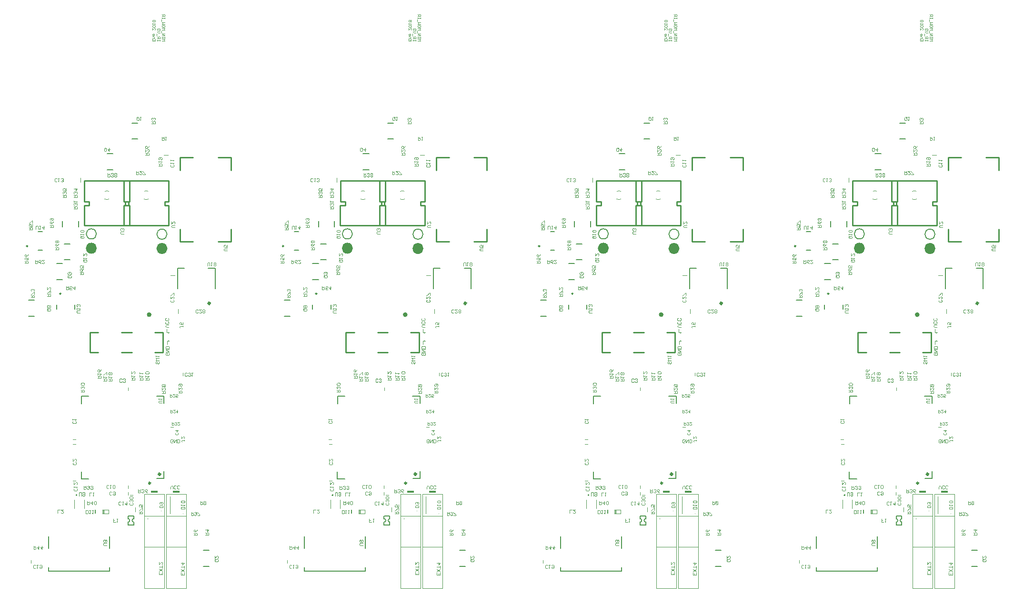
<source format=gbo>
G04*
G04 #@! TF.GenerationSoftware,Altium Limited,Altium Designer,18.0.9 (584)*
G04*
G04 Layer_Color=32896*
%FSLAX44Y44*%
%MOMM*%
G71*
G01*
G75*
%ADD44C,0.2000*%
%ADD45C,0.2540*%
%ADD46C,0.3000*%
%ADD47C,0.2500*%
%ADD80C,0.1000*%
%ADD82C,0.4000*%
%ADD87C,0.1500*%
%ADD152C,0.0000*%
%ADD153R,0.2000X0.7000*%
%ADD154R,1.3000X0.4128*%
G36*
X1626823Y713000D02*
Y709250D01*
X1625823Y706000D01*
X1624323Y704000D01*
X1621573Y701250D01*
X1614073D01*
X1609073Y706250D01*
Y713500D01*
X1613823Y718250D01*
X1621573D01*
X1626823Y713000D01*
D02*
G37*
G36*
X1171716D02*
Y709250D01*
X1170716Y706000D01*
X1169216Y704000D01*
X1166466Y701250D01*
X1158966D01*
X1153966Y706250D01*
Y713500D01*
X1158716Y718250D01*
X1166466D01*
X1171716Y713000D01*
D02*
G37*
G36*
X716608D02*
Y709250D01*
X715608Y706000D01*
X714108Y704000D01*
X711358Y701250D01*
X703858D01*
X698858Y706250D01*
Y713500D01*
X703608Y718250D01*
X711358D01*
X716608Y713000D01*
D02*
G37*
G36*
X261501D02*
Y709250D01*
X260501Y706000D01*
X259001Y704000D01*
X256251Y701250D01*
X248751D01*
X243751Y706250D01*
Y713500D01*
X248501Y718250D01*
X256251D01*
X261501Y713000D01*
D02*
G37*
G36*
X1752323Y712500D02*
Y708750D01*
X1751323Y705500D01*
X1749823Y703500D01*
X1747073Y700750D01*
X1739573D01*
X1734573Y705750D01*
Y713000D01*
X1739323Y717750D01*
X1747073D01*
X1752323Y712500D01*
D02*
G37*
G36*
X1297216D02*
Y708750D01*
X1296216Y705500D01*
X1294716Y703500D01*
X1291966Y700750D01*
X1284466D01*
X1279466Y705750D01*
Y713000D01*
X1284216Y717750D01*
X1291966D01*
X1297216Y712500D01*
D02*
G37*
G36*
X842108D02*
Y708750D01*
X841108Y705500D01*
X839608Y703500D01*
X836858Y700750D01*
X829358D01*
X824358Y705750D01*
Y713000D01*
X829108Y717750D01*
X836858D01*
X842108Y712500D01*
D02*
G37*
G36*
X387001D02*
Y708750D01*
X386001Y705500D01*
X384501Y703500D01*
X381751Y700750D01*
X374251D01*
X369251Y705750D01*
Y713000D01*
X374001Y717750D01*
X381751D01*
X387001Y712500D01*
D02*
G37*
D44*
X317867Y222108D02*
G03*
X320867Y225108I0J3000D01*
G01*
D02*
G03*
X317867Y228108I-3000J-0D01*
G01*
X324867Y225208D02*
G03*
X327867Y222208I3000J0D01*
G01*
Y228108D02*
G03*
X324867Y225108I0J-3000D01*
G01*
X226093Y269180D02*
G03*
X226093Y269180I0J1000D01*
G01*
X317967Y233108D02*
X327667D01*
X327867D02*
Y228108D01*
Y222208D02*
Y217208D01*
X317967Y217108D02*
X327667D01*
X317867Y222108D02*
Y217108D01*
Y233108D02*
Y228108D01*
X324425Y904076D02*
X334675D01*
X324425Y932576D02*
X334675D01*
X451801Y171700D02*
X462051D01*
X451801Y143200D02*
X462051D01*
X280551Y877950D02*
X290801D01*
X280551Y849450D02*
X290801D01*
X234809Y299289D02*
X248006D01*
X234809Y311989D02*
Y299289D01*
X235059Y446040D02*
X247758D01*
X235059D02*
Y432842D01*
X381809Y446040D02*
Y433340D01*
X368611Y446040D02*
X381809D01*
X368859Y299540D02*
X381559D01*
Y312737D02*
Y299540D01*
X176323Y134802D02*
X284573D01*
X176323Y196802D02*
Y175302D01*
X284573Y197052D02*
Y175552D01*
X176323Y141802D02*
Y134802D01*
X284573Y141802D02*
Y134802D01*
X190565Y608848D02*
Y601348D01*
X223065Y608848D02*
Y601348D01*
X158301Y739200D02*
X165801D01*
X158301Y706700D02*
X165801D01*
X405551Y674200D02*
X417551D01*
X460551D02*
X472551D01*
X405551D02*
Y637450D01*
X472551Y674200D02*
Y637450D01*
X140551Y588950D02*
X150801D01*
X140551Y617450D02*
X150801D01*
X190801Y682450D02*
X201051D01*
X190801Y653950D02*
X201051D01*
X201301Y758200D02*
Y747950D01*
X229801Y758200D02*
Y747950D01*
X204559Y689192D02*
X214809D01*
X204559Y717692D02*
X214809D01*
X772974Y222108D02*
G03*
X775974Y225108I0J3000D01*
G01*
D02*
G03*
X772974Y228108I-3000J-0D01*
G01*
X779974Y225208D02*
G03*
X782974Y222208I3000J0D01*
G01*
Y228108D02*
G03*
X779974Y225108I0J-3000D01*
G01*
X681200Y269180D02*
G03*
X681200Y269180I0J1000D01*
G01*
X773074Y233108D02*
X782774D01*
X782974D02*
Y228108D01*
Y222208D02*
Y217208D01*
X773074Y217108D02*
X782774D01*
X772974Y222108D02*
Y217108D01*
Y233108D02*
Y228108D01*
X779532Y904076D02*
X789782D01*
X779532Y932576D02*
X789782D01*
X906908Y171700D02*
X917158D01*
X906908Y143200D02*
X917158D01*
X735658Y877950D02*
X745908D01*
X735658Y849450D02*
X745908D01*
X689916Y299289D02*
X703113D01*
X689916Y311989D02*
Y299289D01*
X690166Y446040D02*
X702865D01*
X690166D02*
Y432842D01*
X836916Y446040D02*
Y433340D01*
X823719Y446040D02*
X836916D01*
X823967Y299540D02*
X836666D01*
Y312737D02*
Y299540D01*
X631430Y134802D02*
X739680D01*
X631430Y196802D02*
Y175302D01*
X739680Y197052D02*
Y175552D01*
X631430Y141802D02*
Y134802D01*
X739680Y141802D02*
Y134802D01*
X645672Y608848D02*
Y601348D01*
X678172Y608848D02*
Y601348D01*
X613408Y739200D02*
X620908D01*
X613408Y706700D02*
X620908D01*
X860658Y674200D02*
X872658D01*
X915658D02*
X927658D01*
X860658D02*
Y637450D01*
X927658Y674200D02*
Y637450D01*
X595658Y588950D02*
X605908D01*
X595658Y617450D02*
X605908D01*
X645908Y682450D02*
X656158D01*
X645908Y653950D02*
X656158D01*
X656408Y758200D02*
Y747950D01*
X684908Y758200D02*
Y747950D01*
X659666Y689192D02*
X669916D01*
X659666Y717692D02*
X669916D01*
X1228082Y222108D02*
G03*
X1231082Y225108I0J3000D01*
G01*
D02*
G03*
X1228082Y228108I-3000J-0D01*
G01*
X1235082Y225208D02*
G03*
X1238082Y222208I3000J0D01*
G01*
Y228108D02*
G03*
X1235082Y225108I0J-3000D01*
G01*
X1136308Y269180D02*
G03*
X1136308Y269180I0J1000D01*
G01*
X1228182Y233108D02*
X1237882D01*
X1238082D02*
Y228108D01*
Y222208D02*
Y217208D01*
X1228182Y217108D02*
X1237882D01*
X1228082Y222108D02*
Y217108D01*
Y233108D02*
Y228108D01*
X1234640Y904076D02*
X1244890D01*
X1234640Y932576D02*
X1244890D01*
X1362016Y171700D02*
X1372266D01*
X1362016Y143200D02*
X1372266D01*
X1190766Y877950D02*
X1201016D01*
X1190766Y849450D02*
X1201016D01*
X1145024Y299289D02*
X1158221D01*
X1145024Y311989D02*
Y299289D01*
X1145274Y446040D02*
X1157973D01*
X1145274D02*
Y432842D01*
X1292024Y446040D02*
Y433340D01*
X1278826Y446040D02*
X1292024D01*
X1279074Y299540D02*
X1291774D01*
Y312737D02*
Y299540D01*
X1086538Y134802D02*
X1194788D01*
X1086538Y196802D02*
Y175302D01*
X1194788Y197052D02*
Y175552D01*
X1086538Y141802D02*
Y134802D01*
X1194788Y141802D02*
Y134802D01*
X1100780Y608848D02*
Y601348D01*
X1133280Y608848D02*
Y601348D01*
X1068516Y739200D02*
X1076016D01*
X1068516Y706700D02*
X1076016D01*
X1315766Y674200D02*
X1327766D01*
X1370766D02*
X1382766D01*
X1315766D02*
Y637450D01*
X1382766Y674200D02*
Y637450D01*
X1050766Y588950D02*
X1061016D01*
X1050766Y617450D02*
X1061016D01*
X1101016Y682450D02*
X1111266D01*
X1101016Y653950D02*
X1111266D01*
X1111516Y758200D02*
Y747950D01*
X1140016Y758200D02*
Y747950D01*
X1114774Y689192D02*
X1125024D01*
X1114774Y717692D02*
X1125024D01*
X1683189Y222108D02*
G03*
X1686189Y225108I0J3000D01*
G01*
D02*
G03*
X1683189Y228108I-3000J-0D01*
G01*
X1690189Y225208D02*
G03*
X1693189Y222208I3000J0D01*
G01*
Y228108D02*
G03*
X1690189Y225108I0J-3000D01*
G01*
X1591415Y269180D02*
G03*
X1591415Y269180I0J1000D01*
G01*
X1683289Y233108D02*
X1692989D01*
X1693189D02*
Y228108D01*
Y222208D02*
Y217208D01*
X1683289Y217108D02*
X1692989D01*
X1683189Y222108D02*
Y217108D01*
Y233108D02*
Y228108D01*
X1689747Y904076D02*
X1699997D01*
X1689747Y932576D02*
X1699997D01*
X1817123Y171700D02*
X1827373D01*
X1817123Y143200D02*
X1827373D01*
X1645873Y877950D02*
X1656123D01*
X1645873Y849450D02*
X1656123D01*
X1600131Y299289D02*
X1613328D01*
X1600131Y311989D02*
Y299289D01*
X1600381Y446040D02*
X1613080D01*
X1600381D02*
Y432842D01*
X1747131Y446040D02*
Y433340D01*
X1733934Y446040D02*
X1747131D01*
X1734182Y299540D02*
X1746881D01*
Y312737D02*
Y299540D01*
X1541645Y134802D02*
X1649895D01*
X1541645Y196802D02*
Y175302D01*
X1649895Y197052D02*
Y175552D01*
X1541645Y141802D02*
Y134802D01*
X1649895Y141802D02*
Y134802D01*
X1555887Y608848D02*
Y601348D01*
X1588387Y608848D02*
Y601348D01*
X1523623Y739200D02*
X1531123D01*
X1523623Y706700D02*
X1531123D01*
X1770873Y674200D02*
X1782873D01*
X1825873D02*
X1837873D01*
X1770873D02*
Y637450D01*
X1837873Y674200D02*
Y637450D01*
X1505873Y588950D02*
X1516123D01*
X1505873Y617450D02*
X1516123D01*
X1556123Y682450D02*
X1566373D01*
X1556123Y653950D02*
X1566373D01*
X1566623Y758200D02*
Y747950D01*
X1595123Y758200D02*
Y747950D01*
X1569881Y689192D02*
X1580131D01*
X1569881Y717692D02*
X1580131D01*
D45*
X312963Y792612D02*
Y786262D01*
X248463Y792612D02*
Y786262D01*
X240213Y829822D02*
X320213D01*
X239963Y750322D02*
X320213D01*
X312963Y792612D02*
X320213D01*
Y829822D02*
Y792612D01*
X240213Y829822D02*
Y792612D01*
X248463D01*
X320213Y786262D02*
Y750322D01*
X312963Y786262D02*
X320213D01*
X239963D02*
X248463D01*
X239963D02*
Y750322D01*
X309963Y786262D02*
Y750322D01*
Y786262D02*
X318463D01*
X382963D02*
X390213D01*
Y750322D01*
X310213Y792612D02*
X318463D01*
X310213Y829822D02*
Y792612D01*
X390213Y829822D02*
Y792612D01*
X382963D02*
X390213D01*
X309963Y750322D02*
X390213D01*
X310213Y829822D02*
X390213D01*
X318463Y792612D02*
Y786262D01*
X382963Y792612D02*
Y786262D01*
X477801Y721199D02*
X500552D01*
Y743950D02*
Y721199D01*
X477801Y871200D02*
X500552D01*
Y848449D01*
X410552Y871200D02*
Y848449D01*
Y871200D02*
X433303D01*
X410552Y721199D02*
X433303D01*
X410552Y743950D02*
Y721199D01*
X250053Y524202D02*
X264553D01*
X250053Y560201D02*
X264553D01*
X365053Y524202D02*
X380053D01*
X365053Y560201D02*
X380053D01*
Y524202D01*
X250053Y560201D02*
Y524202D01*
X306303D02*
X324303D01*
X306303Y560201D02*
X324303D01*
X768070Y792612D02*
Y786262D01*
X703570Y792612D02*
Y786262D01*
X695320Y829822D02*
X775320D01*
X695070Y750322D02*
X775320D01*
X768070Y792612D02*
X775320D01*
Y829822D02*
Y792612D01*
X695320Y829822D02*
Y792612D01*
X703570D01*
X775320Y786262D02*
Y750322D01*
X768070Y786262D02*
X775320D01*
X695070D02*
X703570D01*
X695070D02*
Y750322D01*
X765070Y786262D02*
Y750322D01*
Y786262D02*
X773570D01*
X838070D02*
X845320D01*
Y750322D01*
X765320Y792612D02*
X773570D01*
X765320Y829822D02*
Y792612D01*
X845320Y829822D02*
Y792612D01*
X838070D02*
X845320D01*
X765070Y750322D02*
X845320D01*
X765320Y829822D02*
X845320D01*
X773570Y792612D02*
Y786262D01*
X838070Y792612D02*
Y786262D01*
X932909Y721199D02*
X955659D01*
Y743950D02*
Y721199D01*
X932909Y871200D02*
X955659D01*
Y848449D01*
X865660Y871200D02*
Y848449D01*
Y871200D02*
X888410D01*
X865660Y721199D02*
X888410D01*
X865660Y743950D02*
Y721199D01*
X705160Y524202D02*
X719660D01*
X705160Y560201D02*
X719660D01*
X820160Y524202D02*
X835160D01*
X820160Y560201D02*
X835160D01*
Y524202D01*
X705160Y560201D02*
Y524202D01*
X761410D02*
X779410D01*
X761410Y560201D02*
X779410D01*
X1223178Y792612D02*
Y786262D01*
X1158678Y792612D02*
Y786262D01*
X1150428Y829822D02*
X1230428D01*
X1150178Y750322D02*
X1230428D01*
X1223178Y792612D02*
X1230428D01*
Y829822D02*
Y792612D01*
X1150428Y829822D02*
Y792612D01*
X1158678D01*
X1230428Y786262D02*
Y750322D01*
X1223178Y786262D02*
X1230428D01*
X1150178D02*
X1158678D01*
X1150178D02*
Y750322D01*
X1220178Y786262D02*
Y750322D01*
Y786262D02*
X1228678D01*
X1293178D02*
X1300428D01*
Y750322D01*
X1220428Y792612D02*
X1228678D01*
X1220428Y829822D02*
Y792612D01*
X1300428Y829822D02*
Y792612D01*
X1293178D02*
X1300428D01*
X1220178Y750322D02*
X1300428D01*
X1220428Y829822D02*
X1300428D01*
X1228678Y792612D02*
Y786262D01*
X1293178Y792612D02*
Y786262D01*
X1388016Y721199D02*
X1410767D01*
Y743950D02*
Y721199D01*
X1388016Y871200D02*
X1410767D01*
Y848449D01*
X1320767Y871200D02*
Y848449D01*
Y871200D02*
X1343518D01*
X1320767Y721199D02*
X1343518D01*
X1320767Y743950D02*
Y721199D01*
X1160268Y524202D02*
X1174768D01*
X1160268Y560201D02*
X1174768D01*
X1275268Y524202D02*
X1290268D01*
X1275268Y560201D02*
X1290268D01*
Y524202D01*
X1160268Y560201D02*
Y524202D01*
X1216518D02*
X1234518D01*
X1216518Y560201D02*
X1234518D01*
X1678285Y792612D02*
Y786262D01*
X1613785Y792612D02*
Y786262D01*
X1605535Y829822D02*
X1685535D01*
X1605285Y750322D02*
X1685535D01*
X1678285Y792612D02*
X1685535D01*
Y829822D02*
Y792612D01*
X1605535Y829822D02*
Y792612D01*
X1613785D01*
X1685535Y786262D02*
Y750322D01*
X1678285Y786262D02*
X1685535D01*
X1605285D02*
X1613785D01*
X1605285D02*
Y750322D01*
X1675285Y786262D02*
Y750322D01*
Y786262D02*
X1683785D01*
X1748285D02*
X1755535D01*
Y750322D01*
X1675535Y792612D02*
X1683785D01*
X1675535Y829822D02*
Y792612D01*
X1755535Y829822D02*
Y792612D01*
X1748285D02*
X1755535D01*
X1675285Y750322D02*
X1755535D01*
X1675535Y829822D02*
X1755535D01*
X1683785Y792612D02*
Y786262D01*
X1748285Y792612D02*
Y786262D01*
X1843123Y721199D02*
X1865874D01*
Y743950D02*
Y721199D01*
X1843123Y871200D02*
X1865874D01*
Y848449D01*
X1775875Y871200D02*
Y848449D01*
Y871200D02*
X1798625D01*
X1775875Y721199D02*
X1798625D01*
X1775875Y743950D02*
Y721199D01*
X1615375Y524202D02*
X1629875D01*
X1615375Y560201D02*
X1629875D01*
X1730375Y524202D02*
X1745375D01*
X1730375Y560201D02*
X1745375D01*
Y524202D01*
X1615375Y560201D02*
Y524202D01*
X1671625D02*
X1689625D01*
X1671625Y560201D02*
X1689625D01*
D46*
X356059Y290040D02*
G03*
X356059Y290040I0J1500D01*
G01*
X811166D02*
G03*
X811166Y290040I0J1500D01*
G01*
X1266274D02*
G03*
X1266274Y290040I0J1500D01*
G01*
X1721381D02*
G03*
X1721381Y290040I0J1500D01*
G01*
D47*
X197315Y627848D02*
G03*
X197315Y627848I0J1000D01*
G01*
X138301Y712450D02*
G03*
X138301Y712450I0J1000D01*
G01*
X652422Y627848D02*
G03*
X652422Y627848I0J1000D01*
G01*
X593408Y712450D02*
G03*
X593408Y712450I0J1000D01*
G01*
X1107530Y627848D02*
G03*
X1107530Y627848I0J1000D01*
G01*
X1048516Y712450D02*
G03*
X1048516Y712450I0J1000D01*
G01*
X1562637Y627848D02*
G03*
X1562637Y627848I0J1000D01*
G01*
X1503623Y712450D02*
G03*
X1503623Y712450I0J1000D01*
G01*
D80*
X283610Y811094D02*
G03*
X276724Y811049I-3398J-7022D01*
G01*
X276236Y797361D02*
G03*
X284001Y797252I3977J6711D01*
G01*
X346236Y797361D02*
G03*
X354001Y797252I3977J6711D01*
G01*
X353610Y811094D02*
G03*
X346724Y811049I-3398J-7022D01*
G01*
X386751Y565750D02*
Y559500D01*
X390751D02*
X388819Y558982D01*
Y545268D02*
X390751Y544750D01*
X386751Y559500D02*
X390751D01*
X387001Y544750D02*
X390751D01*
X387001D02*
Y538500D01*
X385721Y233222D02*
X421281D01*
X385721Y177832D02*
X421281D01*
X385721Y104172D02*
X421027D01*
X421281Y104426D02*
X421027Y104172D01*
X421281Y271812D02*
Y104426D01*
X385721Y271812D02*
Y104172D01*
Y271812D02*
X421281D01*
X346721Y233222D02*
X382281D01*
X346721Y177832D02*
X382281D01*
X346721Y104172D02*
X382027D01*
X382281Y104426D02*
X382027Y104172D01*
X382281Y271812D02*
Y104426D01*
X346721Y271812D02*
Y104172D01*
Y271812D02*
X382281D01*
X219529Y369472D02*
X224529D01*
X219809Y360782D02*
X224809D01*
X318051Y461700D02*
Y456700D01*
X393001Y391750D02*
X398001D01*
X317501Y275500D02*
Y270500D01*
Y287000D02*
Y282000D01*
X381601Y875992D02*
X389101D01*
X219783Y296066D02*
X224783D01*
X233341Y834902D02*
Y827402D01*
X330751Y248250D02*
Y240750D01*
X145500Y154565D02*
Y149565D01*
X321001Y270500D02*
X326001D01*
X283401Y244000D02*
Y237000D01*
X272401Y244000D02*
Y237000D01*
X283401D01*
X272401Y244000D02*
X283401D01*
X222343Y262134D02*
Y246180D01*
X239841Y262182D02*
Y246227D01*
X393031Y661362D02*
X400531D01*
X406829Y601020D02*
Y593520D01*
X415563Y487704D02*
Y482704D01*
X389749Y523249D02*
X390749Y522249D01*
Y520250D01*
X389749Y519250D01*
X385751D01*
X384751Y520250D01*
Y522249D01*
X385751Y523249D01*
X387750D01*
Y521249D01*
X384751Y525248D02*
X390749D01*
X384751Y529247D01*
X390749D01*
Y531246D02*
X384751D01*
Y534245D01*
X385751Y535245D01*
X389749D01*
X390749Y534245D01*
Y531246D01*
X390249Y569000D02*
X386250D01*
X384251Y570999D01*
X386250Y572999D01*
X390249D01*
X389249Y578997D02*
X390249Y577997D01*
Y575998D01*
X389249Y574998D01*
X385251D01*
X384251Y575998D01*
Y577997D01*
X385251Y578997D01*
X389249Y584995D02*
X390249Y583995D01*
Y581996D01*
X389249Y580996D01*
X385251D01*
X384251Y581996D01*
Y583995D01*
X385251Y584995D01*
X393479Y281086D02*
Y285085D01*
X395478Y287084D01*
X397477Y285085D01*
Y281086D01*
X403475Y282086D02*
X402476Y281086D01*
X400476D01*
X399477Y282086D01*
Y286084D01*
X400476Y287084D01*
X402476D01*
X403475Y286084D01*
X409474Y282086D02*
X408474Y281086D01*
X406475D01*
X405475Y282086D01*
Y286084D01*
X406475Y287084D01*
X408474D01*
X409474Y286084D01*
X397500Y364252D02*
X396500Y363252D01*
X394501D01*
X393501Y364252D01*
Y368250D01*
X394501Y369250D01*
X396500D01*
X397500Y368250D01*
Y366251D01*
X395500D01*
X399499Y369250D02*
Y363252D01*
X403498Y369250D01*
Y363252D01*
X405497D02*
Y369250D01*
X408496D01*
X409496Y368250D01*
Y364252D01*
X408496Y363252D01*
X405497D01*
X417749Y132249D02*
Y128250D01*
X411751D01*
Y132249D01*
X414750Y128250D02*
Y130249D01*
X417749Y134248D02*
X411751Y138247D01*
X417749D02*
X411751Y134248D01*
X417749Y140246D02*
Y144245D01*
Y142246D01*
X411751D01*
Y149243D02*
X417749D01*
X414750Y146244D01*
Y150243D01*
X378999Y132749D02*
Y128750D01*
X373001D01*
Y132749D01*
X376000Y128750D02*
Y130749D01*
X378999Y134748D02*
X373001Y138747D01*
X378999D02*
X373001Y134748D01*
X378999Y140746D02*
Y144745D01*
Y142746D01*
X373001D01*
Y150743D02*
Y146744D01*
X377000Y150743D01*
X377999D01*
X378999Y149743D01*
Y147744D01*
X377999Y146744D01*
X224233Y402081D02*
X225233Y401081D01*
Y399082D01*
X224233Y398082D01*
X220235D01*
X219235Y399082D01*
Y401081D01*
X220235Y402081D01*
X219235Y404080D02*
Y406079D01*
Y405080D01*
X225233D01*
X224233Y404080D01*
X224995Y328421D02*
X225995Y327421D01*
Y325422D01*
X224995Y324422D01*
X220996D01*
X219997Y325422D01*
Y327421D01*
X220996Y328421D01*
X219997Y334419D02*
Y330420D01*
X223995Y334419D01*
X224995D01*
X225995Y333419D01*
Y331420D01*
X224995Y330420D01*
X306749Y472317D02*
X305749Y471317D01*
X303750D01*
X302750Y472317D01*
Y476316D01*
X303750Y477315D01*
X305749D01*
X306749Y476316D01*
X308748Y472317D02*
X309748Y471317D01*
X311748D01*
X312747Y472317D01*
Y473317D01*
X311748Y474316D01*
X310748D01*
X311748D01*
X312747Y475316D01*
Y476316D01*
X311748Y477315D01*
X309748D01*
X308748Y476316D01*
X406166Y381082D02*
X406999Y380249D01*
Y378583D01*
X406166Y377750D01*
X402834D01*
X402001Y378583D01*
Y380249D01*
X402834Y381082D01*
X402001Y385248D02*
X406999D01*
X404500Y382748D01*
Y386081D01*
X288671Y271028D02*
X287671Y270028D01*
X285672D01*
X284672Y271028D01*
Y275026D01*
X285672Y276026D01*
X287671D01*
X288671Y275026D01*
X290671D02*
X291670Y276026D01*
X293669D01*
X294669Y275026D01*
Y271028D01*
X293669Y270028D01*
X291670D01*
X290671Y271028D01*
Y272027D01*
X291670Y273027D01*
X294669D01*
X283414Y282804D02*
X282414Y281804D01*
X280415D01*
X279415Y282804D01*
Y286802D01*
X280415Y287802D01*
X282414D01*
X283414Y286802D01*
X285413Y287802D02*
X287412D01*
X286413D01*
Y281804D01*
X285413Y282804D01*
X290411D02*
X291411Y281804D01*
X293410D01*
X294410Y282804D01*
Y286802D01*
X293410Y287802D01*
X291411D01*
X290411Y286802D01*
Y282804D01*
X398223Y858519D02*
X399223Y857519D01*
Y855520D01*
X398223Y854520D01*
X394225D01*
X393225Y855520D01*
Y857519D01*
X394225Y858519D01*
X393225Y860518D02*
Y862517D01*
Y861518D01*
X399223D01*
X398223Y860518D01*
X393225Y865516D02*
Y867516D01*
Y866516D01*
X399223D01*
X398223Y865516D01*
X226519Y281939D02*
X227519Y280939D01*
Y278940D01*
X226519Y277940D01*
X222521D01*
X221521Y278940D01*
Y280939D01*
X222521Y281939D01*
X221521Y283938D02*
Y285937D01*
Y284938D01*
X227519D01*
X226519Y283938D01*
X221521Y292935D02*
Y288936D01*
X225520Y292935D01*
X226519D01*
X227519Y291936D01*
Y289936D01*
X226519Y288936D01*
X191483Y828948D02*
X190484Y827948D01*
X188484D01*
X187485Y828948D01*
Y832946D01*
X188484Y833946D01*
X190484D01*
X191483Y832946D01*
X193483Y833946D02*
X195482D01*
X194482D01*
Y827948D01*
X193483Y828948D01*
X198481D02*
X199481Y827948D01*
X201480D01*
X202480Y828948D01*
Y829947D01*
X201480Y830947D01*
X200481D01*
X201480D01*
X202480Y831947D01*
Y832946D01*
X201480Y833946D01*
X199481D01*
X198481Y832946D01*
X305373Y253316D02*
X304374Y252316D01*
X302374D01*
X301375Y253316D01*
Y257314D01*
X302374Y258314D01*
X304374D01*
X305373Y257314D01*
X307373Y258314D02*
X309372D01*
X308372D01*
Y252316D01*
X307373Y253316D01*
X315370Y258314D02*
Y252316D01*
X312371Y255315D01*
X316370D01*
X153499Y140817D02*
X152500Y139817D01*
X150500D01*
X149501Y140817D01*
Y144816D01*
X150500Y145815D01*
X152500D01*
X153499Y144816D01*
X155499Y145815D02*
X157498D01*
X156498D01*
Y139817D01*
X155499Y140817D01*
X160497Y144816D02*
X161497Y145815D01*
X163496D01*
X164496Y144816D01*
Y140817D01*
X163496Y139817D01*
X161497D01*
X160497Y140817D01*
Y141817D01*
X161497Y142816D01*
X164496D01*
X325333Y256416D02*
X326249Y255499D01*
Y253666D01*
X325333Y252750D01*
X321667D01*
X320751Y253666D01*
Y255499D01*
X321667Y256416D01*
X325333Y258248D02*
X326249Y259165D01*
Y260997D01*
X325333Y261914D01*
X324416D01*
X323500Y260997D01*
Y260081D01*
Y260997D01*
X322584Y261914D01*
X321667D01*
X320751Y260997D01*
Y259165D01*
X321667Y258248D01*
X325333Y263746D02*
X326249Y264663D01*
Y266495D01*
X325333Y267412D01*
X321667D01*
X320751Y266495D01*
Y264663D01*
X321667Y263746D01*
X325333D01*
X242857Y237398D02*
Y243396D01*
X245856D01*
X246856Y242396D01*
Y238398D01*
X245856Y237398D01*
X242857D01*
X248855Y243396D02*
X250854D01*
X249855D01*
Y237398D01*
X248855Y238398D01*
X253853Y243396D02*
X255853D01*
X254853D01*
Y237398D01*
X253853Y238398D01*
X295623Y222158D02*
X291625D01*
Y225157D01*
X293624D01*
X291625D01*
Y228156D01*
X297623D02*
X299622D01*
X298622D01*
Y222158D01*
X297623Y223158D01*
X417999Y368915D02*
Y367083D01*
Y367999D01*
X413417D01*
X412501Y367083D01*
Y366166D01*
X413417Y365250D01*
X412501Y374414D02*
Y370748D01*
X416166Y374414D01*
X417083D01*
X417999Y373497D01*
Y371665D01*
X417083Y370748D01*
X249001Y268502D02*
Y274500D01*
X252999D01*
X254999D02*
X256998D01*
X255998D01*
Y268502D01*
X254999Y269502D01*
X192533Y238272D02*
Y244270D01*
X196532D01*
X202530D02*
X198531D01*
X202530Y240271D01*
Y239272D01*
X201530Y238272D01*
X199531D01*
X198531Y239272D01*
X336999Y942066D02*
Y938067D01*
X335999Y937067D01*
X334000D01*
X333000Y938067D01*
Y942066D01*
X334000Y943065D01*
X335999D01*
X335000Y941066D02*
X336999Y943065D01*
X335999D02*
X336999Y942066D01*
X338998Y943065D02*
X340998D01*
X339998D01*
Y937067D01*
X338998Y938067D01*
X472750Y156064D02*
X476749D01*
X477748Y155064D01*
Y153065D01*
X476749Y152065D01*
X472750D01*
X471750Y153065D01*
Y155064D01*
X473750Y154065D02*
X471750Y156064D01*
Y155064D02*
X472750Y156064D01*
X471750Y162062D02*
Y158063D01*
X475749Y162062D01*
X476749D01*
X477748Y161062D01*
Y159063D01*
X476749Y158063D01*
X279367Y887622D02*
Y883623D01*
X278368Y882623D01*
X276368D01*
X275368Y883623D01*
Y887622D01*
X276368Y888621D01*
X278368D01*
X277368Y886622D02*
X279367Y888621D01*
X278368D02*
X279367Y887622D01*
X284366Y888621D02*
Y882623D01*
X281367Y885622D01*
X285365D01*
X378000Y907815D02*
Y901817D01*
X380999D01*
X381999Y902817D01*
Y904816D01*
X380999Y905816D01*
X378000D01*
X380000D02*
X381999Y907815D01*
X383998D02*
X385998D01*
X384998D01*
Y901817D01*
X383998Y902817D01*
X359751Y931815D02*
X365748D01*
Y934814D01*
X364749Y935814D01*
X362749D01*
X361750Y934814D01*
Y931815D01*
Y933815D02*
X359751Y935814D01*
X364749Y937813D02*
X365748Y938813D01*
Y940812D01*
X364749Y941812D01*
X363749D01*
X362749Y940812D01*
Y939813D01*
Y940812D01*
X361750Y941812D01*
X360750D01*
X359751Y940812D01*
Y938813D01*
X360750Y937813D01*
X455251Y199315D02*
X461249D01*
Y202314D01*
X460249Y203314D01*
X458250D01*
X457250Y202314D01*
Y199315D01*
Y201315D02*
X455251Y203314D01*
Y208312D02*
X461249D01*
X458250Y205313D01*
Y209312D01*
X434501Y198815D02*
X440499D01*
Y201814D01*
X439499Y202814D01*
X437500D01*
X436500Y201814D01*
Y198815D01*
Y200815D02*
X434501Y202814D01*
X440499Y208812D02*
X439499Y206813D01*
X437500Y204813D01*
X435500D01*
X434501Y205813D01*
Y207812D01*
X435500Y208812D01*
X436500D01*
X437500Y207812D01*
Y204813D01*
X446501Y259250D02*
Y253752D01*
X449250D01*
X450166Y254668D01*
Y256501D01*
X449250Y257417D01*
X446501D01*
X448334D02*
X450166Y259250D01*
X451999Y254668D02*
X452915Y253752D01*
X454748D01*
X455664Y254668D01*
Y255585D01*
X454748Y256501D01*
X455664Y257417D01*
Y258334D01*
X454748Y259250D01*
X452915D01*
X451999Y258334D01*
Y257417D01*
X452915Y256501D01*
X451999Y255585D01*
Y254668D01*
X452915Y256501D02*
X454748D01*
X348801Y475096D02*
X354799D01*
Y478095D01*
X353799Y479094D01*
X351800D01*
X350800Y478095D01*
Y475096D01*
Y477095D02*
X348801Y479094D01*
Y481094D02*
Y483093D01*
Y482093D01*
X354799D01*
X353799Y481094D01*
Y486092D02*
X354799Y487092D01*
Y489091D01*
X353799Y490091D01*
X349800D01*
X348801Y489091D01*
Y487092D01*
X349800Y486092D01*
X353799D01*
X338133Y475350D02*
X344131D01*
Y478349D01*
X343131Y479348D01*
X341132D01*
X340132Y478349D01*
Y475350D01*
Y477349D02*
X338133Y479348D01*
Y481348D02*
Y483347D01*
Y482347D01*
X344131D01*
X343131Y481348D01*
X338133Y486346D02*
Y488345D01*
Y487346D01*
X344131D01*
X343131Y486346D01*
X323883Y475298D02*
X329881D01*
Y478297D01*
X328881Y479297D01*
X326882D01*
X325882Y478297D01*
Y475298D01*
Y477297D02*
X323883Y479297D01*
Y481296D02*
Y483295D01*
Y482296D01*
X329881D01*
X328881Y481296D01*
X323883Y490293D02*
Y486294D01*
X327882Y490293D01*
X328881D01*
X329881Y489294D01*
Y487294D01*
X328881Y486294D01*
X263750Y478815D02*
X269748D01*
Y481814D01*
X268749Y482814D01*
X266749D01*
X265750Y481814D01*
Y478815D01*
Y480815D02*
X263750Y482814D01*
Y484813D02*
Y486813D01*
Y485813D01*
X269748D01*
X268749Y484813D01*
X269748Y493810D02*
X268749Y491811D01*
X266749Y489812D01*
X264750D01*
X263750Y490811D01*
Y492811D01*
X264750Y493810D01*
X265750D01*
X266749Y492811D01*
Y489812D01*
X273565Y473674D02*
X279563D01*
Y476673D01*
X278563Y477672D01*
X276564D01*
X275564Y476673D01*
Y473674D01*
Y475673D02*
X273565Y477672D01*
Y479672D02*
Y481671D01*
Y480671D01*
X279563D01*
X278563Y479672D01*
X279563Y484670D02*
Y488669D01*
X278563D01*
X274564Y484670D01*
X273565D01*
X283475Y473674D02*
X289473D01*
Y476673D01*
X288473Y477672D01*
X286474D01*
X285474Y476673D01*
Y473674D01*
Y475673D02*
X283475Y477672D01*
Y479672D02*
Y481671D01*
Y480671D01*
X289473D01*
X288473Y479672D01*
Y484670D02*
X289473Y485670D01*
Y487669D01*
X288473Y488669D01*
X287474D01*
X286474Y487669D01*
X285474Y488669D01*
X284474D01*
X283475Y487669D01*
Y485670D01*
X284474Y484670D01*
X285474D01*
X286474Y485670D01*
X287474Y484670D01*
X288473D01*
X286474Y485670D02*
Y487669D01*
X372001Y856565D02*
X377999D01*
Y859564D01*
X376999Y860564D01*
X375000D01*
X374000Y859564D01*
Y856565D01*
Y858565D02*
X372001Y860564D01*
Y862563D02*
Y864563D01*
Y863563D01*
X377999D01*
X376999Y862563D01*
X373000Y867562D02*
X372001Y868561D01*
Y870561D01*
X373000Y871560D01*
X376999D01*
X377999Y870561D01*
Y868561D01*
X376999Y867562D01*
X375999D01*
X375000Y868561D01*
Y871560D01*
X393000Y422065D02*
Y417067D01*
X395500D01*
X396333Y417900D01*
Y419566D01*
X395500Y420399D01*
X393000D01*
X394667D02*
X396333Y422065D01*
X401331D02*
X397999D01*
X401331Y418733D01*
Y417900D01*
X400498Y417067D01*
X398832D01*
X397999Y417900D01*
X405496Y422065D02*
Y417067D01*
X402997Y419566D01*
X406329D01*
X392251Y449750D02*
Y444752D01*
X394750D01*
X395583Y445585D01*
Y447251D01*
X394750Y448084D01*
X392251D01*
X393917D02*
X395583Y449750D01*
X400581D02*
X397249D01*
X400581Y446418D01*
Y445585D01*
X399748Y444752D01*
X398082D01*
X397249Y445585D01*
X405580Y444752D02*
X402248D01*
Y447251D01*
X403914Y446418D01*
X404747D01*
X405580Y447251D01*
Y448917D01*
X404747Y449750D01*
X403081D01*
X402248Y448917D01*
X348750Y875565D02*
X354748D01*
Y878564D01*
X353749Y879564D01*
X351749D01*
X350750Y878564D01*
Y875565D01*
Y877565D02*
X348750Y879564D01*
Y885562D02*
Y881563D01*
X352749Y885562D01*
X353749D01*
X354748Y884562D01*
Y882563D01*
X353749Y881563D01*
X354748Y891560D02*
X353749Y889561D01*
X351749Y887561D01*
X349750D01*
X348750Y888561D01*
Y890560D01*
X349750Y891560D01*
X350750D01*
X351749Y890560D01*
Y887561D01*
X332500Y847065D02*
Y841067D01*
X335499D01*
X336499Y842067D01*
Y844066D01*
X335499Y845066D01*
X332500D01*
X334500D02*
X336499Y847065D01*
X342497D02*
X338498D01*
X342497Y843067D01*
Y842067D01*
X341498Y841067D01*
X339498D01*
X338498Y842067D01*
X344497Y841067D02*
X348495D01*
Y842067D01*
X344497Y846066D01*
Y847065D01*
X378251Y451750D02*
X384249D01*
Y454749D01*
X383249Y455749D01*
X381250D01*
X380250Y454749D01*
Y451750D01*
Y453749D02*
X378251Y455749D01*
Y461747D02*
Y457748D01*
X382249Y461747D01*
X383249D01*
X384249Y460747D01*
Y458748D01*
X383249Y457748D01*
Y463746D02*
X384249Y464746D01*
Y466745D01*
X383249Y467745D01*
X382249D01*
X381250Y466745D01*
X380250Y467745D01*
X379250D01*
X378251Y466745D01*
Y464746D01*
X379250Y463746D01*
X380250D01*
X381250Y464746D01*
X382249Y463746D01*
X383249D01*
X381250Y464746D02*
Y466745D01*
X407501Y452000D02*
X413499D01*
Y454999D01*
X412499Y455999D01*
X410500D01*
X409500Y454999D01*
Y452000D01*
Y453999D02*
X407501Y455999D01*
Y461997D02*
Y457998D01*
X411499Y461997D01*
X412499D01*
X413499Y460997D01*
Y458998D01*
X412499Y457998D01*
X408501Y463996D02*
X407501Y464996D01*
Y466995D01*
X408501Y467995D01*
X412499D01*
X413499Y466995D01*
Y464996D01*
X412499Y463996D01*
X411499D01*
X410500Y464996D01*
Y467995D01*
X233967Y453708D02*
X239965D01*
Y456707D01*
X238965Y457707D01*
X236966D01*
X235966Y456707D01*
Y453708D01*
Y455707D02*
X233967Y457707D01*
X238965Y459706D02*
X239965Y460706D01*
Y462705D01*
X238965Y463705D01*
X237966D01*
X236966Y462705D01*
Y461705D01*
Y462705D01*
X235966Y463705D01*
X234967D01*
X233967Y462705D01*
Y460706D01*
X234967Y459706D01*
X238965Y465704D02*
X239965Y466704D01*
Y468703D01*
X238965Y469703D01*
X234967D01*
X233967Y468703D01*
Y466704D01*
X234967Y465704D01*
X238965D01*
X221501Y780000D02*
X227499D01*
Y782999D01*
X226499Y783999D01*
X224500D01*
X223500Y782999D01*
Y780000D01*
Y781999D02*
X221501Y783999D01*
X226499Y785998D02*
X227499Y786998D01*
Y788997D01*
X226499Y789997D01*
X225499D01*
X224500Y788997D01*
Y787997D01*
Y788997D01*
X223500Y789997D01*
X222500D01*
X221501Y788997D01*
Y786998D01*
X222500Y785998D01*
X221501Y791996D02*
Y793996D01*
Y792996D01*
X227499D01*
X226499Y791996D01*
X395751Y399750D02*
Y394752D01*
X398250D01*
X399083Y395585D01*
Y397251D01*
X398250Y398084D01*
X395751D01*
X397417D02*
X399083Y399750D01*
X400749Y395585D02*
X401582Y394752D01*
X403248D01*
X404081Y395585D01*
Y396418D01*
X403248Y397251D01*
X402415D01*
X403248D01*
X404081Y398084D01*
Y398917D01*
X403248Y399750D01*
X401582D01*
X400749Y398917D01*
X409080Y399750D02*
X405747D01*
X409080Y396418D01*
Y395585D01*
X408247Y394752D01*
X406581D01*
X405747Y395585D01*
X239001Y286750D02*
Y280752D01*
X242000D01*
X242999Y281752D01*
Y283751D01*
X242000Y284751D01*
X239001D01*
X241000D02*
X242999Y286750D01*
X244999Y281752D02*
X245998Y280752D01*
X247998D01*
X248997Y281752D01*
Y282751D01*
X247998Y283751D01*
X246998D01*
X247998D01*
X248997Y284751D01*
Y285750D01*
X247998Y286750D01*
X245998D01*
X244999Y285750D01*
X250997Y281752D02*
X251997Y280752D01*
X253996D01*
X254996Y281752D01*
Y282751D01*
X253996Y283751D01*
X252996D01*
X253996D01*
X254996Y284751D01*
Y285750D01*
X253996Y286750D01*
X251997D01*
X250997Y285750D01*
X221501Y800500D02*
X227499D01*
Y803499D01*
X226499Y804499D01*
X224500D01*
X223500Y803499D01*
Y800500D01*
Y802499D02*
X221501Y804499D01*
X226499Y806498D02*
X227499Y807498D01*
Y809497D01*
X226499Y810497D01*
X225499D01*
X224500Y809497D01*
Y808497D01*
Y809497D01*
X223500Y810497D01*
X222500D01*
X221501Y809497D01*
Y807498D01*
X222500Y806498D01*
X221501Y815495D02*
X227499D01*
X224500Y812496D01*
Y816495D01*
X201751Y800250D02*
X207749D01*
Y803249D01*
X206749Y804249D01*
X204750D01*
X203750Y803249D01*
Y800250D01*
Y802249D02*
X201751Y804249D01*
X206749Y806248D02*
X207749Y807248D01*
Y809247D01*
X206749Y810247D01*
X205749D01*
X204750Y809247D01*
Y808247D01*
Y809247D01*
X203750Y810247D01*
X202750D01*
X201751Y809247D01*
Y807248D01*
X202750Y806248D01*
X207749Y816245D02*
Y812246D01*
X204750D01*
X205749Y814246D01*
Y815245D01*
X204750Y816245D01*
X202750D01*
X201751Y815245D01*
Y813246D01*
X202750Y812246D01*
X336001Y280250D02*
Y274252D01*
X339000D01*
X340000Y275252D01*
Y277251D01*
X339000Y278251D01*
X336001D01*
X338000D02*
X340000Y280250D01*
X341999Y275252D02*
X342999Y274252D01*
X344998D01*
X345998Y275252D01*
Y276251D01*
X344998Y277251D01*
X343998D01*
X344998D01*
X345998Y278251D01*
Y279250D01*
X344998Y280250D01*
X342999D01*
X341999Y279250D01*
X351996Y274252D02*
X349996Y275252D01*
X347997Y277251D01*
Y279250D01*
X348997Y280250D01*
X350996D01*
X351996Y279250D01*
Y278251D01*
X350996Y277251D01*
X347997D01*
X430251Y239750D02*
Y234252D01*
X433000D01*
X433916Y235168D01*
Y237001D01*
X433000Y237917D01*
X430251D01*
X432084D02*
X433916Y239750D01*
X435749Y235168D02*
X436665Y234252D01*
X438498D01*
X439414Y235168D01*
Y236084D01*
X438498Y237001D01*
X437582D01*
X438498D01*
X439414Y237917D01*
Y238834D01*
X438498Y239750D01*
X436665D01*
X435749Y238834D01*
X441247Y234252D02*
X444913D01*
Y235168D01*
X441247Y238834D01*
Y239750D01*
X281500Y843065D02*
Y837067D01*
X284499D01*
X285499Y838067D01*
Y840066D01*
X284499Y841066D01*
X281500D01*
X283500D02*
X285499Y843065D01*
X287498Y838067D02*
X288498Y837067D01*
X290498D01*
X291497Y838067D01*
Y839067D01*
X290498Y840066D01*
X289498D01*
X290498D01*
X291497Y841066D01*
Y842066D01*
X290498Y843065D01*
X288498D01*
X287498Y842066D01*
X293497Y838067D02*
X294496Y837067D01*
X296496D01*
X297495Y838067D01*
Y839067D01*
X296496Y840066D01*
X297495Y841066D01*
Y842066D01*
X296496Y843065D01*
X294496D01*
X293497Y842066D01*
Y841066D01*
X294496Y840066D01*
X293497Y839067D01*
Y838067D01*
X294496Y840066D02*
X296496D01*
X245397Y259398D02*
Y253400D01*
X248396D01*
X249396Y254400D01*
Y256399D01*
X248396Y257399D01*
X245397D01*
X247396D02*
X249396Y259398D01*
X254394D02*
Y253400D01*
X251395Y256399D01*
X255394D01*
X257393Y254400D02*
X258393Y253400D01*
X260392D01*
X261392Y254400D01*
Y258398D01*
X260392Y259398D01*
X258393D01*
X257393Y258398D01*
Y254400D01*
X150001Y179750D02*
Y173752D01*
X153000D01*
X154000Y174752D01*
Y176751D01*
X153000Y177751D01*
X150001D01*
X152000D02*
X154000Y179750D01*
X158998D02*
Y173752D01*
X155999Y176751D01*
X159998D01*
X164996Y179750D02*
Y173752D01*
X161997Y176751D01*
X165996D01*
X377887Y434150D02*
X372888D01*
X371889Y435150D01*
Y437149D01*
X372888Y438149D01*
X377887D01*
X371889Y440148D02*
Y442147D01*
Y441148D01*
X377887D01*
X376887Y440148D01*
X400749Y746750D02*
X395751D01*
X394751Y747750D01*
Y749749D01*
X395751Y750749D01*
X400749D01*
X394751Y756747D02*
Y752748D01*
X398750Y756747D01*
X399749D01*
X400749Y755747D01*
Y753748D01*
X399749Y752748D01*
X310603Y735192D02*
X305604D01*
X304605Y736191D01*
Y738191D01*
X305604Y739190D01*
X310603D01*
X309603Y741190D02*
X310603Y742189D01*
Y744189D01*
X309603Y745188D01*
X308603D01*
X307604Y744189D01*
Y743189D01*
Y744189D01*
X306604Y745188D01*
X305604D01*
X304605Y744189D01*
Y742189D01*
X305604Y741190D01*
X493965Y705233D02*
X488966D01*
X487966Y706233D01*
Y708232D01*
X488966Y709232D01*
X493965D01*
Y715230D02*
Y711231D01*
X490965D01*
X491965Y713231D01*
Y714230D01*
X490965Y715230D01*
X488966D01*
X487966Y714230D01*
Y712231D01*
X488966Y711231D01*
X280097Y180404D02*
X275098D01*
X274099Y181404D01*
Y183403D01*
X275098Y184403D01*
X280097D01*
X279097Y186402D02*
X280097Y187402D01*
Y189401D01*
X279097Y190401D01*
X278097D01*
X277098Y189401D01*
X276098Y190401D01*
X275098D01*
X274099Y189401D01*
Y187402D01*
X275098Y186402D01*
X276098D01*
X277098Y187402D01*
X278097Y186402D01*
X279097D01*
X277098Y187402D02*
Y189401D01*
X230751Y269002D02*
Y274000D01*
X231750Y275000D01*
X233750D01*
X234750Y274000D01*
Y269002D01*
X236749Y274000D02*
X237749Y275000D01*
X239748D01*
X240748Y274000D01*
Y270002D01*
X239748Y269002D01*
X237749D01*
X236749Y270002D01*
Y271001D01*
X237749Y272001D01*
X240748D01*
X371749Y508314D02*
X372749Y507314D01*
Y505315D01*
X371749Y504315D01*
X370749D01*
X369749Y505315D01*
Y507314D01*
X368750Y508314D01*
X367750D01*
X366750Y507314D01*
Y505315D01*
X367750Y504315D01*
X372749Y510313D02*
X366750D01*
X368750Y512313D01*
X366750Y514312D01*
X372749D01*
X366750Y516311D02*
Y518311D01*
Y517311D01*
X372749D01*
X371749Y516311D01*
X459011Y678596D02*
Y683594D01*
X460010Y684594D01*
X462010D01*
X463009Y683594D01*
Y678596D01*
X465009Y684594D02*
X467008D01*
X466008D01*
Y678596D01*
X465009Y679596D01*
X470007D02*
X471007Y678596D01*
X473006D01*
X474006Y679596D01*
Y680595D01*
X473006Y681595D01*
X474006Y682595D01*
Y683594D01*
X473006Y684594D01*
X471007D01*
X470007Y683594D01*
Y682595D01*
X471007Y681595D01*
X470007Y680595D01*
Y679596D01*
X471007Y681595D02*
X473006D01*
X154001Y743817D02*
Y748816D01*
X155000Y749815D01*
X157000D01*
X157999Y748816D01*
Y743817D01*
X159999Y749815D02*
X161998D01*
X160998D01*
Y743817D01*
X159999Y744817D01*
X167996Y749815D02*
Y743817D01*
X164997Y746816D01*
X168996D01*
X232749Y594815D02*
X227750D01*
X226751Y595815D01*
Y597814D01*
X227750Y598814D01*
X232749D01*
X226751Y600813D02*
Y602813D01*
Y601813D01*
X232749D01*
X231749Y600813D01*
Y605812D02*
X232749Y606811D01*
Y608811D01*
X231749Y609810D01*
X230749D01*
X229750Y608811D01*
Y607811D01*
Y608811D01*
X228750Y609810D01*
X227750D01*
X226751Y608811D01*
Y606811D01*
X227750Y605812D01*
X337345Y237046D02*
X343343D01*
Y240045D01*
X342343Y241045D01*
X340344D01*
X339344Y240045D01*
Y237046D01*
Y239045D02*
X337345Y241045D01*
X343343Y243044D02*
Y247043D01*
X342343D01*
X338344Y243044D01*
X337345D01*
X343343Y253041D02*
Y249042D01*
X340344D01*
X341343Y251042D01*
Y252041D01*
X340344Y253041D01*
X338344D01*
X337345Y252041D01*
Y250042D01*
X338344Y249042D01*
X145500Y622315D02*
X150999D01*
Y625064D01*
X150082Y625981D01*
X148250D01*
X147333Y625064D01*
Y622315D01*
Y624148D02*
X145500Y625981D01*
X150999Y627813D02*
Y631479D01*
X150082D01*
X146417Y627813D01*
X145500D01*
X150082Y633312D02*
X150999Y634228D01*
Y636061D01*
X150082Y636977D01*
X149166D01*
X148250Y636061D01*
Y635144D01*
Y636061D01*
X147333Y636977D01*
X146417D01*
X145500Y636061D01*
Y634228D01*
X146417Y633312D01*
X174251Y624315D02*
X180249D01*
Y627314D01*
X179249Y628314D01*
X177250D01*
X176250Y627314D01*
Y624315D01*
Y626315D02*
X174251Y628314D01*
X180249Y630313D02*
Y634312D01*
X179249D01*
X175250Y630313D01*
X174251D01*
Y640310D02*
Y636311D01*
X178249Y640310D01*
X179249D01*
X180249Y639310D01*
Y637311D01*
X179249Y636311D01*
X178875Y747384D02*
X184873D01*
Y750383D01*
X183873Y751382D01*
X181874D01*
X180874Y750383D01*
Y747384D01*
Y749383D02*
X178875Y751382D01*
X184873Y757380D02*
X183873Y755381D01*
X181874Y753382D01*
X179874D01*
X178875Y754381D01*
Y756381D01*
X179874Y757380D01*
X180874D01*
X181874Y756381D01*
Y753382D01*
X179874Y759380D02*
X178875Y760379D01*
Y762379D01*
X179874Y763378D01*
X183873D01*
X184873Y762379D01*
Y760379D01*
X183873Y759380D01*
X182873D01*
X181874Y760379D01*
Y763378D01*
X188251Y707565D02*
X194249D01*
Y710564D01*
X193249Y711564D01*
X191250D01*
X190250Y710564D01*
Y707565D01*
Y709565D02*
X188251Y711564D01*
X194249Y717562D02*
X193249Y715563D01*
X191250Y713563D01*
X189250D01*
X188251Y714563D01*
Y716562D01*
X189250Y717562D01*
X190250D01*
X191250Y716562D01*
Y713563D01*
X193249Y719561D02*
X194249Y720561D01*
Y722560D01*
X193249Y723560D01*
X192249D01*
X191250Y722560D01*
X190250Y723560D01*
X189250D01*
X188251Y722560D01*
Y720561D01*
X189250Y719561D01*
X190250D01*
X191250Y720561D01*
X192249Y719561D01*
X193249D01*
X191250Y720561D02*
Y722560D01*
X232501Y663250D02*
X238499D01*
Y666249D01*
X237499Y667249D01*
X235500D01*
X234500Y666249D01*
Y663250D01*
Y665249D02*
X232501Y667249D01*
X238499Y673247D02*
X237499Y671247D01*
X235500Y669248D01*
X233500D01*
X232501Y670248D01*
Y672247D01*
X233500Y673247D01*
X234500D01*
X235500Y672247D01*
Y669248D01*
X238499Y679245D02*
Y675246D01*
X235500D01*
X236500Y677245D01*
Y678245D01*
X235500Y679245D01*
X233500D01*
X232501Y678245D01*
Y676246D01*
X233500Y675246D01*
X153001Y688500D02*
Y682502D01*
X156000D01*
X157000Y683502D01*
Y685501D01*
X156000Y686501D01*
X153001D01*
X155000D02*
X157000Y688500D01*
X162997Y682502D02*
X160998Y683502D01*
X158999Y685501D01*
Y687500D01*
X159999Y688500D01*
X161998D01*
X162997Y687500D01*
Y686501D01*
X161998Y685501D01*
X158999D01*
X168996Y688500D02*
X164997D01*
X168996Y684501D01*
Y683502D01*
X167996Y682502D01*
X165997D01*
X164997Y683502D01*
X141501Y742565D02*
X147499D01*
Y745564D01*
X146499Y746564D01*
X144500D01*
X143500Y745564D01*
Y742565D01*
Y744565D02*
X141501Y746564D01*
X147499Y752562D02*
Y748563D01*
X144500D01*
X145499Y750563D01*
Y751562D01*
X144500Y752562D01*
X142500D01*
X141501Y751562D01*
Y749563D01*
X142500Y748563D01*
X147499Y754561D02*
Y758560D01*
X146499D01*
X142500Y754561D01*
X141501D01*
X134001Y683065D02*
X139999D01*
Y686064D01*
X138999Y687064D01*
X137000D01*
X136000Y686064D01*
Y683065D01*
Y685065D02*
X134001Y687064D01*
X139999Y693062D02*
Y689063D01*
X137000D01*
X137999Y691063D01*
Y692062D01*
X137000Y693062D01*
X135000D01*
X134001Y692062D01*
Y690063D01*
X135000Y689063D01*
X139999Y699060D02*
X138999Y697061D01*
X137000Y695061D01*
X135000D01*
X134001Y696061D01*
Y698060D01*
X135000Y699060D01*
X136000D01*
X137000Y698060D01*
Y695061D01*
X207751Y642250D02*
Y636252D01*
X210750D01*
X211749Y637252D01*
Y639251D01*
X210750Y640251D01*
X207751D01*
X209750D02*
X211749Y642250D01*
X217747Y636252D02*
X213749D01*
Y639251D01*
X215748Y638251D01*
X216748D01*
X217747Y639251D01*
Y641250D01*
X216748Y642250D01*
X214748D01*
X213749Y641250D01*
X222746Y642250D02*
Y636252D01*
X219747Y639251D01*
X223746D01*
X239000Y688999D02*
X242999D01*
X243999Y687999D01*
Y686000D01*
X242999Y685000D01*
X239000D01*
X238001Y686000D01*
Y687999D01*
X240000Y686999D02*
X238001Y688999D01*
Y687999D02*
X239000Y688999D01*
X238001Y690998D02*
Y692997D01*
Y691998D01*
X243999D01*
X242999Y690998D01*
X238001Y699995D02*
Y695996D01*
X241999Y699995D01*
X242999D01*
X243999Y698996D01*
Y696996D01*
X242999Y695996D01*
X234501Y731249D02*
X238499D01*
X239499Y730249D01*
Y728250D01*
X238499Y727250D01*
X234501D01*
X233501Y728250D01*
Y730249D01*
X235500Y729249D02*
X233501Y731249D01*
Y730249D02*
X234501Y731249D01*
X233501Y733248D02*
Y735247D01*
Y734248D01*
X239499D01*
X238499Y733248D01*
Y738246D02*
X239499Y739246D01*
Y741245D01*
X238499Y742245D01*
X234501D01*
X233501Y741245D01*
Y739246D01*
X234501Y738246D01*
X238499D01*
X211750Y661064D02*
X215749D01*
X216749Y660064D01*
Y658065D01*
X215749Y657065D01*
X211750D01*
X210751Y658065D01*
Y660064D01*
X212750Y659065D02*
X210751Y661064D01*
Y660064D02*
X211750Y661064D01*
Y663063D02*
X210751Y664063D01*
Y666062D01*
X211750Y667062D01*
X215749D01*
X216749Y666062D01*
Y664063D01*
X215749Y663063D01*
X214749D01*
X213750Y664063D01*
Y667062D01*
X175250Y602064D02*
X179249D01*
X180249Y601064D01*
Y599065D01*
X179249Y598065D01*
X175250D01*
X174251Y599065D01*
Y601064D01*
X176250Y600065D02*
X174251Y602064D01*
Y601064D02*
X175250Y602064D01*
X179249Y604063D02*
X180249Y605063D01*
Y607062D01*
X179249Y608062D01*
X178249D01*
X177250Y607062D01*
X176250Y608062D01*
X175250D01*
X174251Y607062D01*
Y605063D01*
X175250Y604063D01*
X176250D01*
X177250Y605063D01*
X178249Y604063D01*
X179249D01*
X177250Y605063D02*
Y607062D01*
X418249Y245500D02*
X412251D01*
Y248499D01*
X413251Y249499D01*
X417249D01*
X418249Y248499D01*
Y245500D01*
X412251Y251498D02*
Y253497D01*
Y252498D01*
X418249D01*
X417249Y251498D01*
Y256496D02*
X418249Y257496D01*
Y259496D01*
X417249Y260495D01*
X413251D01*
X412251Y259496D01*
Y257496D01*
X413251Y256496D01*
X417249D01*
X379499Y248000D02*
X373501D01*
Y250999D01*
X374501Y251999D01*
X378499D01*
X379499Y250999D01*
Y248000D01*
X374501Y253998D02*
X373501Y254998D01*
Y256997D01*
X374501Y257997D01*
X378499D01*
X379499Y256997D01*
Y254998D01*
X378499Y253998D01*
X377500D01*
X376500Y254998D01*
Y257997D01*
X441999Y595317D02*
X440999Y594317D01*
X439000D01*
X438000Y595317D01*
Y599316D01*
X439000Y600315D01*
X440999D01*
X441999Y599316D01*
X447997Y600315D02*
X443999D01*
X447997Y596317D01*
Y595317D01*
X446998Y594317D01*
X444998D01*
X443999Y595317D01*
X449997D02*
X450996Y594317D01*
X452996D01*
X453995Y595317D01*
Y596317D01*
X452996Y597316D01*
X453995Y598316D01*
Y599316D01*
X452996Y600315D01*
X450996D01*
X449997Y599316D01*
Y598316D01*
X450996Y597316D01*
X449997Y596317D01*
Y595317D01*
X450996Y597316D02*
X452996D01*
X398223Y617727D02*
X399223Y616727D01*
Y614728D01*
X398223Y613728D01*
X394225D01*
X393225Y614728D01*
Y616727D01*
X394225Y617727D01*
X393225Y623725D02*
Y619726D01*
X397224Y623725D01*
X398223D01*
X399223Y622725D01*
Y620726D01*
X398223Y619726D01*
X399223Y625724D02*
Y629723D01*
X398223D01*
X394225Y625724D01*
X393225D01*
X414999Y571999D02*
Y569999D01*
Y570999D01*
X410000D01*
X409001Y569999D01*
Y569000D01*
X410000Y568000D01*
X414999Y577997D02*
Y573998D01*
X412000D01*
X412999Y575997D01*
Y576997D01*
X412000Y577997D01*
X410000D01*
X409001Y576997D01*
Y574998D01*
X410000Y573998D01*
X422749Y483252D02*
X421750Y482252D01*
X419751D01*
X418751Y483252D01*
Y487250D01*
X419751Y488250D01*
X421750D01*
X422749Y487250D01*
X424749Y483252D02*
X425748Y482252D01*
X427748D01*
X428748Y483252D01*
Y484251D01*
X427748Y485251D01*
X426748D01*
X427748D01*
X428748Y486251D01*
Y487250D01*
X427748Y488250D01*
X425748D01*
X424749Y487250D01*
X430747Y488250D02*
X432746D01*
X431747D01*
Y482252D01*
X430747Y483252D01*
X738718Y811094D02*
G03*
X731832Y811049I-3398J-7022D01*
G01*
X731343Y797361D02*
G03*
X739109Y797252I3977J6711D01*
G01*
X801343Y797361D02*
G03*
X809109Y797252I3977J6711D01*
G01*
X808718Y811094D02*
G03*
X801832Y811049I-3398J-7022D01*
G01*
X841858Y565750D02*
Y559500D01*
X845858D02*
X843926Y558982D01*
Y545268D02*
X845858Y544750D01*
X841858Y559500D02*
X845858D01*
X842108Y544750D02*
X845858D01*
X842108D02*
Y538500D01*
X840828Y233222D02*
X876388D01*
X840828Y177832D02*
X876388D01*
X840828Y104172D02*
X876134D01*
X876388Y104426D02*
X876134Y104172D01*
X876388Y271812D02*
Y104426D01*
X840828Y271812D02*
Y104172D01*
Y271812D02*
X876388D01*
X801828Y233222D02*
X837388D01*
X801828Y177832D02*
X837388D01*
X801828Y104172D02*
X837134D01*
X837388Y104426D02*
X837134Y104172D01*
X837388Y271812D02*
Y104426D01*
X801828Y271812D02*
Y104172D01*
Y271812D02*
X837388D01*
X674636Y369472D02*
X679636D01*
X674916Y360782D02*
X679916D01*
X773158Y461700D02*
Y456700D01*
X848108Y391750D02*
X853108D01*
X772608Y275500D02*
Y270500D01*
Y287000D02*
Y282000D01*
X836708Y875992D02*
X844208D01*
X674890Y296066D02*
X679890D01*
X688448Y834902D02*
Y827402D01*
X785858Y248250D02*
Y240750D01*
X600608Y154565D02*
Y149565D01*
X776108Y270500D02*
X781108D01*
X738508Y244000D02*
Y237000D01*
X727508Y244000D02*
Y237000D01*
X738508D01*
X727508Y244000D02*
X738508D01*
X677450Y262134D02*
Y246180D01*
X694949Y262182D02*
Y246227D01*
X848138Y661362D02*
X855638D01*
X861936Y601020D02*
Y593520D01*
X870670Y487704D02*
Y482704D01*
X844857Y523249D02*
X845856Y522249D01*
Y520250D01*
X844857Y519250D01*
X840858D01*
X839858Y520250D01*
Y522249D01*
X840858Y523249D01*
X842857D01*
Y521249D01*
X839858Y525248D02*
X845856D01*
X839858Y529247D01*
X845856D01*
Y531246D02*
X839858D01*
Y534245D01*
X840858Y535245D01*
X844857D01*
X845856Y534245D01*
Y531246D01*
X845356Y569000D02*
X841358D01*
X839358Y570999D01*
X841358Y572999D01*
X845356D01*
X844357Y578997D02*
X845356Y577997D01*
Y575998D01*
X844357Y574998D01*
X840358D01*
X839358Y575998D01*
Y577997D01*
X840358Y578997D01*
X844357Y584995D02*
X845356Y583995D01*
Y581996D01*
X844357Y580996D01*
X840358D01*
X839358Y581996D01*
Y583995D01*
X840358Y584995D01*
X848586Y281086D02*
Y285085D01*
X850586Y287084D01*
X852585Y285085D01*
Y281086D01*
X858583Y282086D02*
X857583Y281086D01*
X855584D01*
X854584Y282086D01*
Y286084D01*
X855584Y287084D01*
X857583D01*
X858583Y286084D01*
X864581Y282086D02*
X863581Y281086D01*
X861582D01*
X860582Y282086D01*
Y286084D01*
X861582Y287084D01*
X863581D01*
X864581Y286084D01*
X852607Y364252D02*
X851607Y363252D01*
X849608D01*
X848608Y364252D01*
Y368250D01*
X849608Y369250D01*
X851607D01*
X852607Y368250D01*
Y366251D01*
X850608D01*
X854606Y369250D02*
Y363252D01*
X858605Y369250D01*
Y363252D01*
X860604D02*
Y369250D01*
X863603D01*
X864603Y368250D01*
Y364252D01*
X863603Y363252D01*
X860604D01*
X872856Y132249D02*
Y128250D01*
X866858D01*
Y132249D01*
X869857Y128250D02*
Y130249D01*
X872856Y134248D02*
X866858Y138247D01*
X872856D02*
X866858Y134248D01*
X872856Y140246D02*
Y144245D01*
Y142246D01*
X866858D01*
Y149243D02*
X872856D01*
X869857Y146244D01*
Y150243D01*
X834106Y132749D02*
Y128750D01*
X828108D01*
Y132749D01*
X831107Y128750D02*
Y130749D01*
X834106Y134748D02*
X828108Y138747D01*
X834106D02*
X828108Y134748D01*
X834106Y140746D02*
Y144745D01*
Y142746D01*
X828108D01*
Y150743D02*
Y146744D01*
X832107Y150743D01*
X833107D01*
X834106Y149743D01*
Y147744D01*
X833107Y146744D01*
X679341Y402081D02*
X680340Y401081D01*
Y399082D01*
X679341Y398082D01*
X675342D01*
X674342Y399082D01*
Y401081D01*
X675342Y402081D01*
X674342Y404080D02*
Y406079D01*
Y405080D01*
X680340D01*
X679341Y404080D01*
X680103Y328421D02*
X681102Y327421D01*
Y325422D01*
X680103Y324422D01*
X676104D01*
X675104Y325422D01*
Y327421D01*
X676104Y328421D01*
X675104Y334419D02*
Y330420D01*
X679103Y334419D01*
X680103D01*
X681102Y333419D01*
Y331420D01*
X680103Y330420D01*
X761857Y472317D02*
X760857Y471317D01*
X758858D01*
X757858Y472317D01*
Y476316D01*
X758858Y477315D01*
X760857D01*
X761857Y476316D01*
X763856Y472317D02*
X764856Y471317D01*
X766855D01*
X767855Y472317D01*
Y473317D01*
X766855Y474316D01*
X765855D01*
X766855D01*
X767855Y475316D01*
Y476316D01*
X766855Y477315D01*
X764856D01*
X763856Y476316D01*
X861274Y381082D02*
X862107Y380249D01*
Y378583D01*
X861274Y377750D01*
X857941D01*
X857108Y378583D01*
Y380249D01*
X857941Y381082D01*
X857108Y385248D02*
X862107D01*
X859607Y382748D01*
Y386081D01*
X743779Y271028D02*
X742779Y270028D01*
X740779D01*
X739780Y271028D01*
Y275026D01*
X740779Y276026D01*
X742779D01*
X743779Y275026D01*
X745778D02*
X746778Y276026D01*
X748777D01*
X749777Y275026D01*
Y271028D01*
X748777Y270028D01*
X746778D01*
X745778Y271028D01*
Y272027D01*
X746778Y273027D01*
X749777D01*
X738521Y282804D02*
X737521Y281804D01*
X735522D01*
X734522Y282804D01*
Y286802D01*
X735522Y287802D01*
X737521D01*
X738521Y286802D01*
X740520Y287802D02*
X742520D01*
X741520D01*
Y281804D01*
X740520Y282804D01*
X745519D02*
X746518Y281804D01*
X748518D01*
X749517Y282804D01*
Y286802D01*
X748518Y287802D01*
X746518D01*
X745519Y286802D01*
Y282804D01*
X853331Y858519D02*
X854330Y857519D01*
Y855520D01*
X853331Y854520D01*
X849332D01*
X848332Y855520D01*
Y857519D01*
X849332Y858519D01*
X848332Y860518D02*
Y862517D01*
Y861518D01*
X854330D01*
X853331Y860518D01*
X848332Y865516D02*
Y867516D01*
Y866516D01*
X854330D01*
X853331Y865516D01*
X681627Y281939D02*
X682626Y280939D01*
Y278940D01*
X681627Y277940D01*
X677628D01*
X676628Y278940D01*
Y280939D01*
X677628Y281939D01*
X676628Y283938D02*
Y285937D01*
Y284938D01*
X682626D01*
X681627Y283938D01*
X676628Y292935D02*
Y288936D01*
X680627Y292935D01*
X681627D01*
X682626Y291936D01*
Y289936D01*
X681627Y288936D01*
X646591Y828948D02*
X645591Y827948D01*
X643592D01*
X642592Y828948D01*
Y832946D01*
X643592Y833946D01*
X645591D01*
X646591Y832946D01*
X648590Y833946D02*
X650590D01*
X649590D01*
Y827948D01*
X648590Y828948D01*
X653589D02*
X654588Y827948D01*
X656588D01*
X657587Y828948D01*
Y829947D01*
X656588Y830947D01*
X655588D01*
X656588D01*
X657587Y831947D01*
Y832946D01*
X656588Y833946D01*
X654588D01*
X653589Y832946D01*
X760481Y253316D02*
X759481Y252316D01*
X757482D01*
X756482Y253316D01*
Y257314D01*
X757482Y258314D01*
X759481D01*
X760481Y257314D01*
X762480Y258314D02*
X764480D01*
X763480D01*
Y252316D01*
X762480Y253316D01*
X770478Y258314D02*
Y252316D01*
X767479Y255315D01*
X771477D01*
X608607Y140817D02*
X607607Y139817D01*
X605608D01*
X604608Y140817D01*
Y144816D01*
X605608Y145815D01*
X607607D01*
X608607Y144816D01*
X610606Y145815D02*
X612605D01*
X611606D01*
Y139817D01*
X610606Y140817D01*
X615604Y144816D02*
X616604Y145815D01*
X618603D01*
X619603Y144816D01*
Y140817D01*
X618603Y139817D01*
X616604D01*
X615604Y140817D01*
Y141817D01*
X616604Y142816D01*
X619603D01*
X780440Y256416D02*
X781357Y255499D01*
Y253666D01*
X780440Y252750D01*
X776775D01*
X775858Y253666D01*
Y255499D01*
X776775Y256416D01*
X780440Y258248D02*
X781357Y259165D01*
Y260997D01*
X780440Y261914D01*
X779524D01*
X778607Y260997D01*
Y260081D01*
Y260997D01*
X777691Y261914D01*
X776775D01*
X775858Y260997D01*
Y259165D01*
X776775Y258248D01*
X780440Y263746D02*
X781357Y264663D01*
Y266495D01*
X780440Y267412D01*
X776775D01*
X775858Y266495D01*
Y264663D01*
X776775Y263746D01*
X780440D01*
X697964Y237398D02*
Y243396D01*
X700963D01*
X701963Y242396D01*
Y238398D01*
X700963Y237398D01*
X697964D01*
X703962Y243396D02*
X705962D01*
X704962D01*
Y237398D01*
X703962Y238398D01*
X708961Y243396D02*
X710960D01*
X709960D01*
Y237398D01*
X708961Y238398D01*
X750731Y222158D02*
X746732D01*
Y225157D01*
X748732D01*
X746732D01*
Y228156D01*
X752730D02*
X754730D01*
X753730D01*
Y222158D01*
X752730Y223158D01*
X873107Y368915D02*
Y367083D01*
Y367999D01*
X868525D01*
X867608Y367083D01*
Y366166D01*
X868525Y365250D01*
X867608Y374414D02*
Y370748D01*
X871274Y374414D01*
X872190D01*
X873107Y373497D01*
Y371665D01*
X872190Y370748D01*
X704108Y268502D02*
Y274500D01*
X708107D01*
X710106D02*
X712106D01*
X711106D01*
Y268502D01*
X710106Y269502D01*
X647640Y238272D02*
Y244270D01*
X651639D01*
X657637D02*
X653638D01*
X657637Y240271D01*
Y239272D01*
X656637Y238272D01*
X654638D01*
X653638Y239272D01*
X792107Y942066D02*
Y938067D01*
X791107Y937067D01*
X789108D01*
X788108Y938067D01*
Y942066D01*
X789108Y943065D01*
X791107D01*
X790107Y941066D02*
X792107Y943065D01*
X791107D02*
X792107Y942066D01*
X794106Y943065D02*
X796105D01*
X795106D01*
Y937067D01*
X794106Y938067D01*
X927858Y156064D02*
X931856D01*
X932856Y155064D01*
Y153065D01*
X931856Y152065D01*
X927858D01*
X926858Y153065D01*
Y155064D01*
X928857Y154065D02*
X926858Y156064D01*
Y155064D02*
X927858Y156064D01*
X926858Y162062D02*
Y158063D01*
X930857Y162062D01*
X931856D01*
X932856Y161062D01*
Y159063D01*
X931856Y158063D01*
X734475Y887622D02*
Y883623D01*
X733475Y882623D01*
X731476D01*
X730476Y883623D01*
Y887622D01*
X731476Y888621D01*
X733475D01*
X732475Y886622D02*
X734475Y888621D01*
X733475D02*
X734475Y887622D01*
X739473Y888621D02*
Y882623D01*
X736474Y885622D01*
X740473D01*
X833108Y907815D02*
Y901817D01*
X836107D01*
X837107Y902817D01*
Y904816D01*
X836107Y905816D01*
X833108D01*
X835107D02*
X837107Y907815D01*
X839106D02*
X841105D01*
X840106D01*
Y901817D01*
X839106Y902817D01*
X814858Y931815D02*
X820856D01*
Y934814D01*
X819856Y935814D01*
X817857D01*
X816857Y934814D01*
Y931815D01*
Y933815D02*
X814858Y935814D01*
X819856Y937813D02*
X820856Y938813D01*
Y940812D01*
X819856Y941812D01*
X818857D01*
X817857Y940812D01*
Y939813D01*
Y940812D01*
X816857Y941812D01*
X815858D01*
X814858Y940812D01*
Y938813D01*
X815858Y937813D01*
X910358Y199315D02*
X916356D01*
Y202314D01*
X915356Y203314D01*
X913357D01*
X912357Y202314D01*
Y199315D01*
Y201315D02*
X910358Y203314D01*
Y208312D02*
X916356D01*
X913357Y205313D01*
Y209312D01*
X889608Y198815D02*
X895606D01*
Y201814D01*
X894606Y202814D01*
X892607D01*
X891607Y201814D01*
Y198815D01*
Y200815D02*
X889608Y202814D01*
X895606Y208812D02*
X894606Y206813D01*
X892607Y204813D01*
X890608D01*
X889608Y205813D01*
Y207812D01*
X890608Y208812D01*
X891607D01*
X892607Y207812D01*
Y204813D01*
X901608Y259250D02*
Y253752D01*
X904357D01*
X905274Y254668D01*
Y256501D01*
X904357Y257417D01*
X901608D01*
X903441D02*
X905274Y259250D01*
X907106Y254668D02*
X908023Y253752D01*
X909856D01*
X910772Y254668D01*
Y255585D01*
X909856Y256501D01*
X910772Y257417D01*
Y258334D01*
X909856Y259250D01*
X908023D01*
X907106Y258334D01*
Y257417D01*
X908023Y256501D01*
X907106Y255585D01*
Y254668D01*
X908023Y256501D02*
X909856D01*
X803908Y475096D02*
X809906D01*
Y478095D01*
X808907Y479094D01*
X806907D01*
X805908Y478095D01*
Y475096D01*
Y477095D02*
X803908Y479094D01*
Y481094D02*
Y483093D01*
Y482093D01*
X809906D01*
X808907Y481094D01*
Y486092D02*
X809906Y487092D01*
Y489091D01*
X808907Y490091D01*
X804908D01*
X803908Y489091D01*
Y487092D01*
X804908Y486092D01*
X808907D01*
X793240Y475350D02*
X799238D01*
Y478349D01*
X798239Y479348D01*
X796239D01*
X795240Y478349D01*
Y475350D01*
Y477349D02*
X793240Y479348D01*
Y481348D02*
Y483347D01*
Y482347D01*
X799238D01*
X798239Y481348D01*
X793240Y486346D02*
Y488345D01*
Y487346D01*
X799238D01*
X798239Y486346D01*
X778990Y475298D02*
X784988D01*
Y478297D01*
X783989Y479297D01*
X781989D01*
X780990Y478297D01*
Y475298D01*
Y477297D02*
X778990Y479297D01*
Y481296D02*
Y483295D01*
Y482296D01*
X784988D01*
X783989Y481296D01*
X778990Y490293D02*
Y486294D01*
X782989Y490293D01*
X783989D01*
X784988Y489294D01*
Y487294D01*
X783989Y486294D01*
X718858Y478815D02*
X724856D01*
Y481814D01*
X723856Y482814D01*
X721857D01*
X720857Y481814D01*
Y478815D01*
Y480815D02*
X718858Y482814D01*
Y484813D02*
Y486813D01*
Y485813D01*
X724856D01*
X723856Y484813D01*
X724856Y493810D02*
X723856Y491811D01*
X721857Y489812D01*
X719858D01*
X718858Y490811D01*
Y492811D01*
X719858Y493810D01*
X720857D01*
X721857Y492811D01*
Y489812D01*
X728672Y473674D02*
X734670D01*
Y476673D01*
X733671Y477672D01*
X731671D01*
X730672Y476673D01*
Y473674D01*
Y475673D02*
X728672Y477672D01*
Y479672D02*
Y481671D01*
Y480671D01*
X734670D01*
X733671Y479672D01*
X734670Y484670D02*
Y488669D01*
X733671D01*
X729672Y484670D01*
X728672D01*
X738582Y473674D02*
X744580D01*
Y476673D01*
X743581Y477672D01*
X741581D01*
X740582Y476673D01*
Y473674D01*
Y475673D02*
X738582Y477672D01*
Y479672D02*
Y481671D01*
Y480671D01*
X744580D01*
X743581Y479672D01*
Y484670D02*
X744580Y485670D01*
Y487669D01*
X743581Y488669D01*
X742581D01*
X741581Y487669D01*
X740582Y488669D01*
X739582D01*
X738582Y487669D01*
Y485670D01*
X739582Y484670D01*
X740582D01*
X741581Y485670D01*
X742581Y484670D01*
X743581D01*
X741581Y485670D02*
Y487669D01*
X827108Y856565D02*
X833106D01*
Y859564D01*
X832106Y860564D01*
X830107D01*
X829107Y859564D01*
Y856565D01*
Y858565D02*
X827108Y860564D01*
Y862563D02*
Y864563D01*
Y863563D01*
X833106D01*
X832106Y862563D01*
X828108Y867562D02*
X827108Y868561D01*
Y870561D01*
X828108Y871560D01*
X832106D01*
X833106Y870561D01*
Y868561D01*
X832106Y867562D01*
X831107D01*
X830107Y868561D01*
Y871560D01*
X848108Y422065D02*
Y417067D01*
X850607D01*
X851440Y417900D01*
Y419566D01*
X850607Y420399D01*
X848108D01*
X849774D02*
X851440Y422065D01*
X856439D02*
X853106D01*
X856439Y418733D01*
Y417900D01*
X855605Y417067D01*
X853939D01*
X853106Y417900D01*
X860604Y422065D02*
Y417067D01*
X858105Y419566D01*
X861437D01*
X847358Y449750D02*
Y444752D01*
X849857D01*
X850691Y445585D01*
Y447251D01*
X849857Y448084D01*
X847358D01*
X849024D02*
X850691Y449750D01*
X855689D02*
X852357D01*
X855689Y446418D01*
Y445585D01*
X854856Y444752D01*
X853190D01*
X852357Y445585D01*
X860687Y444752D02*
X857355D01*
Y447251D01*
X859021Y446418D01*
X859854D01*
X860687Y447251D01*
Y448917D01*
X859854Y449750D01*
X858188D01*
X857355Y448917D01*
X803858Y875565D02*
X809856D01*
Y878564D01*
X808856Y879564D01*
X806857D01*
X805857Y878564D01*
Y875565D01*
Y877565D02*
X803858Y879564D01*
Y885562D02*
Y881563D01*
X807857Y885562D01*
X808856D01*
X809856Y884562D01*
Y882563D01*
X808856Y881563D01*
X809856Y891560D02*
X808856Y889561D01*
X806857Y887561D01*
X804858D01*
X803858Y888561D01*
Y890560D01*
X804858Y891560D01*
X805857D01*
X806857Y890560D01*
Y887561D01*
X787608Y847065D02*
Y841067D01*
X790607D01*
X791607Y842067D01*
Y844066D01*
X790607Y845066D01*
X787608D01*
X789607D02*
X791607Y847065D01*
X797605D02*
X793606D01*
X797605Y843067D01*
Y842067D01*
X796605Y841067D01*
X794606D01*
X793606Y842067D01*
X799604Y841067D02*
X803603D01*
Y842067D01*
X799604Y846066D01*
Y847065D01*
X833358Y451750D02*
X839356D01*
Y454749D01*
X838357Y455749D01*
X836357D01*
X835358Y454749D01*
Y451750D01*
Y453749D02*
X833358Y455749D01*
Y461747D02*
Y457748D01*
X837357Y461747D01*
X838357D01*
X839356Y460747D01*
Y458748D01*
X838357Y457748D01*
Y463746D02*
X839356Y464746D01*
Y466745D01*
X838357Y467745D01*
X837357D01*
X836357Y466745D01*
X835358Y467745D01*
X834358D01*
X833358Y466745D01*
Y464746D01*
X834358Y463746D01*
X835358D01*
X836357Y464746D01*
X837357Y463746D01*
X838357D01*
X836357Y464746D02*
Y466745D01*
X862608Y452000D02*
X868606D01*
Y454999D01*
X867607Y455999D01*
X865607D01*
X864608Y454999D01*
Y452000D01*
Y453999D02*
X862608Y455999D01*
Y461997D02*
Y457998D01*
X866607Y461997D01*
X867607D01*
X868606Y460997D01*
Y458998D01*
X867607Y457998D01*
X863608Y463996D02*
X862608Y464996D01*
Y466995D01*
X863608Y467995D01*
X867607D01*
X868606Y466995D01*
Y464996D01*
X867607Y463996D01*
X866607D01*
X865607Y464996D01*
Y467995D01*
X689074Y453708D02*
X695072D01*
Y456707D01*
X694073Y457707D01*
X692073D01*
X691074Y456707D01*
Y453708D01*
Y455707D02*
X689074Y457707D01*
X694073Y459706D02*
X695072Y460706D01*
Y462705D01*
X694073Y463705D01*
X693073D01*
X692073Y462705D01*
Y461705D01*
Y462705D01*
X691074Y463705D01*
X690074D01*
X689074Y462705D01*
Y460706D01*
X690074Y459706D01*
X694073Y465704D02*
X695072Y466704D01*
Y468703D01*
X694073Y469703D01*
X690074D01*
X689074Y468703D01*
Y466704D01*
X690074Y465704D01*
X694073D01*
X676608Y780000D02*
X682606D01*
Y782999D01*
X681607Y783999D01*
X679607D01*
X678608Y782999D01*
Y780000D01*
Y781999D02*
X676608Y783999D01*
X681607Y785998D02*
X682606Y786998D01*
Y788997D01*
X681607Y789997D01*
X680607D01*
X679607Y788997D01*
Y787997D01*
Y788997D01*
X678608Y789997D01*
X677608D01*
X676608Y788997D01*
Y786998D01*
X677608Y785998D01*
X676608Y791996D02*
Y793996D01*
Y792996D01*
X682606D01*
X681607Y791996D01*
X850858Y399750D02*
Y394752D01*
X853357D01*
X854191Y395585D01*
Y397251D01*
X853357Y398084D01*
X850858D01*
X852524D02*
X854191Y399750D01*
X855857Y395585D02*
X856690Y394752D01*
X858356D01*
X859189Y395585D01*
Y396418D01*
X858356Y397251D01*
X857523D01*
X858356D01*
X859189Y398084D01*
Y398917D01*
X858356Y399750D01*
X856690D01*
X855857Y398917D01*
X864187Y399750D02*
X860855D01*
X864187Y396418D01*
Y395585D01*
X863354Y394752D01*
X861688D01*
X860855Y395585D01*
X694108Y286750D02*
Y280752D01*
X697107D01*
X698107Y281752D01*
Y283751D01*
X697107Y284751D01*
X694108D01*
X696108D02*
X698107Y286750D01*
X700106Y281752D02*
X701106Y280752D01*
X703105D01*
X704105Y281752D01*
Y282751D01*
X703105Y283751D01*
X702106D01*
X703105D01*
X704105Y284751D01*
Y285750D01*
X703105Y286750D01*
X701106D01*
X700106Y285750D01*
X706104Y281752D02*
X707104Y280752D01*
X709103D01*
X710103Y281752D01*
Y282751D01*
X709103Y283751D01*
X708104D01*
X709103D01*
X710103Y284751D01*
Y285750D01*
X709103Y286750D01*
X707104D01*
X706104Y285750D01*
X676608Y800500D02*
X682606D01*
Y803499D01*
X681607Y804499D01*
X679607D01*
X678608Y803499D01*
Y800500D01*
Y802499D02*
X676608Y804499D01*
X681607Y806498D02*
X682606Y807498D01*
Y809497D01*
X681607Y810497D01*
X680607D01*
X679607Y809497D01*
Y808497D01*
Y809497D01*
X678608Y810497D01*
X677608D01*
X676608Y809497D01*
Y807498D01*
X677608Y806498D01*
X676608Y815495D02*
X682606D01*
X679607Y812496D01*
Y816495D01*
X656858Y800250D02*
X662856D01*
Y803249D01*
X661857Y804249D01*
X659857D01*
X658858Y803249D01*
Y800250D01*
Y802249D02*
X656858Y804249D01*
X661857Y806248D02*
X662856Y807248D01*
Y809247D01*
X661857Y810247D01*
X660857D01*
X659857Y809247D01*
Y808247D01*
Y809247D01*
X658858Y810247D01*
X657858D01*
X656858Y809247D01*
Y807248D01*
X657858Y806248D01*
X662856Y816245D02*
Y812246D01*
X659857D01*
X660857Y814246D01*
Y815245D01*
X659857Y816245D01*
X657858D01*
X656858Y815245D01*
Y813246D01*
X657858Y812246D01*
X791108Y280250D02*
Y274252D01*
X794107D01*
X795107Y275252D01*
Y277251D01*
X794107Y278251D01*
X791108D01*
X793108D02*
X795107Y280250D01*
X797106Y275252D02*
X798106Y274252D01*
X800105D01*
X801105Y275252D01*
Y276251D01*
X800105Y277251D01*
X799106D01*
X800105D01*
X801105Y278251D01*
Y279250D01*
X800105Y280250D01*
X798106D01*
X797106Y279250D01*
X807103Y274252D02*
X805104Y275252D01*
X803104Y277251D01*
Y279250D01*
X804104Y280250D01*
X806103D01*
X807103Y279250D01*
Y278251D01*
X806103Y277251D01*
X803104D01*
X885358Y239750D02*
Y234252D01*
X888107D01*
X889024Y235168D01*
Y237001D01*
X888107Y237917D01*
X885358D01*
X887191D02*
X889024Y239750D01*
X890856Y235168D02*
X891773Y234252D01*
X893606D01*
X894522Y235168D01*
Y236084D01*
X893606Y237001D01*
X892689D01*
X893606D01*
X894522Y237917D01*
Y238834D01*
X893606Y239750D01*
X891773D01*
X890856Y238834D01*
X896355Y234252D02*
X900020D01*
Y235168D01*
X896355Y238834D01*
Y239750D01*
X736608Y843065D02*
Y837067D01*
X739607D01*
X740607Y838067D01*
Y840066D01*
X739607Y841066D01*
X736608D01*
X738607D02*
X740607Y843065D01*
X742606Y838067D02*
X743606Y837067D01*
X745605D01*
X746605Y838067D01*
Y839067D01*
X745605Y840066D01*
X744605D01*
X745605D01*
X746605Y841066D01*
Y842066D01*
X745605Y843065D01*
X743606D01*
X742606Y842066D01*
X748604Y838067D02*
X749604Y837067D01*
X751603D01*
X752603Y838067D01*
Y839067D01*
X751603Y840066D01*
X752603Y841066D01*
Y842066D01*
X751603Y843065D01*
X749604D01*
X748604Y842066D01*
Y841066D01*
X749604Y840066D01*
X748604Y839067D01*
Y838067D01*
X749604Y840066D02*
X751603D01*
X700504Y259398D02*
Y253400D01*
X703503D01*
X704503Y254400D01*
Y256399D01*
X703503Y257399D01*
X700504D01*
X702504D02*
X704503Y259398D01*
X709501D02*
Y253400D01*
X706502Y256399D01*
X710501D01*
X712500Y254400D02*
X713500Y253400D01*
X715499D01*
X716499Y254400D01*
Y258398D01*
X715499Y259398D01*
X713500D01*
X712500Y258398D01*
Y254400D01*
X605108Y179750D02*
Y173752D01*
X608107D01*
X609107Y174752D01*
Y176751D01*
X608107Y177751D01*
X605108D01*
X607108D02*
X609107Y179750D01*
X614105D02*
Y173752D01*
X611106Y176751D01*
X615105D01*
X620103Y179750D02*
Y173752D01*
X617104Y176751D01*
X621103D01*
X832994Y434150D02*
X827996D01*
X826996Y435150D01*
Y437149D01*
X827996Y438149D01*
X832994D01*
X826996Y440148D02*
Y442147D01*
Y441148D01*
X832994D01*
X831995Y440148D01*
X855856Y746750D02*
X850858D01*
X849858Y747750D01*
Y749749D01*
X850858Y750749D01*
X855856D01*
X849858Y756747D02*
Y752748D01*
X853857Y756747D01*
X854857D01*
X855856Y755747D01*
Y753748D01*
X854857Y752748D01*
X765710Y735192D02*
X760712D01*
X759712Y736191D01*
Y738191D01*
X760712Y739190D01*
X765710D01*
X764711Y741190D02*
X765710Y742189D01*
Y744189D01*
X764711Y745188D01*
X763711D01*
X762711Y744189D01*
Y743189D01*
Y744189D01*
X761712Y745188D01*
X760712D01*
X759712Y744189D01*
Y742189D01*
X760712Y741190D01*
X949072Y705233D02*
X944074D01*
X943074Y706233D01*
Y708232D01*
X944074Y709232D01*
X949072D01*
Y715230D02*
Y711231D01*
X946073D01*
X947073Y713231D01*
Y714230D01*
X946073Y715230D01*
X944074D01*
X943074Y714230D01*
Y712231D01*
X944074Y711231D01*
X735204Y180404D02*
X730206D01*
X729206Y181404D01*
Y183403D01*
X730206Y184403D01*
X735204D01*
X734205Y186402D02*
X735204Y187402D01*
Y189401D01*
X734205Y190401D01*
X733205D01*
X732205Y189401D01*
X731206Y190401D01*
X730206D01*
X729206Y189401D01*
Y187402D01*
X730206Y186402D01*
X731206D01*
X732205Y187402D01*
X733205Y186402D01*
X734205D01*
X732205Y187402D02*
Y189401D01*
X685858Y269002D02*
Y274000D01*
X686858Y275000D01*
X688857D01*
X689857Y274000D01*
Y269002D01*
X691856Y274000D02*
X692856Y275000D01*
X694855D01*
X695855Y274000D01*
Y270002D01*
X694855Y269002D01*
X692856D01*
X691856Y270002D01*
Y271001D01*
X692856Y272001D01*
X695855D01*
X826856Y508314D02*
X827856Y507314D01*
Y505315D01*
X826856Y504315D01*
X825857D01*
X824857Y505315D01*
Y507314D01*
X823857Y508314D01*
X822858D01*
X821858Y507314D01*
Y505315D01*
X822858Y504315D01*
X827856Y510313D02*
X821858D01*
X823857Y512313D01*
X821858Y514312D01*
X827856D01*
X821858Y516311D02*
Y518311D01*
Y517311D01*
X827856D01*
X826856Y516311D01*
X914118Y678596D02*
Y683594D01*
X915118Y684594D01*
X917117D01*
X918117Y683594D01*
Y678596D01*
X920116Y684594D02*
X922116D01*
X921116D01*
Y678596D01*
X920116Y679596D01*
X925115D02*
X926114Y678596D01*
X928114D01*
X929113Y679596D01*
Y680595D01*
X928114Y681595D01*
X929113Y682595D01*
Y683594D01*
X928114Y684594D01*
X926114D01*
X925115Y683594D01*
Y682595D01*
X926114Y681595D01*
X925115Y680595D01*
Y679596D01*
X926114Y681595D02*
X928114D01*
X609108Y743817D02*
Y748816D01*
X610108Y749815D01*
X612107D01*
X613107Y748816D01*
Y743817D01*
X615106Y749815D02*
X617105D01*
X616106D01*
Y743817D01*
X615106Y744817D01*
X623103Y749815D02*
Y743817D01*
X620104Y746816D01*
X624103D01*
X687856Y594815D02*
X682858D01*
X681858Y595815D01*
Y597814D01*
X682858Y598814D01*
X687856D01*
X681858Y600813D02*
Y602813D01*
Y601813D01*
X687856D01*
X686856Y600813D01*
Y605812D02*
X687856Y606811D01*
Y608811D01*
X686856Y609810D01*
X685857D01*
X684857Y608811D01*
Y607811D01*
Y608811D01*
X683857Y609810D01*
X682858D01*
X681858Y608811D01*
Y606811D01*
X682858Y605812D01*
X792452Y237046D02*
X798450D01*
Y240045D01*
X797451Y241045D01*
X795451D01*
X794452Y240045D01*
Y237046D01*
Y239045D02*
X792452Y241045D01*
X798450Y243044D02*
Y247043D01*
X797451D01*
X793452Y243044D01*
X792452D01*
X798450Y253041D02*
Y249042D01*
X795451D01*
X796451Y251042D01*
Y252041D01*
X795451Y253041D01*
X793452D01*
X792452Y252041D01*
Y250042D01*
X793452Y249042D01*
X600608Y622315D02*
X606106D01*
Y625064D01*
X605190Y625981D01*
X603357D01*
X602441Y625064D01*
Y622315D01*
Y624148D02*
X600608Y625981D01*
X606106Y627813D02*
Y631479D01*
X605190D01*
X601524Y627813D01*
X600608D01*
X605190Y633312D02*
X606106Y634228D01*
Y636061D01*
X605190Y636977D01*
X604273D01*
X603357Y636061D01*
Y635144D01*
Y636061D01*
X602441Y636977D01*
X601524D01*
X600608Y636061D01*
Y634228D01*
X601524Y633312D01*
X629358Y624315D02*
X635356D01*
Y627314D01*
X634356Y628314D01*
X632357D01*
X631357Y627314D01*
Y624315D01*
Y626315D02*
X629358Y628314D01*
X635356Y630313D02*
Y634312D01*
X634356D01*
X630358Y630313D01*
X629358D01*
Y640310D02*
Y636311D01*
X633357Y640310D01*
X634356D01*
X635356Y639310D01*
Y637311D01*
X634356Y636311D01*
X633982Y747384D02*
X639980D01*
Y750383D01*
X638981Y751382D01*
X636981D01*
X635982Y750383D01*
Y747384D01*
Y749383D02*
X633982Y751382D01*
X639980Y757380D02*
X638981Y755381D01*
X636981Y753382D01*
X634982D01*
X633982Y754381D01*
Y756381D01*
X634982Y757380D01*
X635982D01*
X636981Y756381D01*
Y753382D01*
X634982Y759380D02*
X633982Y760379D01*
Y762379D01*
X634982Y763378D01*
X638981D01*
X639980Y762379D01*
Y760379D01*
X638981Y759380D01*
X637981D01*
X636981Y760379D01*
Y763378D01*
X643358Y707565D02*
X649356D01*
Y710564D01*
X648356Y711564D01*
X646357D01*
X645357Y710564D01*
Y707565D01*
Y709565D02*
X643358Y711564D01*
X649356Y717562D02*
X648356Y715563D01*
X646357Y713563D01*
X644358D01*
X643358Y714563D01*
Y716562D01*
X644358Y717562D01*
X645357D01*
X646357Y716562D01*
Y713563D01*
X648356Y719561D02*
X649356Y720561D01*
Y722560D01*
X648356Y723560D01*
X647357D01*
X646357Y722560D01*
X645357Y723560D01*
X644358D01*
X643358Y722560D01*
Y720561D01*
X644358Y719561D01*
X645357D01*
X646357Y720561D01*
X647357Y719561D01*
X648356D01*
X646357Y720561D02*
Y722560D01*
X687608Y663250D02*
X693606D01*
Y666249D01*
X692607Y667249D01*
X690607D01*
X689608Y666249D01*
Y663250D01*
Y665249D02*
X687608Y667249D01*
X693606Y673247D02*
X692607Y671247D01*
X690607Y669248D01*
X688608D01*
X687608Y670248D01*
Y672247D01*
X688608Y673247D01*
X689608D01*
X690607Y672247D01*
Y669248D01*
X693606Y679245D02*
Y675246D01*
X690607D01*
X691607Y677245D01*
Y678245D01*
X690607Y679245D01*
X688608D01*
X687608Y678245D01*
Y676246D01*
X688608Y675246D01*
X608108Y688500D02*
Y682502D01*
X611107D01*
X612107Y683502D01*
Y685501D01*
X611107Y686501D01*
X608108D01*
X610108D02*
X612107Y688500D01*
X618105Y682502D02*
X616106Y683502D01*
X614106Y685501D01*
Y687500D01*
X615106Y688500D01*
X617105D01*
X618105Y687500D01*
Y686501D01*
X617105Y685501D01*
X614106D01*
X624103Y688500D02*
X620104D01*
X624103Y684501D01*
Y683502D01*
X623103Y682502D01*
X621104D01*
X620104Y683502D01*
X596608Y742565D02*
X602606D01*
Y745564D01*
X601606Y746564D01*
X599607D01*
X598607Y745564D01*
Y742565D01*
Y744565D02*
X596608Y746564D01*
X602606Y752562D02*
Y748563D01*
X599607D01*
X600607Y750563D01*
Y751562D01*
X599607Y752562D01*
X597608D01*
X596608Y751562D01*
Y749563D01*
X597608Y748563D01*
X602606Y754561D02*
Y758560D01*
X601606D01*
X597608Y754561D01*
X596608D01*
X589108Y683065D02*
X595106D01*
Y686064D01*
X594106Y687064D01*
X592107D01*
X591107Y686064D01*
Y683065D01*
Y685065D02*
X589108Y687064D01*
X595106Y693062D02*
Y689063D01*
X592107D01*
X593107Y691063D01*
Y692062D01*
X592107Y693062D01*
X590108D01*
X589108Y692062D01*
Y690063D01*
X590108Y689063D01*
X595106Y699060D02*
X594106Y697061D01*
X592107Y695061D01*
X590108D01*
X589108Y696061D01*
Y698060D01*
X590108Y699060D01*
X591107D01*
X592107Y698060D01*
Y695061D01*
X662858Y642250D02*
Y636252D01*
X665857D01*
X666857Y637252D01*
Y639251D01*
X665857Y640251D01*
X662858D01*
X664858D02*
X666857Y642250D01*
X672855Y636252D02*
X668856D01*
Y639251D01*
X670856Y638251D01*
X671855D01*
X672855Y639251D01*
Y641250D01*
X671855Y642250D01*
X669856D01*
X668856Y641250D01*
X677853Y642250D02*
Y636252D01*
X674854Y639251D01*
X678853D01*
X694108Y688999D02*
X698107D01*
X699106Y687999D01*
Y686000D01*
X698107Y685000D01*
X694108D01*
X693108Y686000D01*
Y687999D01*
X695108Y686999D02*
X693108Y688999D01*
Y687999D02*
X694108Y688999D01*
X693108Y690998D02*
Y692997D01*
Y691998D01*
X699106D01*
X698107Y690998D01*
X693108Y699995D02*
Y695996D01*
X697107Y699995D01*
X698107D01*
X699106Y698996D01*
Y696996D01*
X698107Y695996D01*
X689608Y731249D02*
X693607D01*
X694606Y730249D01*
Y728250D01*
X693607Y727250D01*
X689608D01*
X688608Y728250D01*
Y730249D01*
X690608Y729249D02*
X688608Y731249D01*
Y730249D02*
X689608Y731249D01*
X688608Y733248D02*
Y735247D01*
Y734248D01*
X694606D01*
X693607Y733248D01*
Y738246D02*
X694606Y739246D01*
Y741245D01*
X693607Y742245D01*
X689608D01*
X688608Y741245D01*
Y739246D01*
X689608Y738246D01*
X693607D01*
X666858Y661064D02*
X670856D01*
X671856Y660064D01*
Y658065D01*
X670856Y657065D01*
X666858D01*
X665858Y658065D01*
Y660064D01*
X667857Y659065D02*
X665858Y661064D01*
Y660064D02*
X666858Y661064D01*
Y663063D02*
X665858Y664063D01*
Y666062D01*
X666858Y667062D01*
X670856D01*
X671856Y666062D01*
Y664063D01*
X670856Y663063D01*
X669857D01*
X668857Y664063D01*
Y667062D01*
X630358Y602064D02*
X634356D01*
X635356Y601064D01*
Y599065D01*
X634356Y598065D01*
X630358D01*
X629358Y599065D01*
Y601064D01*
X631357Y600065D02*
X629358Y602064D01*
Y601064D02*
X630358Y602064D01*
X634356Y604063D02*
X635356Y605063D01*
Y607062D01*
X634356Y608062D01*
X633357D01*
X632357Y607062D01*
X631357Y608062D01*
X630358D01*
X629358Y607062D01*
Y605063D01*
X630358Y604063D01*
X631357D01*
X632357Y605063D01*
X633357Y604063D01*
X634356D01*
X632357Y605063D02*
Y607062D01*
X873356Y245500D02*
X867358D01*
Y248499D01*
X868358Y249499D01*
X872357D01*
X873356Y248499D01*
Y245500D01*
X867358Y251498D02*
Y253497D01*
Y252498D01*
X873356D01*
X872357Y251498D01*
Y256496D02*
X873356Y257496D01*
Y259496D01*
X872357Y260495D01*
X868358D01*
X867358Y259496D01*
Y257496D01*
X868358Y256496D01*
X872357D01*
X834606Y248000D02*
X828608D01*
Y250999D01*
X829608Y251999D01*
X833607D01*
X834606Y250999D01*
Y248000D01*
X829608Y253998D02*
X828608Y254998D01*
Y256997D01*
X829608Y257997D01*
X833607D01*
X834606Y256997D01*
Y254998D01*
X833607Y253998D01*
X832607D01*
X831607Y254998D01*
Y257997D01*
X897107Y595317D02*
X896107Y594317D01*
X894108D01*
X893108Y595317D01*
Y599316D01*
X894108Y600315D01*
X896107D01*
X897107Y599316D01*
X903105Y600315D02*
X899106D01*
X903105Y596317D01*
Y595317D01*
X902105Y594317D01*
X900106D01*
X899106Y595317D01*
X905104D02*
X906104Y594317D01*
X908103D01*
X909103Y595317D01*
Y596317D01*
X908103Y597316D01*
X909103Y598316D01*
Y599316D01*
X908103Y600315D01*
X906104D01*
X905104Y599316D01*
Y598316D01*
X906104Y597316D01*
X905104Y596317D01*
Y595317D01*
X906104Y597316D02*
X908103D01*
X853331Y617727D02*
X854330Y616727D01*
Y614728D01*
X853331Y613728D01*
X849332D01*
X848332Y614728D01*
Y616727D01*
X849332Y617727D01*
X848332Y623725D02*
Y619726D01*
X852331Y623725D01*
X853331D01*
X854330Y622725D01*
Y620726D01*
X853331Y619726D01*
X854330Y625724D02*
Y629723D01*
X853331D01*
X849332Y625724D01*
X848332D01*
X870106Y571999D02*
Y569999D01*
Y570999D01*
X865108D01*
X864108Y569999D01*
Y569000D01*
X865108Y568000D01*
X870106Y577997D02*
Y573998D01*
X867107D01*
X868107Y575997D01*
Y576997D01*
X867107Y577997D01*
X865108D01*
X864108Y576997D01*
Y574998D01*
X865108Y573998D01*
X877857Y483252D02*
X876857Y482252D01*
X874858D01*
X873858Y483252D01*
Y487250D01*
X874858Y488250D01*
X876857D01*
X877857Y487250D01*
X879856Y483252D02*
X880856Y482252D01*
X882855D01*
X883855Y483252D01*
Y484251D01*
X882855Y485251D01*
X881856D01*
X882855D01*
X883855Y486251D01*
Y487250D01*
X882855Y488250D01*
X880856D01*
X879856Y487250D01*
X885854Y488250D02*
X887854D01*
X886854D01*
Y482252D01*
X885854Y483252D01*
X1193826Y811094D02*
G03*
X1186939Y811049I-3398J-7022D01*
G01*
X1186451Y797361D02*
G03*
X1194216Y797252I3977J6711D01*
G01*
X1256451Y797361D02*
G03*
X1264216Y797252I3977J6711D01*
G01*
X1263826Y811094D02*
G03*
X1256939Y811049I-3398J-7022D01*
G01*
X1296966Y565750D02*
Y559500D01*
X1300966D02*
X1299034Y558982D01*
Y545268D02*
X1300966Y544750D01*
X1296966Y559500D02*
X1300966D01*
X1297216Y544750D02*
X1300966D01*
X1297216D02*
Y538500D01*
X1295936Y233222D02*
X1331496D01*
X1295936Y177832D02*
X1331496D01*
X1295936Y104172D02*
X1331242D01*
X1331496Y104426D02*
X1331242Y104172D01*
X1331496Y271812D02*
Y104426D01*
X1295936Y271812D02*
Y104172D01*
Y271812D02*
X1331496D01*
X1256936Y233222D02*
X1292496D01*
X1256936Y177832D02*
X1292496D01*
X1256936Y104172D02*
X1292242D01*
X1292496Y104426D02*
X1292242Y104172D01*
X1292496Y271812D02*
Y104426D01*
X1256936Y271812D02*
Y104172D01*
Y271812D02*
X1292496D01*
X1129744Y369472D02*
X1134744D01*
X1130024Y360782D02*
X1135024D01*
X1228266Y461700D02*
Y456700D01*
X1303216Y391750D02*
X1308216D01*
X1227716Y275500D02*
Y270500D01*
Y287000D02*
Y282000D01*
X1291816Y875992D02*
X1299316D01*
X1129998Y296066D02*
X1134998D01*
X1143556Y834902D02*
Y827402D01*
X1240966Y248250D02*
Y240750D01*
X1055715Y154565D02*
Y149565D01*
X1231216Y270500D02*
X1236216D01*
X1193616Y244000D02*
Y237000D01*
X1182616Y244000D02*
Y237000D01*
X1193616D01*
X1182616Y244000D02*
X1193616D01*
X1132558Y262134D02*
Y246180D01*
X1150056Y262182D02*
Y246227D01*
X1303246Y661362D02*
X1310746D01*
X1317044Y601020D02*
Y593520D01*
X1325778Y487704D02*
Y482704D01*
X1299964Y523249D02*
X1300964Y522249D01*
Y520250D01*
X1299964Y519250D01*
X1295965D01*
X1294966Y520250D01*
Y522249D01*
X1295965Y523249D01*
X1297965D01*
Y521249D01*
X1294966Y525248D02*
X1300964D01*
X1294966Y529247D01*
X1300964D01*
Y531246D02*
X1294966D01*
Y534245D01*
X1295965Y535245D01*
X1299964D01*
X1300964Y534245D01*
Y531246D01*
X1300464Y569000D02*
X1296465D01*
X1294466Y570999D01*
X1296465Y572999D01*
X1300464D01*
X1299464Y578997D02*
X1300464Y577997D01*
Y575998D01*
X1299464Y574998D01*
X1295465D01*
X1294466Y575998D01*
Y577997D01*
X1295465Y578997D01*
X1299464Y584995D02*
X1300464Y583995D01*
Y581996D01*
X1299464Y580996D01*
X1295465D01*
X1294466Y581996D01*
Y583995D01*
X1295465Y584995D01*
X1303694Y281086D02*
Y285085D01*
X1305693Y287084D01*
X1307692Y285085D01*
Y281086D01*
X1313690Y282086D02*
X1312691Y281086D01*
X1310692D01*
X1309692Y282086D01*
Y286084D01*
X1310692Y287084D01*
X1312691D01*
X1313690Y286084D01*
X1319689Y282086D02*
X1318689Y281086D01*
X1316689D01*
X1315690Y282086D01*
Y286084D01*
X1316689Y287084D01*
X1318689D01*
X1319689Y286084D01*
X1307714Y364252D02*
X1306715Y363252D01*
X1304715D01*
X1303716Y364252D01*
Y368250D01*
X1304715Y369250D01*
X1306715D01*
X1307714Y368250D01*
Y366251D01*
X1305715D01*
X1309714Y369250D02*
Y363252D01*
X1313712Y369250D01*
Y363252D01*
X1315712D02*
Y369250D01*
X1318711D01*
X1319711Y368250D01*
Y364252D01*
X1318711Y363252D01*
X1315712D01*
X1327964Y132249D02*
Y128250D01*
X1321966D01*
Y132249D01*
X1324965Y128250D02*
Y130249D01*
X1327964Y134248D02*
X1321966Y138247D01*
X1327964D02*
X1321966Y134248D01*
X1327964Y140246D02*
Y144245D01*
Y142246D01*
X1321966D01*
Y149243D02*
X1327964D01*
X1324965Y146244D01*
Y150243D01*
X1289214Y132749D02*
Y128750D01*
X1283216D01*
Y132749D01*
X1286215Y128750D02*
Y130749D01*
X1289214Y134748D02*
X1283216Y138747D01*
X1289214D02*
X1283216Y134748D01*
X1289214Y140746D02*
Y144745D01*
Y142746D01*
X1283216D01*
Y150743D02*
Y146744D01*
X1287214Y150743D01*
X1288214D01*
X1289214Y149743D01*
Y147744D01*
X1288214Y146744D01*
X1134448Y402081D02*
X1135448Y401081D01*
Y399082D01*
X1134448Y398082D01*
X1130449D01*
X1129450Y399082D01*
Y401081D01*
X1130449Y402081D01*
X1129450Y404080D02*
Y406079D01*
Y405080D01*
X1135448D01*
X1134448Y404080D01*
X1135210Y328421D02*
X1136210Y327421D01*
Y325422D01*
X1135210Y324422D01*
X1131211D01*
X1130212Y325422D01*
Y327421D01*
X1131211Y328421D01*
X1130212Y334419D02*
Y330420D01*
X1134210Y334419D01*
X1135210D01*
X1136210Y333419D01*
Y331420D01*
X1135210Y330420D01*
X1216964Y472317D02*
X1215964Y471317D01*
X1213965D01*
X1212965Y472317D01*
Y476316D01*
X1213965Y477315D01*
X1215964D01*
X1216964Y476316D01*
X1218963Y472317D02*
X1219963Y471317D01*
X1221963D01*
X1222962Y472317D01*
Y473317D01*
X1221963Y474316D01*
X1220963D01*
X1221963D01*
X1222962Y475316D01*
Y476316D01*
X1221963Y477315D01*
X1219963D01*
X1218963Y476316D01*
X1316381Y381082D02*
X1317214Y380249D01*
Y378583D01*
X1316381Y377750D01*
X1313049D01*
X1312216Y378583D01*
Y380249D01*
X1313049Y381082D01*
X1312216Y385248D02*
X1317214D01*
X1314715Y382748D01*
Y386081D01*
X1198886Y271028D02*
X1197886Y270028D01*
X1195887D01*
X1194887Y271028D01*
Y275026D01*
X1195887Y276026D01*
X1197886D01*
X1198886Y275026D01*
X1200885D02*
X1201885Y276026D01*
X1203884D01*
X1204884Y275026D01*
Y271028D01*
X1203884Y270028D01*
X1201885D01*
X1200885Y271028D01*
Y272027D01*
X1201885Y273027D01*
X1204884D01*
X1193628Y282804D02*
X1192629Y281804D01*
X1190629D01*
X1189630Y282804D01*
Y286802D01*
X1190629Y287802D01*
X1192629D01*
X1193628Y286802D01*
X1195628Y287802D02*
X1197627D01*
X1196628D01*
Y281804D01*
X1195628Y282804D01*
X1200626D02*
X1201626Y281804D01*
X1203625D01*
X1204625Y282804D01*
Y286802D01*
X1203625Y287802D01*
X1201626D01*
X1200626Y286802D01*
Y282804D01*
X1308438Y858519D02*
X1309438Y857519D01*
Y855520D01*
X1308438Y854520D01*
X1304439D01*
X1303440Y855520D01*
Y857519D01*
X1304439Y858519D01*
X1303440Y860518D02*
Y862517D01*
Y861518D01*
X1309438D01*
X1308438Y860518D01*
X1303440Y865516D02*
Y867516D01*
Y866516D01*
X1309438D01*
X1308438Y865516D01*
X1136734Y281939D02*
X1137734Y280939D01*
Y278940D01*
X1136734Y277940D01*
X1132735D01*
X1131736Y278940D01*
Y280939D01*
X1132735Y281939D01*
X1131736Y283938D02*
Y285937D01*
Y284938D01*
X1137734D01*
X1136734Y283938D01*
X1131736Y292935D02*
Y288936D01*
X1135734Y292935D01*
X1136734D01*
X1137734Y291936D01*
Y289936D01*
X1136734Y288936D01*
X1101698Y828948D02*
X1100699Y827948D01*
X1098699D01*
X1097700Y828948D01*
Y832946D01*
X1098699Y833946D01*
X1100699D01*
X1101698Y832946D01*
X1103698Y833946D02*
X1105697D01*
X1104697D01*
Y827948D01*
X1103698Y828948D01*
X1108696D02*
X1109696Y827948D01*
X1111695D01*
X1112695Y828948D01*
Y829947D01*
X1111695Y830947D01*
X1110695D01*
X1111695D01*
X1112695Y831947D01*
Y832946D01*
X1111695Y833946D01*
X1109696D01*
X1108696Y832946D01*
X1215588Y253316D02*
X1214589Y252316D01*
X1212589D01*
X1211590Y253316D01*
Y257314D01*
X1212589Y258314D01*
X1214589D01*
X1215588Y257314D01*
X1217588Y258314D02*
X1219587D01*
X1218587D01*
Y252316D01*
X1217588Y253316D01*
X1225585Y258314D02*
Y252316D01*
X1222586Y255315D01*
X1226585D01*
X1063714Y140817D02*
X1062714Y139817D01*
X1060715D01*
X1059715Y140817D01*
Y144816D01*
X1060715Y145815D01*
X1062714D01*
X1063714Y144816D01*
X1065714Y145815D02*
X1067713D01*
X1066713D01*
Y139817D01*
X1065714Y140817D01*
X1070712Y144816D02*
X1071712Y145815D01*
X1073711D01*
X1074711Y144816D01*
Y140817D01*
X1073711Y139817D01*
X1071712D01*
X1070712Y140817D01*
Y141817D01*
X1071712Y142816D01*
X1074711D01*
X1235548Y256416D02*
X1236464Y255499D01*
Y253666D01*
X1235548Y252750D01*
X1231882D01*
X1230966Y253666D01*
Y255499D01*
X1231882Y256416D01*
X1235548Y258248D02*
X1236464Y259165D01*
Y260997D01*
X1235548Y261914D01*
X1234631D01*
X1233715Y260997D01*
Y260081D01*
Y260997D01*
X1232798Y261914D01*
X1231882D01*
X1230966Y260997D01*
Y259165D01*
X1231882Y258248D01*
X1235548Y263746D02*
X1236464Y264663D01*
Y266495D01*
X1235548Y267412D01*
X1231882D01*
X1230966Y266495D01*
Y264663D01*
X1231882Y263746D01*
X1235548D01*
X1153072Y237398D02*
Y243396D01*
X1156071D01*
X1157070Y242396D01*
Y238398D01*
X1156071Y237398D01*
X1153072D01*
X1159070Y243396D02*
X1161069D01*
X1160070D01*
Y237398D01*
X1159070Y238398D01*
X1164068Y243396D02*
X1166068D01*
X1165068D01*
Y237398D01*
X1164068Y238398D01*
X1205838Y222158D02*
X1201840D01*
Y225157D01*
X1203839D01*
X1201840D01*
Y228156D01*
X1207838D02*
X1209837D01*
X1208838D01*
Y222158D01*
X1207838Y223158D01*
X1328214Y368915D02*
Y367083D01*
Y367999D01*
X1323632D01*
X1322716Y367083D01*
Y366166D01*
X1323632Y365250D01*
X1322716Y374414D02*
Y370748D01*
X1326381Y374414D01*
X1327298D01*
X1328214Y373497D01*
Y371665D01*
X1327298Y370748D01*
X1159216Y268502D02*
Y274500D01*
X1163214D01*
X1165214D02*
X1167213D01*
X1166214D01*
Y268502D01*
X1165214Y269502D01*
X1102748Y238272D02*
Y244270D01*
X1106747D01*
X1112745D02*
X1108746D01*
X1112745Y240271D01*
Y239272D01*
X1111745Y238272D01*
X1109745D01*
X1108746Y239272D01*
X1247214Y942066D02*
Y938067D01*
X1246214Y937067D01*
X1244215D01*
X1243215Y938067D01*
Y942066D01*
X1244215Y943065D01*
X1246214D01*
X1245215Y941066D02*
X1247214Y943065D01*
X1246214D02*
X1247214Y942066D01*
X1249213Y943065D02*
X1251213D01*
X1250213D01*
Y937067D01*
X1249213Y938067D01*
X1382965Y156064D02*
X1386964D01*
X1387964Y155064D01*
Y153065D01*
X1386964Y152065D01*
X1382965D01*
X1381965Y153065D01*
Y155064D01*
X1383965Y154065D02*
X1381965Y156064D01*
Y155064D02*
X1382965Y156064D01*
X1381965Y162062D02*
Y158063D01*
X1385964Y162062D01*
X1386964D01*
X1387964Y161062D01*
Y159063D01*
X1386964Y158063D01*
X1189582Y887622D02*
Y883623D01*
X1188583Y882623D01*
X1186583D01*
X1185583Y883623D01*
Y887622D01*
X1186583Y888621D01*
X1188583D01*
X1187583Y886622D02*
X1189582Y888621D01*
X1188583D02*
X1189582Y887622D01*
X1194581Y888621D02*
Y882623D01*
X1191581Y885622D01*
X1195580D01*
X1288215Y907815D02*
Y901817D01*
X1291214D01*
X1292214Y902817D01*
Y904816D01*
X1291214Y905816D01*
X1288215D01*
X1290215D02*
X1292214Y907815D01*
X1294214D02*
X1296213D01*
X1295213D01*
Y901817D01*
X1294214Y902817D01*
X1269965Y931815D02*
X1275964D01*
Y934814D01*
X1274964Y935814D01*
X1272964D01*
X1271965Y934814D01*
Y931815D01*
Y933815D02*
X1269965Y935814D01*
X1274964Y937813D02*
X1275964Y938813D01*
Y940812D01*
X1274964Y941812D01*
X1273964D01*
X1272964Y940812D01*
Y939813D01*
Y940812D01*
X1271965Y941812D01*
X1270965D01*
X1269965Y940812D01*
Y938813D01*
X1270965Y937813D01*
X1365465Y199315D02*
X1371463D01*
Y202314D01*
X1370464Y203314D01*
X1368465D01*
X1367465Y202314D01*
Y199315D01*
Y201315D02*
X1365465Y203314D01*
Y208312D02*
X1371463D01*
X1368465Y205313D01*
Y209312D01*
X1344715Y198815D02*
X1350714D01*
Y201814D01*
X1349714Y202814D01*
X1347714D01*
X1346715Y201814D01*
Y198815D01*
Y200815D02*
X1344715Y202814D01*
X1350714Y208812D02*
X1349714Y206813D01*
X1347714Y204813D01*
X1345715D01*
X1344715Y205813D01*
Y207812D01*
X1345715Y208812D01*
X1346715D01*
X1347714Y207812D01*
Y204813D01*
X1356716Y259250D02*
Y253752D01*
X1359465D01*
X1360381Y254668D01*
Y256501D01*
X1359465Y257417D01*
X1356716D01*
X1358548D02*
X1360381Y259250D01*
X1362214Y254668D02*
X1363130Y253752D01*
X1364963D01*
X1365879Y254668D01*
Y255585D01*
X1364963Y256501D01*
X1365879Y257417D01*
Y258334D01*
X1364963Y259250D01*
X1363130D01*
X1362214Y258334D01*
Y257417D01*
X1363130Y256501D01*
X1362214Y255585D01*
Y254668D01*
X1363130Y256501D02*
X1364963D01*
X1259016Y475096D02*
X1265014D01*
Y478095D01*
X1264014Y479094D01*
X1262015D01*
X1261015Y478095D01*
Y475096D01*
Y477095D02*
X1259016Y479094D01*
Y481094D02*
Y483093D01*
Y482093D01*
X1265014D01*
X1264014Y481094D01*
Y486092D02*
X1265014Y487092D01*
Y489091D01*
X1264014Y490091D01*
X1260015D01*
X1259016Y489091D01*
Y487092D01*
X1260015Y486092D01*
X1264014D01*
X1248348Y475350D02*
X1254346D01*
Y478349D01*
X1253346Y479348D01*
X1251347D01*
X1250347Y478349D01*
Y475350D01*
Y477349D02*
X1248348Y479348D01*
Y481348D02*
Y483347D01*
Y482347D01*
X1254346D01*
X1253346Y481348D01*
X1248348Y486346D02*
Y488345D01*
Y487346D01*
X1254346D01*
X1253346Y486346D01*
X1234098Y475298D02*
X1240096D01*
Y478297D01*
X1239096Y479297D01*
X1237097D01*
X1236097Y478297D01*
Y475298D01*
Y477297D02*
X1234098Y479297D01*
Y481296D02*
Y483295D01*
Y482296D01*
X1240096D01*
X1239096Y481296D01*
X1234098Y490293D02*
Y486294D01*
X1238096Y490293D01*
X1239096D01*
X1240096Y489294D01*
Y487294D01*
X1239096Y486294D01*
X1173965Y478815D02*
X1179964D01*
Y481814D01*
X1178964Y482814D01*
X1176964D01*
X1175965Y481814D01*
Y478815D01*
Y480815D02*
X1173965Y482814D01*
Y484813D02*
Y486813D01*
Y485813D01*
X1179964D01*
X1178964Y484813D01*
X1179964Y493810D02*
X1178964Y491811D01*
X1176964Y489812D01*
X1174965D01*
X1173965Y490811D01*
Y492811D01*
X1174965Y493810D01*
X1175965D01*
X1176964Y492811D01*
Y489812D01*
X1183780Y473674D02*
X1189778D01*
Y476673D01*
X1188778Y477672D01*
X1186779D01*
X1185779Y476673D01*
Y473674D01*
Y475673D02*
X1183780Y477672D01*
Y479672D02*
Y481671D01*
Y480671D01*
X1189778D01*
X1188778Y479672D01*
X1189778Y484670D02*
Y488669D01*
X1188778D01*
X1184779Y484670D01*
X1183780D01*
X1193690Y473674D02*
X1199688D01*
Y476673D01*
X1198688Y477672D01*
X1196689D01*
X1195689Y476673D01*
Y473674D01*
Y475673D02*
X1193690Y477672D01*
Y479672D02*
Y481671D01*
Y480671D01*
X1199688D01*
X1198688Y479672D01*
Y484670D02*
X1199688Y485670D01*
Y487669D01*
X1198688Y488669D01*
X1197688D01*
X1196689Y487669D01*
X1195689Y488669D01*
X1194689D01*
X1193690Y487669D01*
Y485670D01*
X1194689Y484670D01*
X1195689D01*
X1196689Y485670D01*
X1197688Y484670D01*
X1198688D01*
X1196689Y485670D02*
Y487669D01*
X1282215Y856565D02*
X1288214D01*
Y859564D01*
X1287214Y860564D01*
X1285214D01*
X1284215Y859564D01*
Y856565D01*
Y858565D02*
X1282215Y860564D01*
Y862563D02*
Y864563D01*
Y863563D01*
X1288214D01*
X1287214Y862563D01*
X1283215Y867562D02*
X1282215Y868561D01*
Y870561D01*
X1283215Y871560D01*
X1287214D01*
X1288214Y870561D01*
Y868561D01*
X1287214Y867562D01*
X1286214D01*
X1285214Y868561D01*
Y871560D01*
X1303215Y422065D02*
Y417067D01*
X1305715D01*
X1306548Y417900D01*
Y419566D01*
X1305715Y420399D01*
X1303215D01*
X1304881D02*
X1306548Y422065D01*
X1311546D02*
X1308214D01*
X1311546Y418733D01*
Y417900D01*
X1310713Y417067D01*
X1309047D01*
X1308214Y417900D01*
X1315711Y422065D02*
Y417067D01*
X1313212Y419566D01*
X1316544D01*
X1302466Y449750D02*
Y444752D01*
X1304965D01*
X1305798Y445585D01*
Y447251D01*
X1304965Y448084D01*
X1302466D01*
X1304132D02*
X1305798Y449750D01*
X1310796D02*
X1307464D01*
X1310796Y446418D01*
Y445585D01*
X1309963Y444752D01*
X1308297D01*
X1307464Y445585D01*
X1315795Y444752D02*
X1312462D01*
Y447251D01*
X1314129Y446418D01*
X1314962D01*
X1315795Y447251D01*
Y448917D01*
X1314962Y449750D01*
X1313295D01*
X1312462Y448917D01*
X1258965Y875565D02*
X1264964D01*
Y878564D01*
X1263964Y879564D01*
X1261964D01*
X1260965Y878564D01*
Y875565D01*
Y877565D02*
X1258965Y879564D01*
Y885562D02*
Y881563D01*
X1262964Y885562D01*
X1263964D01*
X1264964Y884562D01*
Y882563D01*
X1263964Y881563D01*
X1264964Y891560D02*
X1263964Y889561D01*
X1261964Y887561D01*
X1259965D01*
X1258965Y888561D01*
Y890560D01*
X1259965Y891560D01*
X1260965D01*
X1261964Y890560D01*
Y887561D01*
X1242715Y847065D02*
Y841067D01*
X1245714D01*
X1246714Y842067D01*
Y844066D01*
X1245714Y845066D01*
X1242715D01*
X1244715D02*
X1246714Y847065D01*
X1252712D02*
X1248714D01*
X1252712Y843067D01*
Y842067D01*
X1251712Y841067D01*
X1249713D01*
X1248714Y842067D01*
X1254712Y841067D02*
X1258710D01*
Y842067D01*
X1254712Y846066D01*
Y847065D01*
X1288466Y451750D02*
X1294464D01*
Y454749D01*
X1293464Y455749D01*
X1291465D01*
X1290465Y454749D01*
Y451750D01*
Y453749D02*
X1288466Y455749D01*
Y461747D02*
Y457748D01*
X1292464Y461747D01*
X1293464D01*
X1294464Y460747D01*
Y458748D01*
X1293464Y457748D01*
Y463746D02*
X1294464Y464746D01*
Y466745D01*
X1293464Y467745D01*
X1292464D01*
X1291465Y466745D01*
X1290465Y467745D01*
X1289465D01*
X1288466Y466745D01*
Y464746D01*
X1289465Y463746D01*
X1290465D01*
X1291465Y464746D01*
X1292464Y463746D01*
X1293464D01*
X1291465Y464746D02*
Y466745D01*
X1317716Y452000D02*
X1323714D01*
Y454999D01*
X1322714Y455999D01*
X1320715D01*
X1319715Y454999D01*
Y452000D01*
Y453999D02*
X1317716Y455999D01*
Y461997D02*
Y457998D01*
X1321714Y461997D01*
X1322714D01*
X1323714Y460997D01*
Y458998D01*
X1322714Y457998D01*
X1318715Y463996D02*
X1317716Y464996D01*
Y466995D01*
X1318715Y467995D01*
X1322714D01*
X1323714Y466995D01*
Y464996D01*
X1322714Y463996D01*
X1321714D01*
X1320715Y464996D01*
Y467995D01*
X1144182Y453708D02*
X1150180D01*
Y456707D01*
X1149180Y457707D01*
X1147181D01*
X1146181Y456707D01*
Y453708D01*
Y455707D02*
X1144182Y457707D01*
X1149180Y459706D02*
X1150180Y460706D01*
Y462705D01*
X1149180Y463705D01*
X1148180D01*
X1147181Y462705D01*
Y461705D01*
Y462705D01*
X1146181Y463705D01*
X1145181D01*
X1144182Y462705D01*
Y460706D01*
X1145181Y459706D01*
X1149180Y465704D02*
X1150180Y466704D01*
Y468703D01*
X1149180Y469703D01*
X1145181D01*
X1144182Y468703D01*
Y466704D01*
X1145181Y465704D01*
X1149180D01*
X1131716Y780000D02*
X1137714D01*
Y782999D01*
X1136714Y783999D01*
X1134715D01*
X1133715Y782999D01*
Y780000D01*
Y781999D02*
X1131716Y783999D01*
X1136714Y785998D02*
X1137714Y786998D01*
Y788997D01*
X1136714Y789997D01*
X1135714D01*
X1134715Y788997D01*
Y787997D01*
Y788997D01*
X1133715Y789997D01*
X1132715D01*
X1131716Y788997D01*
Y786998D01*
X1132715Y785998D01*
X1131716Y791996D02*
Y793996D01*
Y792996D01*
X1137714D01*
X1136714Y791996D01*
X1305966Y399750D02*
Y394752D01*
X1308465D01*
X1309298Y395585D01*
Y397251D01*
X1308465Y398084D01*
X1305966D01*
X1307632D02*
X1309298Y399750D01*
X1310964Y395585D02*
X1311797Y394752D01*
X1313463D01*
X1314296Y395585D01*
Y396418D01*
X1313463Y397251D01*
X1312630D01*
X1313463D01*
X1314296Y398084D01*
Y398917D01*
X1313463Y399750D01*
X1311797D01*
X1310964Y398917D01*
X1319295Y399750D02*
X1315963D01*
X1319295Y396418D01*
Y395585D01*
X1318462Y394752D01*
X1316796D01*
X1315963Y395585D01*
X1149216Y286750D02*
Y280752D01*
X1152215D01*
X1153214Y281752D01*
Y283751D01*
X1152215Y284751D01*
X1149216D01*
X1151215D02*
X1153214Y286750D01*
X1155214Y281752D02*
X1156214Y280752D01*
X1158213D01*
X1159212Y281752D01*
Y282751D01*
X1158213Y283751D01*
X1157213D01*
X1158213D01*
X1159212Y284751D01*
Y285750D01*
X1158213Y286750D01*
X1156214D01*
X1155214Y285750D01*
X1161212Y281752D02*
X1162212Y280752D01*
X1164211D01*
X1165210Y281752D01*
Y282751D01*
X1164211Y283751D01*
X1163211D01*
X1164211D01*
X1165210Y284751D01*
Y285750D01*
X1164211Y286750D01*
X1162212D01*
X1161212Y285750D01*
X1131716Y800500D02*
X1137714D01*
Y803499D01*
X1136714Y804499D01*
X1134715D01*
X1133715Y803499D01*
Y800500D01*
Y802499D02*
X1131716Y804499D01*
X1136714Y806498D02*
X1137714Y807498D01*
Y809497D01*
X1136714Y810497D01*
X1135714D01*
X1134715Y809497D01*
Y808497D01*
Y809497D01*
X1133715Y810497D01*
X1132715D01*
X1131716Y809497D01*
Y807498D01*
X1132715Y806498D01*
X1131716Y815495D02*
X1137714D01*
X1134715Y812496D01*
Y816495D01*
X1111966Y800250D02*
X1117964D01*
Y803249D01*
X1116964Y804249D01*
X1114965D01*
X1113965Y803249D01*
Y800250D01*
Y802249D02*
X1111966Y804249D01*
X1116964Y806248D02*
X1117964Y807248D01*
Y809247D01*
X1116964Y810247D01*
X1115964D01*
X1114965Y809247D01*
Y808247D01*
Y809247D01*
X1113965Y810247D01*
X1112965D01*
X1111966Y809247D01*
Y807248D01*
X1112965Y806248D01*
X1117964Y816245D02*
Y812246D01*
X1114965D01*
X1115964Y814246D01*
Y815245D01*
X1114965Y816245D01*
X1112965D01*
X1111966Y815245D01*
Y813246D01*
X1112965Y812246D01*
X1246216Y280250D02*
Y274252D01*
X1249215D01*
X1250214Y275252D01*
Y277251D01*
X1249215Y278251D01*
X1246216D01*
X1248215D02*
X1250214Y280250D01*
X1252214Y275252D02*
X1253214Y274252D01*
X1255213D01*
X1256212Y275252D01*
Y276251D01*
X1255213Y277251D01*
X1254213D01*
X1255213D01*
X1256212Y278251D01*
Y279250D01*
X1255213Y280250D01*
X1253214D01*
X1252214Y279250D01*
X1262211Y274252D02*
X1260211Y275252D01*
X1258212Y277251D01*
Y279250D01*
X1259212Y280250D01*
X1261211D01*
X1262211Y279250D01*
Y278251D01*
X1261211Y277251D01*
X1258212D01*
X1340466Y239750D02*
Y234252D01*
X1343215D01*
X1344131Y235168D01*
Y237001D01*
X1343215Y237917D01*
X1340466D01*
X1342298D02*
X1344131Y239750D01*
X1345964Y235168D02*
X1346880Y234252D01*
X1348713D01*
X1349629Y235168D01*
Y236084D01*
X1348713Y237001D01*
X1347797D01*
X1348713D01*
X1349629Y237917D01*
Y238834D01*
X1348713Y239750D01*
X1346880D01*
X1345964Y238834D01*
X1351462Y234252D02*
X1355128D01*
Y235168D01*
X1351462Y238834D01*
Y239750D01*
X1191715Y843065D02*
Y837067D01*
X1194715D01*
X1195714Y838067D01*
Y840066D01*
X1194715Y841066D01*
X1191715D01*
X1193715D02*
X1195714Y843065D01*
X1197713Y838067D02*
X1198713Y837067D01*
X1200713D01*
X1201712Y838067D01*
Y839067D01*
X1200713Y840066D01*
X1199713D01*
X1200713D01*
X1201712Y841066D01*
Y842066D01*
X1200713Y843065D01*
X1198713D01*
X1197713Y842066D01*
X1203711Y838067D02*
X1204711Y837067D01*
X1206711D01*
X1207710Y838067D01*
Y839067D01*
X1206711Y840066D01*
X1207710Y841066D01*
Y842066D01*
X1206711Y843065D01*
X1204711D01*
X1203711Y842066D01*
Y841066D01*
X1204711Y840066D01*
X1203711Y839067D01*
Y838067D01*
X1204711Y840066D02*
X1206711D01*
X1155612Y259398D02*
Y253400D01*
X1158611D01*
X1159610Y254400D01*
Y256399D01*
X1158611Y257399D01*
X1155612D01*
X1157611D02*
X1159610Y259398D01*
X1164609D02*
Y253400D01*
X1161610Y256399D01*
X1165609D01*
X1167608Y254400D02*
X1168607Y253400D01*
X1170607D01*
X1171607Y254400D01*
Y258398D01*
X1170607Y259398D01*
X1168607D01*
X1167608Y258398D01*
Y254400D01*
X1060216Y179750D02*
Y173752D01*
X1063215D01*
X1064214Y174752D01*
Y176751D01*
X1063215Y177751D01*
X1060216D01*
X1062215D02*
X1064214Y179750D01*
X1069213D02*
Y173752D01*
X1066214Y176751D01*
X1070212D01*
X1075211Y179750D02*
Y173752D01*
X1072212Y176751D01*
X1076210D01*
X1288102Y434150D02*
X1283103D01*
X1282104Y435150D01*
Y437149D01*
X1283103Y438149D01*
X1288102D01*
X1282104Y440148D02*
Y442147D01*
Y441148D01*
X1288102D01*
X1287102Y440148D01*
X1310964Y746750D02*
X1305965D01*
X1304966Y747750D01*
Y749749D01*
X1305965Y750749D01*
X1310964D01*
X1304966Y756747D02*
Y752748D01*
X1308964Y756747D01*
X1309964D01*
X1310964Y755747D01*
Y753748D01*
X1309964Y752748D01*
X1220818Y735192D02*
X1215819D01*
X1214820Y736191D01*
Y738191D01*
X1215819Y739190D01*
X1220818D01*
X1219818Y741190D02*
X1220818Y742189D01*
Y744189D01*
X1219818Y745188D01*
X1218818D01*
X1217819Y744189D01*
Y743189D01*
Y744189D01*
X1216819Y745188D01*
X1215819D01*
X1214820Y744189D01*
Y742189D01*
X1215819Y741190D01*
X1404180Y705233D02*
X1399181D01*
X1398181Y706233D01*
Y708232D01*
X1399181Y709232D01*
X1404180D01*
Y715230D02*
Y711231D01*
X1401181D01*
X1402180Y713231D01*
Y714230D01*
X1401181Y715230D01*
X1399181D01*
X1398181Y714230D01*
Y712231D01*
X1399181Y711231D01*
X1190312Y180404D02*
X1185313D01*
X1184314Y181404D01*
Y183403D01*
X1185313Y184403D01*
X1190312D01*
X1189312Y186402D02*
X1190312Y187402D01*
Y189401D01*
X1189312Y190401D01*
X1188312D01*
X1187313Y189401D01*
X1186313Y190401D01*
X1185313D01*
X1184314Y189401D01*
Y187402D01*
X1185313Y186402D01*
X1186313D01*
X1187313Y187402D01*
X1188312Y186402D01*
X1189312D01*
X1187313Y187402D02*
Y189401D01*
X1140966Y269002D02*
Y274000D01*
X1141965Y275000D01*
X1143965D01*
X1144964Y274000D01*
Y269002D01*
X1146964Y274000D02*
X1147963Y275000D01*
X1149963D01*
X1150963Y274000D01*
Y270002D01*
X1149963Y269002D01*
X1147963D01*
X1146964Y270002D01*
Y271001D01*
X1147963Y272001D01*
X1150963D01*
X1281964Y508314D02*
X1282964Y507314D01*
Y505315D01*
X1281964Y504315D01*
X1280964D01*
X1279965Y505315D01*
Y507314D01*
X1278965Y508314D01*
X1277965D01*
X1276965Y507314D01*
Y505315D01*
X1277965Y504315D01*
X1282964Y510313D02*
X1276965D01*
X1278965Y512313D01*
X1276965Y514312D01*
X1282964D01*
X1276965Y516311D02*
Y518311D01*
Y517311D01*
X1282964D01*
X1281964Y516311D01*
X1369226Y678596D02*
Y683594D01*
X1370225Y684594D01*
X1372225D01*
X1373224Y683594D01*
Y678596D01*
X1375224Y684594D02*
X1377223D01*
X1376223D01*
Y678596D01*
X1375224Y679596D01*
X1380222D02*
X1381222Y678596D01*
X1383221D01*
X1384221Y679596D01*
Y680595D01*
X1383221Y681595D01*
X1384221Y682595D01*
Y683594D01*
X1383221Y684594D01*
X1381222D01*
X1380222Y683594D01*
Y682595D01*
X1381222Y681595D01*
X1380222Y680595D01*
Y679596D01*
X1381222Y681595D02*
X1383221D01*
X1064215Y743817D02*
Y748816D01*
X1065215Y749815D01*
X1067215D01*
X1068214Y748816D01*
Y743817D01*
X1070213Y749815D02*
X1072213D01*
X1071213D01*
Y743817D01*
X1070213Y744817D01*
X1078211Y749815D02*
Y743817D01*
X1075212Y746816D01*
X1079211D01*
X1142963Y594815D02*
X1137965D01*
X1136965Y595815D01*
Y597814D01*
X1137965Y598814D01*
X1142963D01*
X1136965Y600813D02*
Y602813D01*
Y601813D01*
X1142963D01*
X1141964Y600813D01*
Y605812D02*
X1142963Y606811D01*
Y608811D01*
X1141964Y609810D01*
X1140964D01*
X1139965Y608811D01*
Y607811D01*
Y608811D01*
X1138965Y609810D01*
X1137965D01*
X1136965Y608811D01*
Y606811D01*
X1137965Y605812D01*
X1247560Y237046D02*
X1253558D01*
Y240045D01*
X1252558Y241045D01*
X1250559D01*
X1249559Y240045D01*
Y237046D01*
Y239045D02*
X1247560Y241045D01*
X1253558Y243044D02*
Y247043D01*
X1252558D01*
X1248559Y243044D01*
X1247560D01*
X1253558Y253041D02*
Y249042D01*
X1250559D01*
X1251558Y251042D01*
Y252041D01*
X1250559Y253041D01*
X1248559D01*
X1247560Y252041D01*
Y250042D01*
X1248559Y249042D01*
X1055715Y622315D02*
X1061214D01*
Y625064D01*
X1060297Y625981D01*
X1058465D01*
X1057548Y625064D01*
Y622315D01*
Y624148D02*
X1055715Y625981D01*
X1061214Y627813D02*
Y631479D01*
X1060297D01*
X1056632Y627813D01*
X1055715D01*
X1060297Y633312D02*
X1061214Y634228D01*
Y636061D01*
X1060297Y636977D01*
X1059381D01*
X1058465Y636061D01*
Y635144D01*
Y636061D01*
X1057548Y636977D01*
X1056632D01*
X1055715Y636061D01*
Y634228D01*
X1056632Y633312D01*
X1084465Y624315D02*
X1090463D01*
Y627314D01*
X1089464Y628314D01*
X1087464D01*
X1086465Y627314D01*
Y624315D01*
Y626315D02*
X1084465Y628314D01*
X1090463Y630313D02*
Y634312D01*
X1089464D01*
X1085465Y630313D01*
X1084465D01*
Y640310D02*
Y636311D01*
X1088464Y640310D01*
X1089464D01*
X1090463Y639310D01*
Y637311D01*
X1089464Y636311D01*
X1089090Y747384D02*
X1095088D01*
Y750383D01*
X1094088Y751382D01*
X1092089D01*
X1091089Y750383D01*
Y747384D01*
Y749383D02*
X1089090Y751382D01*
X1095088Y757380D02*
X1094088Y755381D01*
X1092089Y753382D01*
X1090089D01*
X1089090Y754381D01*
Y756381D01*
X1090089Y757380D01*
X1091089D01*
X1092089Y756381D01*
Y753382D01*
X1090089Y759380D02*
X1089090Y760379D01*
Y762379D01*
X1090089Y763378D01*
X1094088D01*
X1095088Y762379D01*
Y760379D01*
X1094088Y759380D01*
X1093088D01*
X1092089Y760379D01*
Y763378D01*
X1098465Y707565D02*
X1104464D01*
Y710564D01*
X1103464Y711564D01*
X1101464D01*
X1100465Y710564D01*
Y707565D01*
Y709565D02*
X1098465Y711564D01*
X1104464Y717562D02*
X1103464Y715563D01*
X1101464Y713563D01*
X1099465D01*
X1098465Y714563D01*
Y716562D01*
X1099465Y717562D01*
X1100465D01*
X1101464Y716562D01*
Y713563D01*
X1103464Y719561D02*
X1104464Y720561D01*
Y722560D01*
X1103464Y723560D01*
X1102464D01*
X1101464Y722560D01*
X1100465Y723560D01*
X1099465D01*
X1098465Y722560D01*
Y720561D01*
X1099465Y719561D01*
X1100465D01*
X1101464Y720561D01*
X1102464Y719561D01*
X1103464D01*
X1101464Y720561D02*
Y722560D01*
X1142716Y663250D02*
X1148714D01*
Y666249D01*
X1147714Y667249D01*
X1145715D01*
X1144715Y666249D01*
Y663250D01*
Y665249D02*
X1142716Y667249D01*
X1148714Y673247D02*
X1147714Y671247D01*
X1145715Y669248D01*
X1143715D01*
X1142716Y670248D01*
Y672247D01*
X1143715Y673247D01*
X1144715D01*
X1145715Y672247D01*
Y669248D01*
X1148714Y679245D02*
Y675246D01*
X1145715D01*
X1146714Y677245D01*
Y678245D01*
X1145715Y679245D01*
X1143715D01*
X1142716Y678245D01*
Y676246D01*
X1143715Y675246D01*
X1063216Y688500D02*
Y682502D01*
X1066215D01*
X1067214Y683502D01*
Y685501D01*
X1066215Y686501D01*
X1063216D01*
X1065215D02*
X1067214Y688500D01*
X1073213Y682502D02*
X1071213Y683502D01*
X1069214Y685501D01*
Y687500D01*
X1070213Y688500D01*
X1072213D01*
X1073213Y687500D01*
Y686501D01*
X1072213Y685501D01*
X1069214D01*
X1079211Y688500D02*
X1075212D01*
X1079211Y684501D01*
Y683502D01*
X1078211Y682502D01*
X1076211D01*
X1075212Y683502D01*
X1051715Y742565D02*
X1057713D01*
Y745564D01*
X1056714Y746564D01*
X1054715D01*
X1053715Y745564D01*
Y742565D01*
Y744565D02*
X1051715Y746564D01*
X1057713Y752562D02*
Y748563D01*
X1054715D01*
X1055714Y750563D01*
Y751562D01*
X1054715Y752562D01*
X1052715D01*
X1051715Y751562D01*
Y749563D01*
X1052715Y748563D01*
X1057713Y754561D02*
Y758560D01*
X1056714D01*
X1052715Y754561D01*
X1051715D01*
X1044215Y683065D02*
X1050213D01*
Y686064D01*
X1049214Y687064D01*
X1047215D01*
X1046215Y686064D01*
Y683065D01*
Y685065D02*
X1044215Y687064D01*
X1050213Y693062D02*
Y689063D01*
X1047215D01*
X1048214Y691063D01*
Y692062D01*
X1047215Y693062D01*
X1045215D01*
X1044215Y692062D01*
Y690063D01*
X1045215Y689063D01*
X1050213Y699060D02*
X1049214Y697061D01*
X1047215Y695061D01*
X1045215D01*
X1044215Y696061D01*
Y698060D01*
X1045215Y699060D01*
X1046215D01*
X1047215Y698060D01*
Y695061D01*
X1117966Y642250D02*
Y636252D01*
X1120965D01*
X1121964Y637252D01*
Y639251D01*
X1120965Y640251D01*
X1117966D01*
X1119965D02*
X1121964Y642250D01*
X1127962Y636252D02*
X1123964D01*
Y639251D01*
X1125963Y638251D01*
X1126963D01*
X1127962Y639251D01*
Y641250D01*
X1126963Y642250D01*
X1124964D01*
X1123964Y641250D01*
X1132961Y642250D02*
Y636252D01*
X1129962Y639251D01*
X1133960D01*
X1149215Y688999D02*
X1153214D01*
X1154214Y687999D01*
Y686000D01*
X1153214Y685000D01*
X1149215D01*
X1148216Y686000D01*
Y687999D01*
X1150215Y686999D02*
X1148216Y688999D01*
Y687999D02*
X1149215Y688999D01*
X1148216Y690998D02*
Y692997D01*
Y691998D01*
X1154214D01*
X1153214Y690998D01*
X1148216Y699995D02*
Y695996D01*
X1152214Y699995D01*
X1153214D01*
X1154214Y698996D01*
Y696996D01*
X1153214Y695996D01*
X1144715Y731249D02*
X1148714D01*
X1149714Y730249D01*
Y728250D01*
X1148714Y727250D01*
X1144715D01*
X1143716Y728250D01*
Y730249D01*
X1145715Y729249D02*
X1143716Y731249D01*
Y730249D02*
X1144715Y731249D01*
X1143716Y733248D02*
Y735247D01*
Y734248D01*
X1149714D01*
X1148714Y733248D01*
Y738246D02*
X1149714Y739246D01*
Y741245D01*
X1148714Y742245D01*
X1144715D01*
X1143716Y741245D01*
Y739246D01*
X1144715Y738246D01*
X1148714D01*
X1121965Y661064D02*
X1125964D01*
X1126964Y660064D01*
Y658065D01*
X1125964Y657065D01*
X1121965D01*
X1120965Y658065D01*
Y660064D01*
X1122965Y659065D02*
X1120965Y661064D01*
Y660064D02*
X1121965Y661064D01*
Y663063D02*
X1120965Y664063D01*
Y666062D01*
X1121965Y667062D01*
X1125964D01*
X1126964Y666062D01*
Y664063D01*
X1125964Y663063D01*
X1124964D01*
X1123964Y664063D01*
Y667062D01*
X1085465Y602064D02*
X1089464D01*
X1090463Y601064D01*
Y599065D01*
X1089464Y598065D01*
X1085465D01*
X1084465Y599065D01*
Y601064D01*
X1086465Y600065D02*
X1084465Y602064D01*
Y601064D02*
X1085465Y602064D01*
X1089464Y604063D02*
X1090463Y605063D01*
Y607062D01*
X1089464Y608062D01*
X1088464D01*
X1087464Y607062D01*
X1086465Y608062D01*
X1085465D01*
X1084465Y607062D01*
Y605063D01*
X1085465Y604063D01*
X1086465D01*
X1087464Y605063D01*
X1088464Y604063D01*
X1089464D01*
X1087464Y605063D02*
Y607062D01*
X1328464Y245500D02*
X1322466D01*
Y248499D01*
X1323465Y249499D01*
X1327464D01*
X1328464Y248499D01*
Y245500D01*
X1322466Y251498D02*
Y253497D01*
Y252498D01*
X1328464D01*
X1327464Y251498D01*
Y256496D02*
X1328464Y257496D01*
Y259496D01*
X1327464Y260495D01*
X1323465D01*
X1322466Y259496D01*
Y257496D01*
X1323465Y256496D01*
X1327464D01*
X1289714Y248000D02*
X1283716D01*
Y250999D01*
X1284715Y251999D01*
X1288714D01*
X1289714Y250999D01*
Y248000D01*
X1284715Y253998D02*
X1283716Y254998D01*
Y256997D01*
X1284715Y257997D01*
X1288714D01*
X1289714Y256997D01*
Y254998D01*
X1288714Y253998D01*
X1287714D01*
X1286715Y254998D01*
Y257997D01*
X1352214Y595317D02*
X1351214Y594317D01*
X1349215D01*
X1348215Y595317D01*
Y599316D01*
X1349215Y600315D01*
X1351214D01*
X1352214Y599316D01*
X1358212Y600315D02*
X1354214D01*
X1358212Y596317D01*
Y595317D01*
X1357213Y594317D01*
X1355213D01*
X1354214Y595317D01*
X1360212D02*
X1361211Y594317D01*
X1363211D01*
X1364210Y595317D01*
Y596317D01*
X1363211Y597316D01*
X1364210Y598316D01*
Y599316D01*
X1363211Y600315D01*
X1361211D01*
X1360212Y599316D01*
Y598316D01*
X1361211Y597316D01*
X1360212Y596317D01*
Y595317D01*
X1361211Y597316D02*
X1363211D01*
X1308438Y617727D02*
X1309438Y616727D01*
Y614728D01*
X1308438Y613728D01*
X1304439D01*
X1303440Y614728D01*
Y616727D01*
X1304439Y617727D01*
X1303440Y623725D02*
Y619726D01*
X1307438Y623725D01*
X1308438D01*
X1309438Y622725D01*
Y620726D01*
X1308438Y619726D01*
X1309438Y625724D02*
Y629723D01*
X1308438D01*
X1304439Y625724D01*
X1303440D01*
X1325214Y571999D02*
Y569999D01*
Y570999D01*
X1320215D01*
X1319216Y569999D01*
Y569000D01*
X1320215Y568000D01*
X1325214Y577997D02*
Y573998D01*
X1322215D01*
X1323214Y575997D01*
Y576997D01*
X1322215Y577997D01*
X1320215D01*
X1319216Y576997D01*
Y574998D01*
X1320215Y573998D01*
X1332964Y483252D02*
X1331965Y482252D01*
X1329965D01*
X1328966Y483252D01*
Y487250D01*
X1329965Y488250D01*
X1331965D01*
X1332964Y487250D01*
X1334964Y483252D02*
X1335963Y482252D01*
X1337963D01*
X1338963Y483252D01*
Y484251D01*
X1337963Y485251D01*
X1336963D01*
X1337963D01*
X1338963Y486251D01*
Y487250D01*
X1337963Y488250D01*
X1335963D01*
X1334964Y487250D01*
X1340962Y488250D02*
X1342961D01*
X1341962D01*
Y482252D01*
X1340962Y483252D01*
X1648933Y811094D02*
G03*
X1642046Y811049I-3398J-7022D01*
G01*
X1641558Y797361D02*
G03*
X1649324Y797252I3977J6711D01*
G01*
X1711558Y797361D02*
G03*
X1719324Y797252I3977J6711D01*
G01*
X1718933Y811094D02*
G03*
X1712047Y811049I-3398J-7022D01*
G01*
X1752073Y565750D02*
Y559500D01*
X1756073D02*
X1754141Y558982D01*
Y545268D02*
X1756073Y544750D01*
X1752073Y559500D02*
X1756073D01*
X1752323Y544750D02*
X1756073D01*
X1752323D02*
Y538500D01*
X1751043Y233222D02*
X1786603D01*
X1751043Y177832D02*
X1786603D01*
X1751043Y104172D02*
X1786349D01*
X1786603Y104426D02*
X1786349Y104172D01*
X1786603Y271812D02*
Y104426D01*
X1751043Y271812D02*
Y104172D01*
Y271812D02*
X1786603D01*
X1712043Y233222D02*
X1747603D01*
X1712043Y177832D02*
X1747603D01*
X1712043Y104172D02*
X1747349D01*
X1747603Y104426D02*
X1747349Y104172D01*
X1747603Y271812D02*
Y104426D01*
X1712043Y271812D02*
Y104172D01*
Y271812D02*
X1747603D01*
X1584851Y369472D02*
X1589851D01*
X1585131Y360782D02*
X1590131D01*
X1683373Y461700D02*
Y456700D01*
X1758323Y391750D02*
X1763323D01*
X1682823Y275500D02*
Y270500D01*
Y287000D02*
Y282000D01*
X1746923Y875992D02*
X1754423D01*
X1585105Y296066D02*
X1590105D01*
X1598663Y834902D02*
Y827402D01*
X1696073Y248250D02*
Y240750D01*
X1510823Y154565D02*
Y149565D01*
X1686323Y270500D02*
X1691323D01*
X1648723Y244000D02*
Y237000D01*
X1637723Y244000D02*
Y237000D01*
X1648723D01*
X1637723Y244000D02*
X1648723D01*
X1587665Y262134D02*
Y246180D01*
X1605164Y262182D02*
Y246227D01*
X1758353Y661362D02*
X1765853D01*
X1772151Y601020D02*
Y593520D01*
X1780885Y487704D02*
Y482704D01*
X1755072Y523249D02*
X1756071Y522249D01*
Y520250D01*
X1755072Y519250D01*
X1751073D01*
X1750073Y520250D01*
Y522249D01*
X1751073Y523249D01*
X1753072D01*
Y521249D01*
X1750073Y525248D02*
X1756071D01*
X1750073Y529247D01*
X1756071D01*
Y531246D02*
X1750073D01*
Y534245D01*
X1751073Y535245D01*
X1755072D01*
X1756071Y534245D01*
Y531246D01*
X1755571Y569000D02*
X1751573D01*
X1749573Y570999D01*
X1751573Y572999D01*
X1755571D01*
X1754572Y578997D02*
X1755571Y577997D01*
Y575998D01*
X1754572Y574998D01*
X1750573D01*
X1749573Y575998D01*
Y577997D01*
X1750573Y578997D01*
X1754572Y584995D02*
X1755571Y583995D01*
Y581996D01*
X1754572Y580996D01*
X1750573D01*
X1749573Y581996D01*
Y583995D01*
X1750573Y584995D01*
X1758801Y281086D02*
Y285085D01*
X1760801Y287084D01*
X1762800Y285085D01*
Y281086D01*
X1768798Y282086D02*
X1767798Y281086D01*
X1765799D01*
X1764799Y282086D01*
Y286084D01*
X1765799Y287084D01*
X1767798D01*
X1768798Y286084D01*
X1774796Y282086D02*
X1773796Y281086D01*
X1771797D01*
X1770797Y282086D01*
Y286084D01*
X1771797Y287084D01*
X1773796D01*
X1774796Y286084D01*
X1762822Y364252D02*
X1761822Y363252D01*
X1759823D01*
X1758823Y364252D01*
Y368250D01*
X1759823Y369250D01*
X1761822D01*
X1762822Y368250D01*
Y366251D01*
X1760823D01*
X1764821Y369250D02*
Y363252D01*
X1768820Y369250D01*
Y363252D01*
X1770819D02*
Y369250D01*
X1773818D01*
X1774818Y368250D01*
Y364252D01*
X1773818Y363252D01*
X1770819D01*
X1783071Y132249D02*
Y128250D01*
X1777073D01*
Y132249D01*
X1780072Y128250D02*
Y130249D01*
X1783071Y134248D02*
X1777073Y138247D01*
X1783071D02*
X1777073Y134248D01*
X1783071Y140246D02*
Y144245D01*
Y142246D01*
X1777073D01*
Y149243D02*
X1783071D01*
X1780072Y146244D01*
Y150243D01*
X1744321Y132749D02*
Y128750D01*
X1738323D01*
Y132749D01*
X1741322Y128750D02*
Y130749D01*
X1744321Y134748D02*
X1738323Y138747D01*
X1744321D02*
X1738323Y134748D01*
X1744321Y140746D02*
Y144745D01*
Y142746D01*
X1738323D01*
Y150743D02*
Y146744D01*
X1742322Y150743D01*
X1743322D01*
X1744321Y149743D01*
Y147744D01*
X1743322Y146744D01*
X1589556Y402081D02*
X1590555Y401081D01*
Y399082D01*
X1589556Y398082D01*
X1585557D01*
X1584557Y399082D01*
Y401081D01*
X1585557Y402081D01*
X1584557Y404080D02*
Y406079D01*
Y405080D01*
X1590555D01*
X1589556Y404080D01*
X1590318Y328421D02*
X1591317Y327421D01*
Y325422D01*
X1590318Y324422D01*
X1586319D01*
X1585319Y325422D01*
Y327421D01*
X1586319Y328421D01*
X1585319Y334419D02*
Y330420D01*
X1589318Y334419D01*
X1590318D01*
X1591317Y333419D01*
Y331420D01*
X1590318Y330420D01*
X1672072Y472317D02*
X1671072Y471317D01*
X1669073D01*
X1668073Y472317D01*
Y476316D01*
X1669073Y477315D01*
X1671072D01*
X1672072Y476316D01*
X1674071Y472317D02*
X1675071Y471317D01*
X1677070D01*
X1678070Y472317D01*
Y473317D01*
X1677070Y474316D01*
X1676070D01*
X1677070D01*
X1678070Y475316D01*
Y476316D01*
X1677070Y477315D01*
X1675071D01*
X1674071Y476316D01*
X1771488Y381082D02*
X1772322Y380249D01*
Y378583D01*
X1771488Y377750D01*
X1768156D01*
X1767323Y378583D01*
Y380249D01*
X1768156Y381082D01*
X1767323Y385248D02*
X1772322D01*
X1769822Y382748D01*
Y386081D01*
X1653994Y271028D02*
X1652994Y270028D01*
X1650995D01*
X1649995Y271028D01*
Y275026D01*
X1650995Y276026D01*
X1652994D01*
X1653994Y275026D01*
X1655993D02*
X1656992Y276026D01*
X1658992D01*
X1659992Y275026D01*
Y271028D01*
X1658992Y270028D01*
X1656992D01*
X1655993Y271028D01*
Y272027D01*
X1656992Y273027D01*
X1659992D01*
X1648736Y282804D02*
X1647736Y281804D01*
X1645737D01*
X1644737Y282804D01*
Y286802D01*
X1645737Y287802D01*
X1647736D01*
X1648736Y286802D01*
X1650735Y287802D02*
X1652735D01*
X1651735D01*
Y281804D01*
X1650735Y282804D01*
X1655734D02*
X1656733Y281804D01*
X1658733D01*
X1659732Y282804D01*
Y286802D01*
X1658733Y287802D01*
X1656733D01*
X1655734Y286802D01*
Y282804D01*
X1763546Y858519D02*
X1764545Y857519D01*
Y855520D01*
X1763546Y854520D01*
X1759547D01*
X1758547Y855520D01*
Y857519D01*
X1759547Y858519D01*
X1758547Y860518D02*
Y862517D01*
Y861518D01*
X1764545D01*
X1763546Y860518D01*
X1758547Y865516D02*
Y867516D01*
Y866516D01*
X1764545D01*
X1763546Y865516D01*
X1591842Y281939D02*
X1592841Y280939D01*
Y278940D01*
X1591842Y277940D01*
X1587843D01*
X1586843Y278940D01*
Y280939D01*
X1587843Y281939D01*
X1586843Y283938D02*
Y285937D01*
Y284938D01*
X1592841D01*
X1591842Y283938D01*
X1586843Y292935D02*
Y288936D01*
X1590842Y292935D01*
X1591842D01*
X1592841Y291936D01*
Y289936D01*
X1591842Y288936D01*
X1556806Y828948D02*
X1555806Y827948D01*
X1553807D01*
X1552807Y828948D01*
Y832946D01*
X1553807Y833946D01*
X1555806D01*
X1556806Y832946D01*
X1558805Y833946D02*
X1560805D01*
X1559805D01*
Y827948D01*
X1558805Y828948D01*
X1563804D02*
X1564803Y827948D01*
X1566803D01*
X1567802Y828948D01*
Y829947D01*
X1566803Y830947D01*
X1565803D01*
X1566803D01*
X1567802Y831947D01*
Y832946D01*
X1566803Y833946D01*
X1564803D01*
X1563804Y832946D01*
X1670696Y253316D02*
X1669696Y252316D01*
X1667697D01*
X1666697Y253316D01*
Y257314D01*
X1667697Y258314D01*
X1669696D01*
X1670696Y257314D01*
X1672695Y258314D02*
X1674695D01*
X1673695D01*
Y252316D01*
X1672695Y253316D01*
X1680693Y258314D02*
Y252316D01*
X1677694Y255315D01*
X1681692D01*
X1518822Y140817D02*
X1517822Y139817D01*
X1515823D01*
X1514823Y140817D01*
Y144816D01*
X1515823Y145815D01*
X1517822D01*
X1518822Y144816D01*
X1520821Y145815D02*
X1522820D01*
X1521821D01*
Y139817D01*
X1520821Y140817D01*
X1525819Y144816D02*
X1526819Y145815D01*
X1528818D01*
X1529818Y144816D01*
Y140817D01*
X1528818Y139817D01*
X1526819D01*
X1525819Y140817D01*
Y141817D01*
X1526819Y142816D01*
X1529818D01*
X1690655Y256416D02*
X1691571Y255499D01*
Y253666D01*
X1690655Y252750D01*
X1686990D01*
X1686073Y253666D01*
Y255499D01*
X1686990Y256416D01*
X1690655Y258248D02*
X1691571Y259165D01*
Y260997D01*
X1690655Y261914D01*
X1689739D01*
X1688822Y260997D01*
Y260081D01*
Y260997D01*
X1687906Y261914D01*
X1686990D01*
X1686073Y260997D01*
Y259165D01*
X1686990Y258248D01*
X1690655Y263746D02*
X1691571Y264663D01*
Y266495D01*
X1690655Y267412D01*
X1686990D01*
X1686073Y266495D01*
Y264663D01*
X1686990Y263746D01*
X1690655D01*
X1608179Y237398D02*
Y243396D01*
X1611178D01*
X1612178Y242396D01*
Y238398D01*
X1611178Y237398D01*
X1608179D01*
X1614177Y243396D02*
X1616177D01*
X1615177D01*
Y237398D01*
X1614177Y238398D01*
X1619176Y243396D02*
X1621175D01*
X1620175D01*
Y237398D01*
X1619176Y238398D01*
X1660946Y222158D02*
X1656947D01*
Y225157D01*
X1658947D01*
X1656947D01*
Y228156D01*
X1662945D02*
X1664945D01*
X1663945D01*
Y222158D01*
X1662945Y223158D01*
X1783321Y368915D02*
Y367083D01*
Y367999D01*
X1778740D01*
X1777823Y367083D01*
Y366166D01*
X1778740Y365250D01*
X1777823Y374414D02*
Y370748D01*
X1781489Y374414D01*
X1782405D01*
X1783321Y373497D01*
Y371665D01*
X1782405Y370748D01*
X1614323Y268502D02*
Y274500D01*
X1618322D01*
X1620321D02*
X1622321D01*
X1621321D01*
Y268502D01*
X1620321Y269502D01*
X1557855Y238272D02*
Y244270D01*
X1561854D01*
X1567852D02*
X1563853D01*
X1567852Y240271D01*
Y239272D01*
X1566852Y238272D01*
X1564853D01*
X1563853Y239272D01*
X1702322Y942066D02*
Y938067D01*
X1701322Y937067D01*
X1699323D01*
X1698323Y938067D01*
Y942066D01*
X1699323Y943065D01*
X1701322D01*
X1700322Y941066D02*
X1702322Y943065D01*
X1701322D02*
X1702322Y942066D01*
X1704321Y943065D02*
X1706320D01*
X1705321D01*
Y937067D01*
X1704321Y938067D01*
X1838073Y156064D02*
X1842071D01*
X1843071Y155064D01*
Y153065D01*
X1842071Y152065D01*
X1838073D01*
X1837073Y153065D01*
Y155064D01*
X1839072Y154065D02*
X1837073Y156064D01*
Y155064D02*
X1838073Y156064D01*
X1837073Y162062D02*
Y158063D01*
X1841072Y162062D01*
X1842071D01*
X1843071Y161062D01*
Y159063D01*
X1842071Y158063D01*
X1644690Y887622D02*
Y883623D01*
X1643690Y882623D01*
X1641691D01*
X1640691Y883623D01*
Y887622D01*
X1641691Y888621D01*
X1643690D01*
X1642690Y886622D02*
X1644690Y888621D01*
X1643690D02*
X1644690Y887622D01*
X1649688Y888621D02*
Y882623D01*
X1646689Y885622D01*
X1650688D01*
X1743323Y907815D02*
Y901817D01*
X1746322D01*
X1747322Y902817D01*
Y904816D01*
X1746322Y905816D01*
X1743323D01*
X1745322D02*
X1747322Y907815D01*
X1749321D02*
X1751320D01*
X1750321D01*
Y901817D01*
X1749321Y902817D01*
X1725073Y931815D02*
X1731071D01*
Y934814D01*
X1730071Y935814D01*
X1728072D01*
X1727072Y934814D01*
Y931815D01*
Y933815D02*
X1725073Y935814D01*
X1730071Y937813D02*
X1731071Y938813D01*
Y940812D01*
X1730071Y941812D01*
X1729072D01*
X1728072Y940812D01*
Y939813D01*
Y940812D01*
X1727072Y941812D01*
X1726073D01*
X1725073Y940812D01*
Y938813D01*
X1726073Y937813D01*
X1820573Y199315D02*
X1826571D01*
Y202314D01*
X1825571Y203314D01*
X1823572D01*
X1822572Y202314D01*
Y199315D01*
Y201315D02*
X1820573Y203314D01*
Y208312D02*
X1826571D01*
X1823572Y205313D01*
Y209312D01*
X1799823Y198815D02*
X1805821D01*
Y201814D01*
X1804821Y202814D01*
X1802822D01*
X1801822Y201814D01*
Y198815D01*
Y200815D02*
X1799823Y202814D01*
X1805821Y208812D02*
X1804821Y206813D01*
X1802822Y204813D01*
X1800823D01*
X1799823Y205813D01*
Y207812D01*
X1800823Y208812D01*
X1801822D01*
X1802822Y207812D01*
Y204813D01*
X1811823Y259250D02*
Y253752D01*
X1814572D01*
X1815489Y254668D01*
Y256501D01*
X1814572Y257417D01*
X1811823D01*
X1813656D02*
X1815489Y259250D01*
X1817321Y254668D02*
X1818238Y253752D01*
X1820070D01*
X1820987Y254668D01*
Y255585D01*
X1820070Y256501D01*
X1820987Y257417D01*
Y258334D01*
X1820070Y259250D01*
X1818238D01*
X1817321Y258334D01*
Y257417D01*
X1818238Y256501D01*
X1817321Y255585D01*
Y254668D01*
X1818238Y256501D02*
X1820070D01*
X1714123Y475096D02*
X1720121D01*
Y478095D01*
X1719122Y479094D01*
X1717122D01*
X1716123Y478095D01*
Y475096D01*
Y477095D02*
X1714123Y479094D01*
Y481094D02*
Y483093D01*
Y482093D01*
X1720121D01*
X1719122Y481094D01*
Y486092D02*
X1720121Y487092D01*
Y489091D01*
X1719122Y490091D01*
X1715123D01*
X1714123Y489091D01*
Y487092D01*
X1715123Y486092D01*
X1719122D01*
X1703455Y475350D02*
X1709453D01*
Y478349D01*
X1708454Y479348D01*
X1706454D01*
X1705455Y478349D01*
Y475350D01*
Y477349D02*
X1703455Y479348D01*
Y481348D02*
Y483347D01*
Y482347D01*
X1709453D01*
X1708454Y481348D01*
X1703455Y486346D02*
Y488345D01*
Y487346D01*
X1709453D01*
X1708454Y486346D01*
X1689205Y475298D02*
X1695203D01*
Y478297D01*
X1694204Y479297D01*
X1692204D01*
X1691205Y478297D01*
Y475298D01*
Y477297D02*
X1689205Y479297D01*
Y481296D02*
Y483295D01*
Y482296D01*
X1695203D01*
X1694204Y481296D01*
X1689205Y490293D02*
Y486294D01*
X1693204Y490293D01*
X1694204D01*
X1695203Y489294D01*
Y487294D01*
X1694204Y486294D01*
X1629073Y478815D02*
X1635071D01*
Y481814D01*
X1634071Y482814D01*
X1632072D01*
X1631072Y481814D01*
Y478815D01*
Y480815D02*
X1629073Y482814D01*
Y484813D02*
Y486813D01*
Y485813D01*
X1635071D01*
X1634071Y484813D01*
X1635071Y493810D02*
X1634071Y491811D01*
X1632072Y489812D01*
X1630073D01*
X1629073Y490811D01*
Y492811D01*
X1630073Y493810D01*
X1631072D01*
X1632072Y492811D01*
Y489812D01*
X1638887Y473674D02*
X1644885D01*
Y476673D01*
X1643886Y477672D01*
X1641886D01*
X1640887Y476673D01*
Y473674D01*
Y475673D02*
X1638887Y477672D01*
Y479672D02*
Y481671D01*
Y480671D01*
X1644885D01*
X1643886Y479672D01*
X1644885Y484670D02*
Y488669D01*
X1643886D01*
X1639887Y484670D01*
X1638887D01*
X1648797Y473674D02*
X1654795D01*
Y476673D01*
X1653795Y477672D01*
X1651796D01*
X1650797Y476673D01*
Y473674D01*
Y475673D02*
X1648797Y477672D01*
Y479672D02*
Y481671D01*
Y480671D01*
X1654795D01*
X1653795Y479672D01*
Y484670D02*
X1654795Y485670D01*
Y487669D01*
X1653795Y488669D01*
X1652796D01*
X1651796Y487669D01*
X1650797Y488669D01*
X1649797D01*
X1648797Y487669D01*
Y485670D01*
X1649797Y484670D01*
X1650797D01*
X1651796Y485670D01*
X1652796Y484670D01*
X1653795D01*
X1651796Y485670D02*
Y487669D01*
X1737323Y856565D02*
X1743321D01*
Y859564D01*
X1742321Y860564D01*
X1740322D01*
X1739322Y859564D01*
Y856565D01*
Y858565D02*
X1737323Y860564D01*
Y862563D02*
Y864563D01*
Y863563D01*
X1743321D01*
X1742321Y862563D01*
X1738323Y867562D02*
X1737323Y868561D01*
Y870561D01*
X1738323Y871560D01*
X1742321D01*
X1743321Y870561D01*
Y868561D01*
X1742321Y867562D01*
X1741322D01*
X1740322Y868561D01*
Y871560D01*
X1758323Y422065D02*
Y417067D01*
X1760822D01*
X1761655Y417900D01*
Y419566D01*
X1760822Y420399D01*
X1758323D01*
X1759989D02*
X1761655Y422065D01*
X1766653D02*
X1763321D01*
X1766653Y418733D01*
Y417900D01*
X1765820Y417067D01*
X1764154D01*
X1763321Y417900D01*
X1770819Y422065D02*
Y417067D01*
X1768320Y419566D01*
X1771652D01*
X1757573Y449750D02*
Y444752D01*
X1760072D01*
X1760905Y445585D01*
Y447251D01*
X1760072Y448084D01*
X1757573D01*
X1759239D02*
X1760905Y449750D01*
X1765904D02*
X1762572D01*
X1765904Y446418D01*
Y445585D01*
X1765071Y444752D01*
X1763405D01*
X1762572Y445585D01*
X1770902Y444752D02*
X1767570D01*
Y447251D01*
X1769236Y446418D01*
X1770069D01*
X1770902Y447251D01*
Y448917D01*
X1770069Y449750D01*
X1768403D01*
X1767570Y448917D01*
X1714073Y875565D02*
X1720071D01*
Y878564D01*
X1719071Y879564D01*
X1717072D01*
X1716072Y878564D01*
Y875565D01*
Y877565D02*
X1714073Y879564D01*
Y885562D02*
Y881563D01*
X1718072Y885562D01*
X1719071D01*
X1720071Y884562D01*
Y882563D01*
X1719071Y881563D01*
X1720071Y891560D02*
X1719071Y889561D01*
X1717072Y887561D01*
X1715073D01*
X1714073Y888561D01*
Y890560D01*
X1715073Y891560D01*
X1716072D01*
X1717072Y890560D01*
Y887561D01*
X1697823Y847065D02*
Y841067D01*
X1700822D01*
X1701822Y842067D01*
Y844066D01*
X1700822Y845066D01*
X1697823D01*
X1699822D02*
X1701822Y847065D01*
X1707820D02*
X1703821D01*
X1707820Y843067D01*
Y842067D01*
X1706820Y841067D01*
X1704821D01*
X1703821Y842067D01*
X1709819Y841067D02*
X1713818D01*
Y842067D01*
X1709819Y846066D01*
Y847065D01*
X1743573Y451750D02*
X1749571D01*
Y454749D01*
X1748572Y455749D01*
X1746572D01*
X1745573Y454749D01*
Y451750D01*
Y453749D02*
X1743573Y455749D01*
Y461747D02*
Y457748D01*
X1747572Y461747D01*
X1748572D01*
X1749571Y460747D01*
Y458748D01*
X1748572Y457748D01*
Y463746D02*
X1749571Y464746D01*
Y466745D01*
X1748572Y467745D01*
X1747572D01*
X1746572Y466745D01*
X1745573Y467745D01*
X1744573D01*
X1743573Y466745D01*
Y464746D01*
X1744573Y463746D01*
X1745573D01*
X1746572Y464746D01*
X1747572Y463746D01*
X1748572D01*
X1746572Y464746D02*
Y466745D01*
X1772823Y452000D02*
X1778821D01*
Y454999D01*
X1777822Y455999D01*
X1775822D01*
X1774823Y454999D01*
Y452000D01*
Y453999D02*
X1772823Y455999D01*
Y461997D02*
Y457998D01*
X1776822Y461997D01*
X1777822D01*
X1778821Y460997D01*
Y458998D01*
X1777822Y457998D01*
X1773823Y463996D02*
X1772823Y464996D01*
Y466995D01*
X1773823Y467995D01*
X1777822D01*
X1778821Y466995D01*
Y464996D01*
X1777822Y463996D01*
X1776822D01*
X1775822Y464996D01*
Y467995D01*
X1599289Y453708D02*
X1605287D01*
Y456707D01*
X1604288Y457707D01*
X1602288D01*
X1601289Y456707D01*
Y453708D01*
Y455707D02*
X1599289Y457707D01*
X1604288Y459706D02*
X1605287Y460706D01*
Y462705D01*
X1604288Y463705D01*
X1603288D01*
X1602288Y462705D01*
Y461705D01*
Y462705D01*
X1601289Y463705D01*
X1600289D01*
X1599289Y462705D01*
Y460706D01*
X1600289Y459706D01*
X1604288Y465704D02*
X1605287Y466704D01*
Y468703D01*
X1604288Y469703D01*
X1600289D01*
X1599289Y468703D01*
Y466704D01*
X1600289Y465704D01*
X1604288D01*
X1586823Y780000D02*
X1592821D01*
Y782999D01*
X1591822Y783999D01*
X1589822D01*
X1588823Y782999D01*
Y780000D01*
Y781999D02*
X1586823Y783999D01*
X1591822Y785998D02*
X1592821Y786998D01*
Y788997D01*
X1591822Y789997D01*
X1590822D01*
X1589822Y788997D01*
Y787997D01*
Y788997D01*
X1588823Y789997D01*
X1587823D01*
X1586823Y788997D01*
Y786998D01*
X1587823Y785998D01*
X1586823Y791996D02*
Y793996D01*
Y792996D01*
X1592821D01*
X1591822Y791996D01*
X1761073Y399750D02*
Y394752D01*
X1763572D01*
X1764406Y395585D01*
Y397251D01*
X1763572Y398084D01*
X1761073D01*
X1762739D02*
X1764406Y399750D01*
X1766072Y395585D02*
X1766905Y394752D01*
X1768571D01*
X1769404Y395585D01*
Y396418D01*
X1768571Y397251D01*
X1767738D01*
X1768571D01*
X1769404Y398084D01*
Y398917D01*
X1768571Y399750D01*
X1766905D01*
X1766072Y398917D01*
X1774402Y399750D02*
X1771070D01*
X1774402Y396418D01*
Y395585D01*
X1773569Y394752D01*
X1771903D01*
X1771070Y395585D01*
X1604323Y286750D02*
Y280752D01*
X1607322D01*
X1608322Y281752D01*
Y283751D01*
X1607322Y284751D01*
X1604323D01*
X1606323D02*
X1608322Y286750D01*
X1610321Y281752D02*
X1611321Y280752D01*
X1613320D01*
X1614320Y281752D01*
Y282751D01*
X1613320Y283751D01*
X1612321D01*
X1613320D01*
X1614320Y284751D01*
Y285750D01*
X1613320Y286750D01*
X1611321D01*
X1610321Y285750D01*
X1616319Y281752D02*
X1617319Y280752D01*
X1619318D01*
X1620318Y281752D01*
Y282751D01*
X1619318Y283751D01*
X1618319D01*
X1619318D01*
X1620318Y284751D01*
Y285750D01*
X1619318Y286750D01*
X1617319D01*
X1616319Y285750D01*
X1586823Y800500D02*
X1592821D01*
Y803499D01*
X1591822Y804499D01*
X1589822D01*
X1588823Y803499D01*
Y800500D01*
Y802499D02*
X1586823Y804499D01*
X1591822Y806498D02*
X1592821Y807498D01*
Y809497D01*
X1591822Y810497D01*
X1590822D01*
X1589822Y809497D01*
Y808497D01*
Y809497D01*
X1588823Y810497D01*
X1587823D01*
X1586823Y809497D01*
Y807498D01*
X1587823Y806498D01*
X1586823Y815495D02*
X1592821D01*
X1589822Y812496D01*
Y816495D01*
X1567073Y800250D02*
X1573071D01*
Y803249D01*
X1572072Y804249D01*
X1570072D01*
X1569073Y803249D01*
Y800250D01*
Y802249D02*
X1567073Y804249D01*
X1572072Y806248D02*
X1573071Y807248D01*
Y809247D01*
X1572072Y810247D01*
X1571072D01*
X1570072Y809247D01*
Y808247D01*
Y809247D01*
X1569073Y810247D01*
X1568073D01*
X1567073Y809247D01*
Y807248D01*
X1568073Y806248D01*
X1573071Y816245D02*
Y812246D01*
X1570072D01*
X1571072Y814246D01*
Y815245D01*
X1570072Y816245D01*
X1568073D01*
X1567073Y815245D01*
Y813246D01*
X1568073Y812246D01*
X1701323Y280250D02*
Y274252D01*
X1704322D01*
X1705322Y275252D01*
Y277251D01*
X1704322Y278251D01*
X1701323D01*
X1703323D02*
X1705322Y280250D01*
X1707321Y275252D02*
X1708321Y274252D01*
X1710320D01*
X1711320Y275252D01*
Y276251D01*
X1710320Y277251D01*
X1709321D01*
X1710320D01*
X1711320Y278251D01*
Y279250D01*
X1710320Y280250D01*
X1708321D01*
X1707321Y279250D01*
X1717318Y274252D02*
X1715319Y275252D01*
X1713319Y277251D01*
Y279250D01*
X1714319Y280250D01*
X1716318D01*
X1717318Y279250D01*
Y278251D01*
X1716318Y277251D01*
X1713319D01*
X1795573Y239750D02*
Y234252D01*
X1798322D01*
X1799239Y235168D01*
Y237001D01*
X1798322Y237917D01*
X1795573D01*
X1797406D02*
X1799239Y239750D01*
X1801071Y235168D02*
X1801988Y234252D01*
X1803820D01*
X1804737Y235168D01*
Y236084D01*
X1803820Y237001D01*
X1802904D01*
X1803820D01*
X1804737Y237917D01*
Y238834D01*
X1803820Y239750D01*
X1801988D01*
X1801071Y238834D01*
X1806570Y234252D02*
X1810235D01*
Y235168D01*
X1806570Y238834D01*
Y239750D01*
X1646823Y843065D02*
Y837067D01*
X1649822D01*
X1650822Y838067D01*
Y840066D01*
X1649822Y841066D01*
X1646823D01*
X1648822D02*
X1650822Y843065D01*
X1652821Y838067D02*
X1653821Y837067D01*
X1655820D01*
X1656820Y838067D01*
Y839067D01*
X1655820Y840066D01*
X1654820D01*
X1655820D01*
X1656820Y841066D01*
Y842066D01*
X1655820Y843065D01*
X1653821D01*
X1652821Y842066D01*
X1658819Y838067D02*
X1659819Y837067D01*
X1661818D01*
X1662818Y838067D01*
Y839067D01*
X1661818Y840066D01*
X1662818Y841066D01*
Y842066D01*
X1661818Y843065D01*
X1659819D01*
X1658819Y842066D01*
Y841066D01*
X1659819Y840066D01*
X1658819Y839067D01*
Y838067D01*
X1659819Y840066D02*
X1661818D01*
X1610719Y259398D02*
Y253400D01*
X1613718D01*
X1614718Y254400D01*
Y256399D01*
X1613718Y257399D01*
X1610719D01*
X1612719D02*
X1614718Y259398D01*
X1619716D02*
Y253400D01*
X1616717Y256399D01*
X1620716D01*
X1622715Y254400D02*
X1623715Y253400D01*
X1625714D01*
X1626714Y254400D01*
Y258398D01*
X1625714Y259398D01*
X1623715D01*
X1622715Y258398D01*
Y254400D01*
X1515323Y179750D02*
Y173752D01*
X1518322D01*
X1519322Y174752D01*
Y176751D01*
X1518322Y177751D01*
X1515323D01*
X1517323D02*
X1519322Y179750D01*
X1524320D02*
Y173752D01*
X1521321Y176751D01*
X1525320D01*
X1530318Y179750D02*
Y173752D01*
X1527319Y176751D01*
X1531318D01*
X1743209Y434150D02*
X1738211D01*
X1737211Y435150D01*
Y437149D01*
X1738211Y438149D01*
X1743209D01*
X1737211Y440148D02*
Y442147D01*
Y441148D01*
X1743209D01*
X1742210Y440148D01*
X1766071Y746750D02*
X1761073D01*
X1760073Y747750D01*
Y749749D01*
X1761073Y750749D01*
X1766071D01*
X1760073Y756747D02*
Y752748D01*
X1764072Y756747D01*
X1765072D01*
X1766071Y755747D01*
Y753748D01*
X1765072Y752748D01*
X1675925Y735192D02*
X1670927D01*
X1669927Y736191D01*
Y738191D01*
X1670927Y739190D01*
X1675925D01*
X1674926Y741190D02*
X1675925Y742189D01*
Y744189D01*
X1674926Y745188D01*
X1673926D01*
X1672926Y744189D01*
Y743189D01*
Y744189D01*
X1671927Y745188D01*
X1670927D01*
X1669927Y744189D01*
Y742189D01*
X1670927Y741190D01*
X1859287Y705233D02*
X1854289D01*
X1853289Y706233D01*
Y708232D01*
X1854289Y709232D01*
X1859287D01*
Y715230D02*
Y711231D01*
X1856288D01*
X1857288Y713231D01*
Y714230D01*
X1856288Y715230D01*
X1854289D01*
X1853289Y714230D01*
Y712231D01*
X1854289Y711231D01*
X1645419Y180404D02*
X1640421D01*
X1639421Y181404D01*
Y183403D01*
X1640421Y184403D01*
X1645419D01*
X1644420Y186402D02*
X1645419Y187402D01*
Y189401D01*
X1644420Y190401D01*
X1643420D01*
X1642420Y189401D01*
X1641421Y190401D01*
X1640421D01*
X1639421Y189401D01*
Y187402D01*
X1640421Y186402D01*
X1641421D01*
X1642420Y187402D01*
X1643420Y186402D01*
X1644420D01*
X1642420Y187402D02*
Y189401D01*
X1596073Y269002D02*
Y274000D01*
X1597073Y275000D01*
X1599072D01*
X1600072Y274000D01*
Y269002D01*
X1602071Y274000D02*
X1603071Y275000D01*
X1605070D01*
X1606070Y274000D01*
Y270002D01*
X1605070Y269002D01*
X1603071D01*
X1602071Y270002D01*
Y271001D01*
X1603071Y272001D01*
X1606070D01*
X1737071Y508314D02*
X1738071Y507314D01*
Y505315D01*
X1737071Y504315D01*
X1736072D01*
X1735072Y505315D01*
Y507314D01*
X1734072Y508314D01*
X1733073D01*
X1732073Y507314D01*
Y505315D01*
X1733073Y504315D01*
X1738071Y510313D02*
X1732073D01*
X1734072Y512313D01*
X1732073Y514312D01*
X1738071D01*
X1732073Y516311D02*
Y518311D01*
Y517311D01*
X1738071D01*
X1737071Y516311D01*
X1824333Y678596D02*
Y683594D01*
X1825333Y684594D01*
X1827332D01*
X1828332Y683594D01*
Y678596D01*
X1830331Y684594D02*
X1832331D01*
X1831331D01*
Y678596D01*
X1830331Y679596D01*
X1835330D02*
X1836329Y678596D01*
X1838329D01*
X1839328Y679596D01*
Y680595D01*
X1838329Y681595D01*
X1839328Y682595D01*
Y683594D01*
X1838329Y684594D01*
X1836329D01*
X1835330Y683594D01*
Y682595D01*
X1836329Y681595D01*
X1835330Y680595D01*
Y679596D01*
X1836329Y681595D02*
X1838329D01*
X1519323Y743817D02*
Y748816D01*
X1520323Y749815D01*
X1522322D01*
X1523322Y748816D01*
Y743817D01*
X1525321Y749815D02*
X1527320D01*
X1526321D01*
Y743817D01*
X1525321Y744817D01*
X1533318Y749815D02*
Y743817D01*
X1530319Y746816D01*
X1534318D01*
X1598071Y594815D02*
X1593073D01*
X1592073Y595815D01*
Y597814D01*
X1593073Y598814D01*
X1598071D01*
X1592073Y600813D02*
Y602813D01*
Y601813D01*
X1598071D01*
X1597071Y600813D01*
Y605812D02*
X1598071Y606811D01*
Y608811D01*
X1597071Y609810D01*
X1596072D01*
X1595072Y608811D01*
Y607811D01*
Y608811D01*
X1594072Y609810D01*
X1593073D01*
X1592073Y608811D01*
Y606811D01*
X1593073Y605812D01*
X1702667Y237046D02*
X1708665D01*
Y240045D01*
X1707666Y241045D01*
X1705666D01*
X1704667Y240045D01*
Y237046D01*
Y239045D02*
X1702667Y241045D01*
X1708665Y243044D02*
Y247043D01*
X1707666D01*
X1703667Y243044D01*
X1702667D01*
X1708665Y253041D02*
Y249042D01*
X1705666D01*
X1706666Y251042D01*
Y252041D01*
X1705666Y253041D01*
X1703667D01*
X1702667Y252041D01*
Y250042D01*
X1703667Y249042D01*
X1510823Y622315D02*
X1516321D01*
Y625064D01*
X1515405Y625981D01*
X1513572D01*
X1512656Y625064D01*
Y622315D01*
Y624148D02*
X1510823Y625981D01*
X1516321Y627813D02*
Y631479D01*
X1515405D01*
X1511739Y627813D01*
X1510823D01*
X1515405Y633312D02*
X1516321Y634228D01*
Y636061D01*
X1515405Y636977D01*
X1514488D01*
X1513572Y636061D01*
Y635144D01*
Y636061D01*
X1512656Y636977D01*
X1511739D01*
X1510823Y636061D01*
Y634228D01*
X1511739Y633312D01*
X1539573Y624315D02*
X1545571D01*
Y627314D01*
X1544571Y628314D01*
X1542572D01*
X1541572Y627314D01*
Y624315D01*
Y626315D02*
X1539573Y628314D01*
X1545571Y630313D02*
Y634312D01*
X1544571D01*
X1540573Y630313D01*
X1539573D01*
Y640310D02*
Y636311D01*
X1543572Y640310D01*
X1544571D01*
X1545571Y639310D01*
Y637311D01*
X1544571Y636311D01*
X1544197Y747384D02*
X1550195D01*
Y750383D01*
X1549196Y751382D01*
X1547196D01*
X1546197Y750383D01*
Y747384D01*
Y749383D02*
X1544197Y751382D01*
X1550195Y757380D02*
X1549196Y755381D01*
X1547196Y753382D01*
X1545197D01*
X1544197Y754381D01*
Y756381D01*
X1545197Y757380D01*
X1546197D01*
X1547196Y756381D01*
Y753382D01*
X1545197Y759380D02*
X1544197Y760379D01*
Y762379D01*
X1545197Y763378D01*
X1549196D01*
X1550195Y762379D01*
Y760379D01*
X1549196Y759380D01*
X1548196D01*
X1547196Y760379D01*
Y763378D01*
X1553573Y707565D02*
X1559571D01*
Y710564D01*
X1558571Y711564D01*
X1556572D01*
X1555572Y710564D01*
Y707565D01*
Y709565D02*
X1553573Y711564D01*
X1559571Y717562D02*
X1558571Y715563D01*
X1556572Y713563D01*
X1554573D01*
X1553573Y714563D01*
Y716562D01*
X1554573Y717562D01*
X1555572D01*
X1556572Y716562D01*
Y713563D01*
X1558571Y719561D02*
X1559571Y720561D01*
Y722560D01*
X1558571Y723560D01*
X1557572D01*
X1556572Y722560D01*
X1555572Y723560D01*
X1554573D01*
X1553573Y722560D01*
Y720561D01*
X1554573Y719561D01*
X1555572D01*
X1556572Y720561D01*
X1557572Y719561D01*
X1558571D01*
X1556572Y720561D02*
Y722560D01*
X1597823Y663250D02*
X1603821D01*
Y666249D01*
X1602822Y667249D01*
X1600822D01*
X1599823Y666249D01*
Y663250D01*
Y665249D02*
X1597823Y667249D01*
X1603821Y673247D02*
X1602822Y671247D01*
X1600822Y669248D01*
X1598823D01*
X1597823Y670248D01*
Y672247D01*
X1598823Y673247D01*
X1599823D01*
X1600822Y672247D01*
Y669248D01*
X1603821Y679245D02*
Y675246D01*
X1600822D01*
X1601822Y677245D01*
Y678245D01*
X1600822Y679245D01*
X1598823D01*
X1597823Y678245D01*
Y676246D01*
X1598823Y675246D01*
X1518323Y688500D02*
Y682502D01*
X1521322D01*
X1522322Y683502D01*
Y685501D01*
X1521322Y686501D01*
X1518323D01*
X1520323D02*
X1522322Y688500D01*
X1528320Y682502D02*
X1526321Y683502D01*
X1524321Y685501D01*
Y687500D01*
X1525321Y688500D01*
X1527320D01*
X1528320Y687500D01*
Y686501D01*
X1527320Y685501D01*
X1524321D01*
X1534318Y688500D02*
X1530319D01*
X1534318Y684501D01*
Y683502D01*
X1533318Y682502D01*
X1531319D01*
X1530319Y683502D01*
X1506823Y742565D02*
X1512821D01*
Y745564D01*
X1511821Y746564D01*
X1509822D01*
X1508822Y745564D01*
Y742565D01*
Y744565D02*
X1506823Y746564D01*
X1512821Y752562D02*
Y748563D01*
X1509822D01*
X1510822Y750563D01*
Y751562D01*
X1509822Y752562D01*
X1507823D01*
X1506823Y751562D01*
Y749563D01*
X1507823Y748563D01*
X1512821Y754561D02*
Y758560D01*
X1511821D01*
X1507823Y754561D01*
X1506823D01*
X1499323Y683065D02*
X1505321D01*
Y686064D01*
X1504321Y687064D01*
X1502322D01*
X1501322Y686064D01*
Y683065D01*
Y685065D02*
X1499323Y687064D01*
X1505321Y693062D02*
Y689063D01*
X1502322D01*
X1503322Y691063D01*
Y692062D01*
X1502322Y693062D01*
X1500323D01*
X1499323Y692062D01*
Y690063D01*
X1500323Y689063D01*
X1505321Y699060D02*
X1504321Y697061D01*
X1502322Y695061D01*
X1500323D01*
X1499323Y696061D01*
Y698060D01*
X1500323Y699060D01*
X1501322D01*
X1502322Y698060D01*
Y695061D01*
X1573073Y642250D02*
Y636252D01*
X1576072D01*
X1577072Y637252D01*
Y639251D01*
X1576072Y640251D01*
X1573073D01*
X1575073D02*
X1577072Y642250D01*
X1583070Y636252D02*
X1579071D01*
Y639251D01*
X1581071Y638251D01*
X1582070D01*
X1583070Y639251D01*
Y641250D01*
X1582070Y642250D01*
X1580071D01*
X1579071Y641250D01*
X1588068Y642250D02*
Y636252D01*
X1585069Y639251D01*
X1589068D01*
X1604323Y688999D02*
X1608322D01*
X1609321Y687999D01*
Y686000D01*
X1608322Y685000D01*
X1604323D01*
X1603323Y686000D01*
Y687999D01*
X1605323Y686999D02*
X1603323Y688999D01*
Y687999D02*
X1604323Y688999D01*
X1603323Y690998D02*
Y692997D01*
Y691998D01*
X1609321D01*
X1608322Y690998D01*
X1603323Y699995D02*
Y695996D01*
X1607322Y699995D01*
X1608322D01*
X1609321Y698996D01*
Y696996D01*
X1608322Y695996D01*
X1599823Y731249D02*
X1603822D01*
X1604821Y730249D01*
Y728250D01*
X1603822Y727250D01*
X1599823D01*
X1598823Y728250D01*
Y730249D01*
X1600823Y729249D02*
X1598823Y731249D01*
Y730249D02*
X1599823Y731249D01*
X1598823Y733248D02*
Y735247D01*
Y734248D01*
X1604821D01*
X1603822Y733248D01*
Y738246D02*
X1604821Y739246D01*
Y741245D01*
X1603822Y742245D01*
X1599823D01*
X1598823Y741245D01*
Y739246D01*
X1599823Y738246D01*
X1603822D01*
X1577073Y661064D02*
X1581071D01*
X1582071Y660064D01*
Y658065D01*
X1581071Y657065D01*
X1577073D01*
X1576073Y658065D01*
Y660064D01*
X1578072Y659065D02*
X1576073Y661064D01*
Y660064D02*
X1577073Y661064D01*
Y663063D02*
X1576073Y664063D01*
Y666062D01*
X1577073Y667062D01*
X1581071D01*
X1582071Y666062D01*
Y664063D01*
X1581071Y663063D01*
X1580072D01*
X1579072Y664063D01*
Y667062D01*
X1540573Y602064D02*
X1544571D01*
X1545571Y601064D01*
Y599065D01*
X1544571Y598065D01*
X1540573D01*
X1539573Y599065D01*
Y601064D01*
X1541572Y600065D02*
X1539573Y602064D01*
Y601064D02*
X1540573Y602064D01*
X1544571Y604063D02*
X1545571Y605063D01*
Y607062D01*
X1544571Y608062D01*
X1543572D01*
X1542572Y607062D01*
X1541572Y608062D01*
X1540573D01*
X1539573Y607062D01*
Y605063D01*
X1540573Y604063D01*
X1541572D01*
X1542572Y605063D01*
X1543572Y604063D01*
X1544571D01*
X1542572Y605063D02*
Y607062D01*
X1783571Y245500D02*
X1777573D01*
Y248499D01*
X1778573Y249499D01*
X1782572D01*
X1783571Y248499D01*
Y245500D01*
X1777573Y251498D02*
Y253497D01*
Y252498D01*
X1783571D01*
X1782572Y251498D01*
Y256496D02*
X1783571Y257496D01*
Y259496D01*
X1782572Y260495D01*
X1778573D01*
X1777573Y259496D01*
Y257496D01*
X1778573Y256496D01*
X1782572D01*
X1744821Y248000D02*
X1738823D01*
Y250999D01*
X1739823Y251999D01*
X1743822D01*
X1744821Y250999D01*
Y248000D01*
X1739823Y253998D02*
X1738823Y254998D01*
Y256997D01*
X1739823Y257997D01*
X1743822D01*
X1744821Y256997D01*
Y254998D01*
X1743822Y253998D01*
X1742822D01*
X1741822Y254998D01*
Y257997D01*
X1807322Y595317D02*
X1806322Y594317D01*
X1804323D01*
X1803323Y595317D01*
Y599316D01*
X1804323Y600315D01*
X1806322D01*
X1807322Y599316D01*
X1813320Y600315D02*
X1809321D01*
X1813320Y596317D01*
Y595317D01*
X1812320Y594317D01*
X1810321D01*
X1809321Y595317D01*
X1815319D02*
X1816319Y594317D01*
X1818318D01*
X1819318Y595317D01*
Y596317D01*
X1818318Y597316D01*
X1819318Y598316D01*
Y599316D01*
X1818318Y600315D01*
X1816319D01*
X1815319Y599316D01*
Y598316D01*
X1816319Y597316D01*
X1815319Y596317D01*
Y595317D01*
X1816319Y597316D02*
X1818318D01*
X1763546Y617727D02*
X1764545Y616727D01*
Y614728D01*
X1763546Y613728D01*
X1759547D01*
X1758547Y614728D01*
Y616727D01*
X1759547Y617727D01*
X1758547Y623725D02*
Y619726D01*
X1762546Y623725D01*
X1763546D01*
X1764545Y622725D01*
Y620726D01*
X1763546Y619726D01*
X1764545Y625724D02*
Y629723D01*
X1763546D01*
X1759547Y625724D01*
X1758547D01*
X1780321Y571999D02*
Y569999D01*
Y570999D01*
X1775323D01*
X1774323Y569999D01*
Y569000D01*
X1775323Y568000D01*
X1780321Y577997D02*
Y573998D01*
X1777322D01*
X1778322Y575997D01*
Y576997D01*
X1777322Y577997D01*
X1775323D01*
X1774323Y576997D01*
Y574998D01*
X1775323Y573998D01*
X1788072Y483252D02*
X1787072Y482252D01*
X1785073D01*
X1784073Y483252D01*
Y487250D01*
X1785073Y488250D01*
X1787072D01*
X1788072Y487250D01*
X1790071Y483252D02*
X1791071Y482252D01*
X1793070D01*
X1794070Y483252D01*
Y484251D01*
X1793070Y485251D01*
X1792071D01*
X1793070D01*
X1794070Y486251D01*
Y487250D01*
X1793070Y488250D01*
X1791071D01*
X1790071Y487250D01*
X1796069Y488250D02*
X1798069D01*
X1797069D01*
Y482252D01*
X1796069Y483252D01*
X366248Y1081832D02*
Y1078500D01*
X361250D01*
Y1081832D01*
X363749Y1078500D02*
Y1080166D01*
X361250Y1083498D02*
X364582D01*
Y1085997D01*
X363749Y1086831D01*
X361250D01*
Y1090996D02*
Y1089330D01*
X362083Y1088497D01*
X363749D01*
X364582Y1089330D01*
Y1090996D01*
X363749Y1091829D01*
X362916D01*
Y1088497D01*
X361250Y1101826D02*
Y1098493D01*
X364582Y1101826D01*
X365415D01*
X366248Y1100993D01*
Y1099326D01*
X365415Y1098493D01*
Y1103492D02*
X366248Y1104325D01*
Y1105991D01*
X365415Y1106824D01*
X362083D01*
X361250Y1105991D01*
Y1104325D01*
X362083Y1103492D01*
X365415D01*
X361250Y1108490D02*
Y1110156D01*
Y1109323D01*
X366248D01*
X365415Y1108490D01*
Y1112655D02*
X366248Y1113489D01*
Y1115155D01*
X365415Y1115988D01*
X364582D01*
X363749Y1115155D01*
X362916Y1115988D01*
X362083D01*
X361250Y1115155D01*
Y1113489D01*
X362083Y1112655D01*
X362916D01*
X363749Y1113489D01*
X364582Y1112655D01*
X365415D01*
X363749Y1113489D02*
Y1115155D01*
X374248Y1078750D02*
Y1080416D01*
Y1079583D01*
X369250D01*
Y1078750D01*
Y1080416D01*
Y1082915D02*
X374248D01*
Y1085415D01*
X373415Y1086248D01*
X371749D01*
X370916Y1085415D01*
Y1082915D01*
Y1084581D02*
X369250Y1086248D01*
X368417Y1087914D02*
Y1091246D01*
X374248Y1092912D02*
X370916D01*
X369250Y1094578D01*
X370916Y1096244D01*
X374248D01*
X373415Y1097910D02*
X374248Y1098744D01*
Y1100410D01*
X373415Y1101243D01*
X372582D01*
X371749Y1100410D01*
Y1099576D01*
Y1100410D01*
X370916Y1101243D01*
X370083D01*
X369250Y1100410D01*
Y1098744D01*
X370083Y1097910D01*
X378000Y1079250D02*
X382998D01*
X381332Y1080916D01*
X382998Y1082582D01*
X378000D01*
X382998Y1084248D02*
Y1085915D01*
Y1085081D01*
X378000D01*
Y1084248D01*
Y1085915D01*
Y1088414D02*
X382998D01*
X378000Y1091746D01*
X382998D01*
X377167Y1093412D02*
Y1096744D01*
X378000Y1098410D02*
X382998D01*
X381332Y1100077D01*
X382998Y1101743D01*
X378000D01*
X382998Y1105908D02*
Y1104242D01*
X382165Y1103409D01*
X378833D01*
X378000Y1104242D01*
Y1105908D01*
X378833Y1106741D01*
X382165D01*
X382998Y1105908D01*
Y1108407D02*
X378000D01*
X379666Y1110073D01*
X378000Y1111739D01*
X382998D01*
X377167Y1113406D02*
Y1116738D01*
X382998Y1118404D02*
Y1120070D01*
Y1119237D01*
X378000D01*
Y1118404D01*
Y1120070D01*
Y1122569D02*
X382998D01*
Y1125068D01*
X382165Y1125901D01*
X380499D01*
X379666Y1125068D01*
Y1122569D01*
Y1124235D02*
X378000Y1125901D01*
X821248Y1081832D02*
Y1078500D01*
X816249D01*
Y1081832D01*
X818748Y1078500D02*
Y1080166D01*
X816249Y1083498D02*
X819581D01*
Y1085997D01*
X818748Y1086831D01*
X816249D01*
Y1090996D02*
Y1089330D01*
X817082Y1088497D01*
X818748D01*
X819581Y1089330D01*
Y1090996D01*
X818748Y1091829D01*
X817915D01*
Y1088497D01*
X816249Y1101826D02*
Y1098493D01*
X819581Y1101826D01*
X820415D01*
X821248Y1100993D01*
Y1099326D01*
X820415Y1098493D01*
Y1103492D02*
X821248Y1104325D01*
Y1105991D01*
X820415Y1106824D01*
X817082D01*
X816249Y1105991D01*
Y1104325D01*
X817082Y1103492D01*
X820415D01*
X816249Y1108490D02*
Y1110156D01*
Y1109323D01*
X821248D01*
X820415Y1108490D01*
Y1112655D02*
X821248Y1113489D01*
Y1115155D01*
X820415Y1115988D01*
X819581D01*
X818748Y1115155D01*
X817915Y1115988D01*
X817082D01*
X816249Y1115155D01*
Y1113489D01*
X817082Y1112655D01*
X817915D01*
X818748Y1113489D01*
X819581Y1112655D01*
X820415D01*
X818748Y1113489D02*
Y1115155D01*
X829248Y1078750D02*
Y1080416D01*
Y1079583D01*
X824249D01*
Y1078750D01*
Y1080416D01*
Y1082915D02*
X829248D01*
Y1085415D01*
X828415Y1086248D01*
X826748D01*
X825915Y1085415D01*
Y1082915D01*
Y1084581D02*
X824249Y1086248D01*
X823416Y1087914D02*
Y1091246D01*
X829248Y1092912D02*
X825915D01*
X824249Y1094578D01*
X825915Y1096244D01*
X829248D01*
X828415Y1097910D02*
X829248Y1098744D01*
Y1100410D01*
X828415Y1101243D01*
X827581D01*
X826748Y1100410D01*
Y1099576D01*
Y1100410D01*
X825915Y1101243D01*
X825082D01*
X824249Y1100410D01*
Y1098744D01*
X825082Y1097910D01*
X832999Y1079250D02*
X837998D01*
X836331Y1080916D01*
X837998Y1082582D01*
X832999D01*
X837998Y1084248D02*
Y1085915D01*
Y1085081D01*
X832999D01*
Y1084248D01*
Y1085915D01*
Y1088414D02*
X837998D01*
X832999Y1091746D01*
X837998D01*
X832166Y1093412D02*
Y1096744D01*
X832999Y1098410D02*
X837998D01*
X836331Y1100077D01*
X837998Y1101743D01*
X832999D01*
X837998Y1105908D02*
Y1104242D01*
X837165Y1103409D01*
X833832D01*
X832999Y1104242D01*
Y1105908D01*
X833832Y1106741D01*
X837165D01*
X837998Y1105908D01*
Y1108407D02*
X832999D01*
X834665Y1110073D01*
X832999Y1111739D01*
X837998D01*
X832166Y1113406D02*
Y1116738D01*
X837998Y1118404D02*
Y1120070D01*
Y1119237D01*
X832999D01*
Y1118404D01*
Y1120070D01*
Y1122569D02*
X837998D01*
Y1125068D01*
X837165Y1125901D01*
X835498D01*
X834665Y1125068D01*
Y1122569D01*
Y1124235D02*
X832999Y1125901D01*
X1276247Y1081832D02*
Y1078500D01*
X1271248D01*
Y1081832D01*
X1273748Y1078500D02*
Y1080166D01*
X1271248Y1083498D02*
X1274581D01*
Y1085997D01*
X1273748Y1086831D01*
X1271248D01*
Y1090996D02*
Y1089330D01*
X1272082Y1088497D01*
X1273748D01*
X1274581Y1089330D01*
Y1090996D01*
X1273748Y1091829D01*
X1272915D01*
Y1088497D01*
X1271248Y1101826D02*
Y1098493D01*
X1274581Y1101826D01*
X1275414D01*
X1276247Y1100993D01*
Y1099326D01*
X1275414Y1098493D01*
Y1103492D02*
X1276247Y1104325D01*
Y1105991D01*
X1275414Y1106824D01*
X1272082D01*
X1271248Y1105991D01*
Y1104325D01*
X1272082Y1103492D01*
X1275414D01*
X1271248Y1108490D02*
Y1110156D01*
Y1109323D01*
X1276247D01*
X1275414Y1108490D01*
Y1112655D02*
X1276247Y1113489D01*
Y1115155D01*
X1275414Y1115988D01*
X1274581D01*
X1273748Y1115155D01*
X1272915Y1115988D01*
X1272082D01*
X1271248Y1115155D01*
Y1113489D01*
X1272082Y1112655D01*
X1272915D01*
X1273748Y1113489D01*
X1274581Y1112655D01*
X1275414D01*
X1273748Y1113489D02*
Y1115155D01*
X1284247Y1078750D02*
Y1080416D01*
Y1079583D01*
X1279248D01*
Y1078750D01*
Y1080416D01*
Y1082915D02*
X1284247D01*
Y1085415D01*
X1283414Y1086248D01*
X1281748D01*
X1280914Y1085415D01*
Y1082915D01*
Y1084581D02*
X1279248Y1086248D01*
X1278415Y1087914D02*
Y1091246D01*
X1284247Y1092912D02*
X1280914D01*
X1279248Y1094578D01*
X1280914Y1096244D01*
X1284247D01*
X1283414Y1097910D02*
X1284247Y1098744D01*
Y1100410D01*
X1283414Y1101243D01*
X1282581D01*
X1281748Y1100410D01*
Y1099576D01*
Y1100410D01*
X1280914Y1101243D01*
X1280081D01*
X1279248Y1100410D01*
Y1098744D01*
X1280081Y1097910D01*
X1287998Y1079250D02*
X1292997D01*
X1291331Y1080916D01*
X1292997Y1082582D01*
X1287998D01*
X1292997Y1084248D02*
Y1085915D01*
Y1085081D01*
X1287998D01*
Y1084248D01*
Y1085915D01*
Y1088414D02*
X1292997D01*
X1287998Y1091746D01*
X1292997D01*
X1287165Y1093412D02*
Y1096744D01*
X1287998Y1098410D02*
X1292997D01*
X1291331Y1100077D01*
X1292997Y1101743D01*
X1287998D01*
X1292997Y1105908D02*
Y1104242D01*
X1292164Y1103409D01*
X1288831D01*
X1287998Y1104242D01*
Y1105908D01*
X1288831Y1106741D01*
X1292164D01*
X1292997Y1105908D01*
Y1108407D02*
X1287998D01*
X1289664Y1110073D01*
X1287998Y1111739D01*
X1292997D01*
X1287165Y1113406D02*
Y1116738D01*
X1292997Y1118404D02*
Y1120070D01*
Y1119237D01*
X1287998D01*
Y1118404D01*
Y1120070D01*
Y1122569D02*
X1292997D01*
Y1125068D01*
X1292164Y1125901D01*
X1290498D01*
X1289664Y1125068D01*
Y1122569D01*
Y1124235D02*
X1287998Y1125901D01*
X1731246Y1081832D02*
Y1078500D01*
X1726248D01*
Y1081832D01*
X1728747Y1078500D02*
Y1080166D01*
X1726248Y1083498D02*
X1729580D01*
Y1085997D01*
X1728747Y1086831D01*
X1726248D01*
Y1090996D02*
Y1089330D01*
X1727081Y1088497D01*
X1728747D01*
X1729580Y1089330D01*
Y1090996D01*
X1728747Y1091829D01*
X1727914D01*
Y1088497D01*
X1726248Y1101826D02*
Y1098493D01*
X1729580Y1101826D01*
X1730413D01*
X1731246Y1100993D01*
Y1099326D01*
X1730413Y1098493D01*
Y1103492D02*
X1731246Y1104325D01*
Y1105991D01*
X1730413Y1106824D01*
X1727081D01*
X1726248Y1105991D01*
Y1104325D01*
X1727081Y1103492D01*
X1730413D01*
X1726248Y1108490D02*
Y1110156D01*
Y1109323D01*
X1731246D01*
X1730413Y1108490D01*
Y1112655D02*
X1731246Y1113489D01*
Y1115155D01*
X1730413Y1115988D01*
X1729580D01*
X1728747Y1115155D01*
X1727914Y1115988D01*
X1727081D01*
X1726248Y1115155D01*
Y1113489D01*
X1727081Y1112655D01*
X1727914D01*
X1728747Y1113489D01*
X1729580Y1112655D01*
X1730413D01*
X1728747Y1113489D02*
Y1115155D01*
X1739246Y1078750D02*
Y1080416D01*
Y1079583D01*
X1734248D01*
Y1078750D01*
Y1080416D01*
Y1082915D02*
X1739246D01*
Y1085415D01*
X1738413Y1086248D01*
X1736747D01*
X1735914Y1085415D01*
Y1082915D01*
Y1084581D02*
X1734248Y1086248D01*
X1733414Y1087914D02*
Y1091246D01*
X1739246Y1092912D02*
X1735914D01*
X1734248Y1094578D01*
X1735914Y1096244D01*
X1739246D01*
X1738413Y1097910D02*
X1739246Y1098744D01*
Y1100410D01*
X1738413Y1101243D01*
X1737580D01*
X1736747Y1100410D01*
Y1099576D01*
Y1100410D01*
X1735914Y1101243D01*
X1735081D01*
X1734248Y1100410D01*
Y1098744D01*
X1735081Y1097910D01*
X1742998Y1079250D02*
X1747996D01*
X1746330Y1080916D01*
X1747996Y1082582D01*
X1742998D01*
X1747996Y1084248D02*
Y1085915D01*
Y1085081D01*
X1742998D01*
Y1084248D01*
Y1085915D01*
Y1088414D02*
X1747996D01*
X1742998Y1091746D01*
X1747996D01*
X1742164Y1093412D02*
Y1096744D01*
X1742998Y1098410D02*
X1747996D01*
X1746330Y1100077D01*
X1747996Y1101743D01*
X1742998D01*
X1747996Y1105908D02*
Y1104242D01*
X1747163Y1103409D01*
X1743831D01*
X1742998Y1104242D01*
Y1105908D01*
X1743831Y1106741D01*
X1747163D01*
X1747996Y1105908D01*
Y1108407D02*
X1742998D01*
X1744664Y1110073D01*
X1742998Y1111739D01*
X1747996D01*
X1742164Y1113406D02*
Y1116738D01*
X1747996Y1118404D02*
Y1120070D01*
Y1119237D01*
X1742998D01*
Y1118404D01*
Y1120070D01*
Y1122569D02*
X1747996D01*
Y1125068D01*
X1747163Y1125901D01*
X1745497D01*
X1744664Y1125068D01*
Y1122569D01*
Y1124235D02*
X1742998Y1125901D01*
D82*
X373559Y306040D02*
G03*
X373559Y306040I0J1500D01*
G01*
X462051Y610200D02*
G03*
X462051Y610200I0J1500D01*
G01*
X355303Y589390D02*
G03*
X355303Y589390I0J2061D01*
G01*
X828666Y306040D02*
G03*
X828666Y306040I0J1500D01*
G01*
X917158Y610200D02*
G03*
X917158Y610200I0J1500D01*
G01*
X810410Y589390D02*
G03*
X810410Y589390I0J2061D01*
G01*
X1283774Y306040D02*
G03*
X1283774Y306040I0J1500D01*
G01*
X1372266Y610200D02*
G03*
X1372266Y610200I0J1500D01*
G01*
X1265518Y589390D02*
G03*
X1265518Y589390I0J2061D01*
G01*
X1738881Y306040D02*
G03*
X1738881Y306040I0J1500D01*
G01*
X1827373Y610200D02*
G03*
X1827373Y610200I0J1500D01*
G01*
X1720625Y589390D02*
G03*
X1720625Y589390I0J2061D01*
G01*
D87*
X252501Y726250D02*
G03*
X252501Y726250I0J9000D01*
G01*
Y700750D02*
G03*
X252501Y700750I0J9000D01*
G01*
X378001Y700250D02*
G03*
X378001Y700250I0J9000D01*
G01*
Y725750D02*
G03*
X378001Y725750I0J9000D01*
G01*
X707608Y726250D02*
G03*
X707608Y726250I0J9000D01*
G01*
Y700750D02*
G03*
X707608Y700750I0J9000D01*
G01*
X833108Y700250D02*
G03*
X833108Y700250I0J9000D01*
G01*
Y725750D02*
G03*
X833108Y725750I0J9000D01*
G01*
X1162716Y726250D02*
G03*
X1162716Y726250I0J9000D01*
G01*
Y700750D02*
G03*
X1162716Y700750I0J9000D01*
G01*
X1288216Y700250D02*
G03*
X1288216Y700250I0J9000D01*
G01*
Y725750D02*
G03*
X1288216Y725750I0J9000D01*
G01*
X1617823Y726250D02*
G03*
X1617823Y726250I0J9000D01*
G01*
Y700750D02*
G03*
X1617823Y700750I0J9000D01*
G01*
X1743323Y700250D02*
G03*
X1743323Y700250I0J9000D01*
G01*
Y725750D02*
G03*
X1743323Y725750I0J9000D01*
G01*
D152*
X392121Y267526D02*
Y237046D01*
X415069D02*
X415001Y237000D01*
X352751Y228750D02*
Y228250D01*
X375981Y242250D02*
Y242000D01*
X847228Y267526D02*
Y237046D01*
X870176D02*
X870108Y237000D01*
X807858Y228750D02*
Y228250D01*
X831088Y242250D02*
Y242000D01*
X1302336Y267526D02*
Y237046D01*
X1325284D02*
X1325216Y237000D01*
X1262966Y228750D02*
Y228250D01*
X1286196Y242250D02*
Y242000D01*
X1757443Y267526D02*
Y237046D01*
X1780391D02*
X1780323Y237000D01*
X1718073Y228750D02*
Y228250D01*
X1741303Y242250D02*
Y242000D01*
D153*
X259903Y240500D02*
D03*
X274900Y240505D02*
D03*
X715010Y240500D02*
D03*
X730008Y240505D02*
D03*
X1170118Y240500D02*
D03*
X1185115Y240505D02*
D03*
X1625225Y240500D02*
D03*
X1640223Y240505D02*
D03*
D154*
X403501Y276448D02*
D03*
X364501Y275940D02*
D03*
X858608Y276448D02*
D03*
X819608Y275940D02*
D03*
X1313716Y276448D02*
D03*
X1274716Y275940D02*
D03*
X1768823Y276448D02*
D03*
X1729823Y275940D02*
D03*
M02*

</source>
